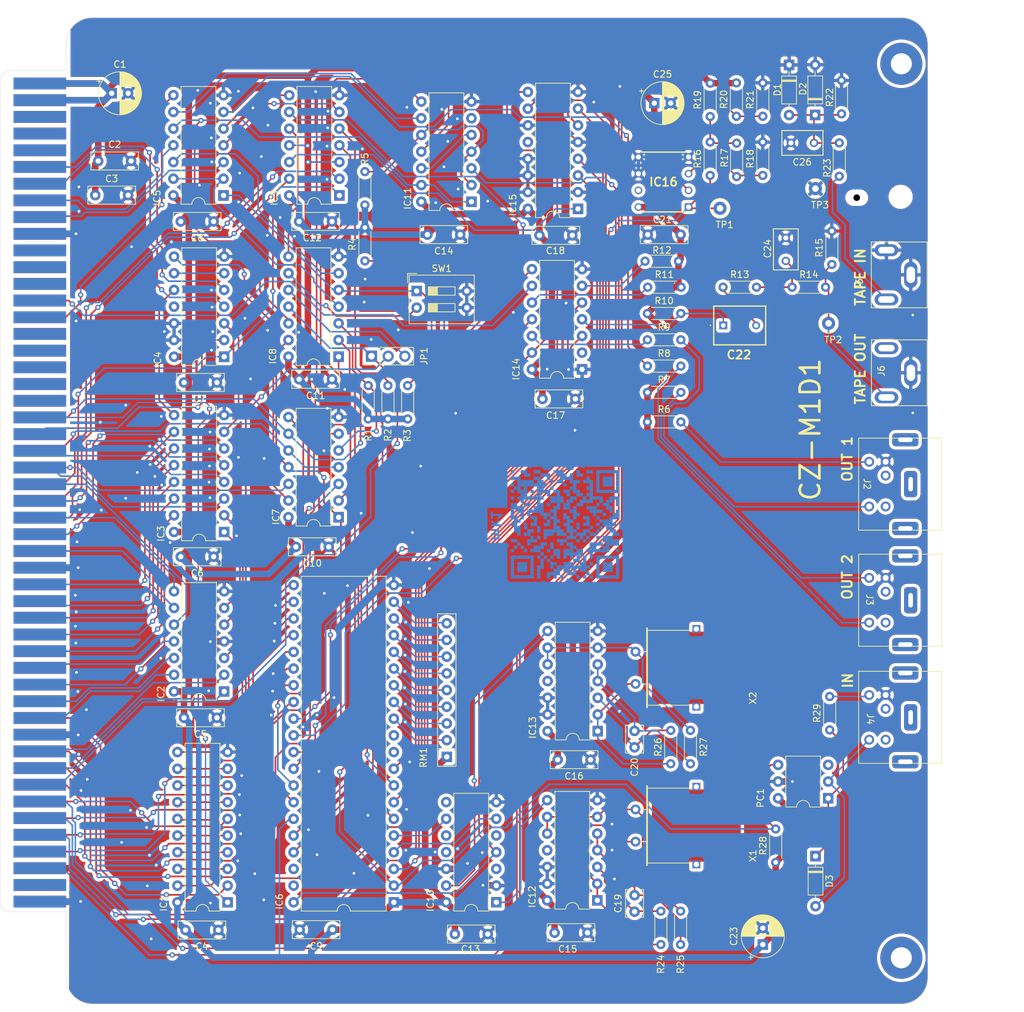
<source format=kicad_pcb>
(kicad_pcb (version 20221018) (generator pcbnew)
  (layers (0 "F.Cu" signal) (31 "B.Cu" signal) (34 "B.Paste" user) (35 "F.Paste" user) (36 "B.SilkS" user "B.Silkscreen") (37 "F.SilkS" user "F.Silkscreen") (38 "B.Mask" user) (39 "F.Mask" user) (44 "Edge.Cuts" user))
  (net 0 "")
  (net 1 "Net-(IC16-A_OUTPUT)")
  (net 3 "Net-(IC16-A_-_INPUT)")
  (net 4 "Net-(IC16-A_+INPUT)")
  (net 5 "GND")
  (net 7 "+5V")
  (net 8 "/DB0")
  (net 9 "/DB1")
  (net 10 "/DB2")
  (net 19 "/DB3")
  (net 22 "/DB4")
  (net 23 "/DB5")
  (net 24 "/DB6")
  (net 25 "/DB7")
  (net 26 "A")
  (net 28 "B")
  (net 33 "C")
  (net 34 "AS\\")
  (net 38 "LDS\\")
  (net 46 "R{slash}W\\")
  (net 47 "DTACK\\")
  (net 48 "EXRESET")
  (net 50 "10MHz")
  (net 52 "/AB1")
  (net 53 "/AB2")
  (net 54 "/AB3")
  (net 55 "/AB4")
  (net 56 "/AB5")
  (net 57 "/AB6")
  (net 58 "/AB7")
  (net 60 "/AB8")
  (net 61 "/AB9")
  (net 62 "/AB10")
  (net 63 "/AB11")
  (net 64 "/AB12")
  (net 65 "/AB13")
  (net 66 "/AB14")
  (net 67 "/AB15")
  (net 68 "/AB16")
  (net 69 "/AB17")
  (net 70 "/AB18")
  (net 71 "/AB19")
  (net 72 "/AB20")
  (net 73 "/AB21")
  (net 74 "/AB22")
  (net 75 "/AB23")
  (net 77 "/IDDIR")
  (net 78 "/IRQ2\\")
  (net 79 "/IRQ4\\")
  (net 89 "/IACK2\\")
  (net 90 "/IACK4\\")
  (net 94 "Net-(C19-Pad1)")
  (net 95 "Net-(C19-Pad2)")
  (net 96 "Net-(C20-Pad1)")
  (net 97 "Net-(C20-Pad2)")
  (net 98 "Net-(C22-Pad1)")
  (net 99 "Net-(C22-Pad2)")
  (net 100 "Net-(C24-Pad1)")
  (net 101 "Net-(D1-A)")
  (net 102 "Net-(D3-K)")
  (net 103 "Net-(D3-A)")
  (net 104 "Net-(IC1-B7)")
  (net 105 "Net-(IC1-B6)")
  (net 106 "Net-(IC1-B5)")
  (net 107 "Net-(IC1-B4)")
  (net 108 "Net-(IC1-B3)")
  (net 109 "Net-(IC1-B2)")
  (net 110 "Net-(IC1-B1)")
  (net 111 "Net-(IC1-B0)")
  (net 112 "Net-(IC1-CE)")
  (net 113 "Net-(JP1-C)")
  (net 114 "Net-(IC2-Pad5)")
  (net 115 "Net-(IC2-Pad6)")
  (net 116 "Net-(IC3-Pad7)")
  (net 117 "Net-(IC3-Pad9)")
  (net 118 "Net-(IC4-Pad6)")
  (net 119 "Net-(IC4-Pad8)")
  (net 121 "Net-(IC5-Pad1)")
  (net 122 "Net-(IC5-Pad13)")
  (net 123 "Net-(IC5-Pad4)")
  (net 124 "Net-(IC5-Pad5)")
  (net 125 "Net-(IC5-Pad6)")
  (net 126 "Net-(IC11B-Q)")
  (net 127 "Net-(IC11A-~{R})")
  (net 128 "Net-(IC5-Pad12)")
  (net 129 "Net-(IC6-RxD)")
  (net 130 "/1.0MHz")
  (net 131 "/614.4kHz")
  (net 132 "Net-(IC6-TxD)")
  (net 133 "Net-(IC6-TxF)")
  (net 134 "Net-(IC6-SYNC)")
  (net 135 "Net-(IC6-CLICK)")
  (net 136 "Net-(IC6-P7)")
  (net 137 "Net-(IC6-P6)")
  (net 138 "Net-(IC6-P5)")
  (net 139 "Net-(IC6-P4)")
  (net 140 "Net-(IC6-P3)")
  (net 141 "Net-(IC6-P2)")
  (net 142 "Net-(IC6-P1)")
  (net 143 "Net-(IC6-P0)")
  (net 144 "Net-(IC15-Za)")
  (net 145 "Net-(IC15-Zb)")
  (net 146 "Net-(IC15-Zc)")
  (net 147 "Net-(IC6-{slash}CS)")
  (net 148 "Net-(IC6-{slash}WR)")
  (net 149 "Net-(IC6-{slash}RD)")
  (net 150 "Net-(IC6-{slash}IRQ)")
  (net 151 "Net-(IC6-{slash}IC)")
  (net 152 "/4.0MHz")
  (net 153 "Net-(IC11B-~{Q})")
  (net 154 "Net-(IC7-Pad5)")
  (net 155 "Net-(IC8-Pad8)")
  (net 156 "Net-(JP1-B)")
  (net 157 "Net-(IC8-Pad9)")
  (net 158 "Net-(IC15-S)")
  (net 159 "Net-(IC10A-CP)")
  (net 165 "Net-(IC10B-CP)")
  (net 166 "Net-(IC11A-D)")
  (net 167 "Net-(IC11A-Q)")
  (net 169 "Net-(IC12-Pad1)")
  (net 170 "Net-(IC12-Pad10)")
  (net 172 "Net-(IC13-Pad1)")
  (net 173 "Net-(IC13-Pad10)")
  (net 176 "Net-(IC14-Pad6)")
  (net 177 "Net-(IC14-Pad10)")
  (net 178 "Net-(IC14-Pad12)")
  (net 180 "Net-(J2-Pad4)")
  (net 182 "Net-(J2-Pad5)")
  (net 184 "Net-(J3-Pad4)")
  (net 186 "Net-(J3-Pad5)")
  (net 190 "Net-(R16-Pad2)")
  (net 191 "Net-(J6-Pad2)")
  (net 192 "Net-(J5-Pad2)")
  (net 193 "Net-(J4-Pad4)")
  (footprint "x68k:x68000_expansion" (layer "F.Cu") (at 29.5656 163.4744)
    (fp_text reference "J1" hide)
    (fp_text value "x68000_expansion" hide)
  )
  (footprint "MountingHole:MountingHole_3.2mm_M3_Pad" (layer "F.Cu") (at 160.5656 172.0144)
    (fp_text reference "H2" hide)
    (fp_text value "MountingHole")
  )
  (footprint "MountingHole:MountingHole_3.2mm_M3_Pad" (layer "F.Cu") (at 160.5656 36.0144)
    (fp_text reference "H1" hide)
    (fp_text value "MountingHole")
  )
  (footprint "Capacitor_THT:C_Rect_L7.0mm_W2.5mm_P5.00mm" (layer "F.Cu") (at 69 60)
    (fp_text reference "C12")
    (fp_text value "0.1uF")
  )
  (footprint "Package_DIP:DIP-14_W7.62mm" (layer "F.Cu") (at 57.5 56.04 180)
    (fp_text reference "IC5")
    (fp_text value "74LS38")
  )
  (footprint "Capacitor_THT:C_Rect_L7.0mm_W2.5mm_P5.00mm" (layer "F.Cu") (at 107.84 168.2)
    (fp_text reference "C15")
    (fp_text value "0.1uF")
  )
  (footprint "Capacitor_THT:CP_Radial_D6.3mm_P2.50mm" (layer "F.Cu") (at 123 42)
    (fp_text reference "C25")
    (fp_text value "100uF/10V")
  )
  (footprint "Resistor_THT:R_Axial_DIN0204_L3.6mm_D1.6mm_P5.08mm_Horizontal" (layer "F.Cu") (at 121.96 78)
    (fp_text reference "R9")
    (fp_text value "220")
  )
  (footprint "Package_DIP:DIP-40_W15.24mm" (layer "F.Cu") (at 83.4 163.58 180)
    (fp_text reference "IC6")
    (fp_text value "ym3802-x")
  )
  (footprint "Package_DIP:DIP-14_W7.62mm" (layer "F.Cu") (at 114.4 137.54 180)
    (fp_text reference "IC13")
    (fp_text value "74LS00")
  )
  (footprint "Resistor_THT:R_Axial_DIN0204_L3.6mm_D1.6mm_P5.08mm_Horizontal" (layer "F.Cu") (at 135.52 48.09 -90)
    (fp_text reference "R17")
    (fp_text value "2.2k")
  )
  (footprint "Capacitor_THT:C_Rect_L7.0mm_W2.5mm_P5.00mm" (layer "F.Cu") (at 122 62)
    (fp_text reference "C21")
    (fp_text value "0.1uF")
  )
  (footprint "TestPoint:TestPoint_Loop_D2.50mm_Drill1.0mm" (layer "F.Cu") (at 149.5 75.5)
    (fp_text reference "TP2")
    (fp_text value "TestPoint")
  )
  (footprint "Resistor_THT:R_Axial_DIN0204_L3.6mm_D1.6mm_P5.08mm_Horizontal" (layer "F.Cu") (at 82.5 90.04 90)
    (fp_text reference "R2")
    (fp_text value "10k")
  )
  (footprint "Package_DIP:DIP-16_W7.62mm" (layer "F.Cu") (at 111.4 58.08 180)
    (fp_text reference "IC15")
    (fp_text value "74LS157")
  )
  (footprint "x68k:MD-50SM" (layer "F.Cu") (at 161.98 99.96 -90)
    (fp_text reference "J2")
    (fp_text value "Mini-DIN-5 (out)")
  )
  (footprint "Resistor_THT:R_Axial_DIN0204_L3.6mm_D1.6mm_P5.08mm_Horizontal" (layer "F.Cu") (at 121.96 82)
    (fp_text reference "R8")
    (fp_text value "220")
  )
  (footprint "Resistor_THT:R_Array_SIP9" (layer "F.Cu") (at 91.45 141.45 90)
    (fp_text reference "RM1")
    (fp_text value "8x10k")
  )
  (footprint "Resistor_THT:R_Axial_DIN0204_L3.6mm_D1.6mm_P5.08mm_Horizontal" (layer "F.Cu") (at 141.46 157.5 90)
    (fp_text reference "R28")
    (fp_text value "270")
  )
  (footprint "Capacitor_THT:C_Rect_L7.0mm_W2.5mm_P5.00mm" (layer "F.Cu") (at 108.31 141.88)
    (fp_text reference "C16")
    (fp_text value "0.1uF")
  )
  (footprint "Package_DIP:DIP-14_W7.62mm" (layer "F.Cu") (at 75.12 56.04 180)
    (fp_text reference "IC9")
    (fp_text value "74LS10")
  )
  (footprint "Package_DIP:DIP-14_W7.62mm" (layer "F.Cu") (at 95.2 57 180)
    (fp_text reference "IC11")
    (fp_text value "74LS74")
  )
  (footprint "QYX1H103JTP3TA:CAP_QYX_3P5X6X8P5_NCH" (layer "F.Cu") (at 143.78 48.05)
    (fp_text reference "C26")
    (fp_text value "0.01uF")
  )
  (footprint "Package_DIP:DIP-14_W7.62mm" (layer "F.Cu") (at 57.6 80.58 180)
    (fp_text reference "IC4")
    (fp_text value "74LS08")
  )
  (footprint "Resistor_THT:R_Axial_DIN0204_L3.6mm_D1.6mm_P5.08mm_Horizontal" (layer "F.Cu") (at 143.96 70)
    (fp_text reference "R14")
    (fp_text value "10k")
  )
  (footprint "Crystal:Crystal_HC49-U_Horizontal_1EP_style2" (layer "F.Cu") (at 120.15 154.35 90)
    (fp_text reference "X1")
    (fp_text value "16MHz")
  )
  (footprint "Resistor_THT:R_Axial_DIN0204_L3.6mm_D1.6mm_P5.08mm_Horizontal" (layer "F.Cu") (at 122 70)
    (fp_text reference "R11")
    (fp_text value "10k")
  )
  (footprint "Resistor_THT:R_Axial_DIN0204_L3.6mm_D1.6mm_P5.08mm_Horizontal" (layer "F.Cu") (at 151.13 48.05 -90)
    (fp_text reference "R23")
    (fp_text value "270")
  )
  (footprint "Capacitor_THT:C_Rect_L7.0mm_W2.5mm_P5.00mm" (layer "F.Cu") (at 68.5 109.5)
    (fp_text reference "C10")
    (fp_text value "0.1uF")
  )
  (footprint "Capacitor_THT:C_Rect_L7.0mm_W2.5mm_P5.00mm" (layer "F.Cu") (at 106 87)
    (fp_text reference "C17")
    (fp_text value "0.1uF")
  )
  (footprint "Capacitor_THT:C_Rect_L4.0mm_W2.5mm_P2.50mm" (layer "F.Cu") (at 120 140 90)
    (fp_text reference "C20")
    (fp_text value "220pF")
  )
  (footprint "Resistor_THT:R_Axial_DIN0204_L3.6mm_D1.6mm_P5.08mm_Horizontal" (layer "F.Cu") (at 121.96 74)
    (fp_text reference "R10")
    (fp_text value "10k")
  )
  (footprint "Button_Switch_THT:SW_DIP_SPSTx02_Slide_9.78x7.26mm_W7.62mm_P2.54mm" (layer "F.Cu") (at 86.87 70.58)
    (fp_text reference "SW1")
    (fp_text value "~")
  )
  (footprint "Capacitor_THT:CP_Radial_D6.3mm_P2.50mm" (layer "F.Cu") (at 40.5 40.5)
    (fp_text reference "C1")
    (fp_text value "100uF")
  )
  (footprint "Resistor_THT:R_Axial_DIN0204_L3.6mm_D1.6mm_P5.08mm_Horizontal" (layer "F.Cu") (at 79.5 90.04 90)
    (fp_text reference "R1")
    (fp_text value "10k")
  )
  (footprint "Capacitor_THT:C_Rect_L7.0mm_W2.5mm_P5.00mm" (layer "F.Cu") (at 110.54 62.11 180)
    (fp_text reference "C18")
    (fp_text value "0.1uF")
  )
  (footprint "Resistor_THT:R_Axial_DIN0204_L3.6mm_D1.6mm_P5.08mm_Horizontal" (layer "F.Cu") (at 79 66 90)
    (fp_text reference "R4")
    (fp_text value "10k")
  )
  (footprint "Resistor_THT:R_Axial_DIN0204_L3.6mm_D1.6mm_P5.08mm_Horizontal" (layer "F.Cu") (at 151.47 43.63 90)
    (fp_text reference "R22")
    (fp_text value "1k")
  )
  (footprint "Resistor_THT:R_Axial_DIN0204_L3.6mm_D1.6mm_P5.08mm_Horizontal" (layer "F.Cu") (at 128.5 142.5 90)
    (fp_text reference "R27")
    (fp_text value "1.2k")
  )
  (footprint "Resistor_THT:R_Axial_DIN0204_L3.6mm_D1.6mm_P5.08mm_Horizontal" (layer "F.Cu") (at 149.67 137.35 90)
    (fp_text reference "R29")
    (fp_text value "220")
  )
  (footprint "Connector_PinHeader_2.54mm:PinHeader_1x03_P2.54mm_Vertical" (layer "F.Cu") (at 80 80.5 90)
    (fp_text reference "JP1")
    (fp_text value "Jumper_3_Bridged12")
  )
  (footprint "Package_DIP:DIP-14_W7.62mm" (layer "F.Cu") (at 75 105 180)
    (fp_text reference "IC7")
    (fp_text value "74LS32")
  )
  (footprint "Diode_THT:D_DO-35_SOD27_P7.62mm_Horizontal" (layer "F.Cu") (at 143.5 36.19 -90)
    (fp_text reference "D1")
    (fp_text value "1S1588")
  )
  (footprint "Capacitor_THT:C_Rect_L7.0mm_W2.5mm_P5.00mm" (layer "F.Cu") (at 51.5 135.5)
    (fp_text reference "C5")
    (fp_text value "0.1uF")
  )
  (footprint "MountingHole:MountingHole_3.2mm_M3" (layer "F.Cu") (at 160.46 56.25)
    (fp_text reference "REF**" hide)
    (fp_text value "MountingHole_3.2mm_M3" hide)
  )
  (footprint "Resistor_THT:R_Axial_DIN0204_L3.6mm_D1.6mm_P5.08mm_Horizontal" (layer "F.Cu") (at 79 57.5 90)
    (fp_text reference "R5")
    (fp_text value "10k")
  )
  (footprint "Resistor_THT:R_Axial_DIN0204_L3.6mm_D1.6mm_P5.08mm_Horizontal" (layer "F.Cu") (at 121.96 86)
    (fp_text reference "R7")
    (fp_text value "220")
  )
  (footprint "Resistor_THT:R_Axial_DIN0204_L3.6mm_D1.6mm_P5.08mm_Horizontal" (layer "F.Cu") (at 139.5 53 90)
    (fp_text reference "R18")
    (fp_text value "2.7k")
  )
  (footprint "Resistor_THT:R_Axial_DIN0204_L3.6mm_D1.6mm_P5.08mm_Horizontal" (layer "F.Cu") (at 85.5 84.97 -90)
    (fp_text reference "R3")
    (fp_text value "10k")
  )
  (footprint "ECQ-E2104JB:ECQE2104JB" (layer "F.Cu") (at 133.49 75.82)
    (fp_text reference "C22")
    (fp_text value "0.1uF" hide)
  )
  (footprint "Resistor_THT:R_Axial_DIN0204_L3.6mm_D1.6mm_P5.08mm_Horizontal" (layer "F.Cu") (at 133.46 70)
    (fp_text reference "R13")
    (fp_text value "4.7k")
  )
  (footprint "Package_DIP:DIP-6_W7.62mm" (layer "F.Cu") (at 149.45 147.745 180)
    (fp_text reference "PC1")
    (fp_text value "H11L1M/PC900")
  )
  (footprint "Package_DIP:DIP-14_W7.62mm" (layer "F.Cu") (at 114.34 163.28 180)
    (fp_text reference "IC12")
    (fp_text value "74ALS00")
  )
  (footprint "Capacitor_THT:C_Rect_L7.0mm_W2.5mm_P5.00mm" (layer "F.Cu") (at 56.72 167.79 180)
    (fp_text reference "C4")
    (fp_text value "0.1uF")
  )
  (footprint "Capacitor_THT:C_Rect_L7.0mm_W2.5mm_P5.00mm" (layer "F.Cu") (at 51.5 84.5)
    (fp_text reference "C7")
    (fp_text value "0.1uF")
  )
  (footprint "Resistor_THT:R_Axial_DIN0204_L3.6mm_D1.6mm_P5.08mm_Horizontal" (layer "F.Cu") (at 127 170 90)
    (fp_text reference "R25")
    (fp_text value "560")
  )
  (footprint "Capacitor_THT:CP_Radial_D6.3mm_P2.50mm" (layer "F.Cu") (at 139.5 170 90)
    (fp_text reference "C23")
    (fp_text value "47uF")
  )
  (footprint "Capacitor_THT:C_Rect_L7.0mm_W2.5mm_P5.00mm" (layer "F.Cu") (at 88.5 62)
    (fp_text reference "C14")
    (fp_text value "0.1uF")
  )
  (footprint "Resistor_THT:R_Axial_DIN0204_L3.6mm_D1.6mm_P5.08mm_Horizontal" (layer "F.Cu") (at 131.5 53 90)
    (fp_text reference "R16")
    (fp_text value "15k")
  )
  (footprint "Resistor_THT:R_Axial_DIN0204_L3.6mm_D1.6mm_P5.08mm_Horizontal" (layer "F.Cu") (at 126.68 66.05 180)
    (fp_text reference "R12")
    (fp_text value "10k")
  )
  (footprint "Resistor_THT:R_Axial_DIN0204_L3.6mm_D1.6mm_P5.08mm_Horizontal" (layer "F.Cu") (at 125.5 142.5 90)
    (fp_text reference "R26")
    (fp_text value "1.2k")
  )
  (footprint "Resistor_THT:R_Axial_DIN0204_L3.6mm_D1.6mm_P5.08mm_Horizontal" (layer "F.Cu") (at 139.5 44 90)
    (fp_text reference "R21")
    (fp_text value "22k")
  )
  (footprint "Resistor_THT:R_Axial_DIN0204_L3.6mm_D1.6mm_P5.08mm_Horizontal" (layer "F.Cu") (at 124 170 90)
    (fp_text reference "R24")
    (fp_text value "560")
  )
  (footprint "x68k:MD-50SM" (layer "F.Cu") (at 161.98 117.62 -90)
    (fp_text reference "J3")
    (fp_text value "Mini-DIN-5 (through)")
  )
  (footprint "Resistor_THT:R_Axial_DIN0204_L3.6mm_D1.6mm_P5.08mm_Horizontal" (layer "F.Cu") (at 150 66.54 90)
    (fp_text reference "R15")
    (fp_text value "1k")
  )
  (footprint "Capacitor_THT:C_Rect_L7.0mm_W2.5mm_P5.00mm" (layer "F.Cu") (at 74.08 167.74 180)
    (fp_text reference "C9")
    (fp_text value "0.1uF")
  )
  (footprint "Resistor_THT:R_Axial_DIN0204_L3.6mm_D1.6mm_P5.08mm_Horizontal" (layer "F.Cu") (at 135.49 38.92 -90)
    (fp_text reference "R20")
    (fp_text value "22k")
  )
  (footprint "PJRAN1X1U01X:SWITCHCRAFT_PJRAN1X1U01X" (layer "F.Cu") (at 162 68.1225 90)
    (fp_text reference "J5")
    (fp_text value "Conn_Coaxial (sync in)")
  )
  (footprint "Capacitor_THT:C_Rect_L7.0mm_W2.5mm_P5.00mm" (layer "F.Cu") (at 69 84)
    (fp_text reference "C11")
    (fp_text value "0.1uF")
  )
  (footprint "Capacitor_THT:C_Rect_L4.0mm_W2.5mm_P2.50mm" (layer "F.Cu") (at 120 165 90)
    (fp_text reference "C19")
    (fp_text value "56pF")
  )
  (footprint "Package_DIP:DIP-14_W7.62mm" (layer "F.Cu") (at 98.98 163.57 180)
    (fp_text reference "IC10")
    (fp_text value "74LS393")
  )
  (footprint "TestPoint:TestPoint_Loop_D2.50mm_Drill1.0mm" (layer "F.Cu") (at 147.5 55)
    (fp_text reference "TP3")
    (fp_text value "TestPoint")
  )
  (footprint "Package_DIP:DIP-14_W7.62mm" (layer "F.Cu") (at 75 80.58 180)
    (fp_text reference "IC8")
    (fp_text value "74LS04")
  )
  (footprint "Package_DIP:DIP-20_W7.62mm" (layer "F.Cu") (at 58.12 163.58 180)
    (fp_text reference "IC1")
    (fp_text value "74LS245")
  )
  (footprint "Capacitor_THT:C_Rect_L7.0mm_W2.5mm_P5.00mm" (layer "F.Cu") (at 92.68 168.41)
    (fp_text reference "C13")
    (fp_text value "0.1uF")
  )
  (footprint "Package_DIP:DIP-16_W7.62mm" (layer "F.Cu") (at 57.6 107.24 180)
    (fp_text reference "IC3")
    (fp_text value "74LS133")
  )
  (footprint "Resistor_THT:R_Axial_DIN0204_L3.6mm_D1.6mm_P5.08mm_Horizontal" (layer "F.Cu") (at 131.5 44.04 90)
    (fp_text reference "R19")
    (fp_text value "470")
  )
  (footprint "CustomMountingHole:LongHole" (layer "F.Cu") (at 147.825 56.38)
    (fp_text reference "REF**" hide)
    (fp_text value "LongHole" hide)
  )
  (footprint "Capacitor_THT:C_Rect_L7.0mm_W2.5mm_P5.00mm" (layer "F.Cu") (at 38.45 50.8)
    (fp_text reference "C2")
    (fp_text value "0.1uF")
  )
  (footprint "x68k:MD-50SM" (layer "F.Cu") (at 161.98 135.44 -90)
    (fp_text reference "J4")
    (fp_text value "Mini-DIN-5 (IN)")
  )
  (footprint "Resistor_THT:R_Axial_DIN0204_L3.6mm_D1.6mm_P5.08mm_Horizontal" (layer "F.Cu") (at 121.96 90.5)
    (fp_text reference "R6")
    (fp_text value "220")
  )
  (footprint "TestPoint:TestPoint_Loop_D2.50mm_Drill1.0mm" (layer "F.Cu") (at 133 58)
    (fp_text reference "TP1")
    (fp_text value "TestPoint")
  )
  (footprint "Package_DIP:DIP-14_W7.62mm" (layer "F.Cu") (at 112.02 82.5 180)
    (fp_text reference "IC14")
    (fp_text value "74LS07")
  )
  (footprint "Capacitor_THT:C_Rect_L7.0mm_W2.5mm_P5.00mm" (layer "F.Cu") (at 51 60)
    (fp_text reference "C8")
    (fp_text value "0.1uF")
  )
  (footprint "Diode_THT:D_DO-35_SOD27_P7.62mm_Horizontal" (layer "F.Cu") (at 147.47 43.79 90)
    (fp_text reference "D2")
    (fp_text value "1S1588")
  )
  (footprint "Diode_THT:D_DO-35_SOD27_P7.62mm_Horizontal" (layer "F.Cu") (at 147.52 156.55 -90)
    (fp_text reference "D3")
    (fp_text value "1S1588")
  )
  (footprint "NJM2903:DIP762W56P254L880H425Q8N" (layer "F.Cu") (at 124.4 54 180)
    (fp_text reference "IC16")
    (fp_text value "NJM2903D" hide)
  )
  (footprint "Package_DIP:DIP-14_W7.62mm" (layer "F.Cu") (at 57.6 131.5 180)
    (fp_text reference "IC2")
    (fp_text value "S260")
  )
  (footprint "Crystal:Crystal_HC49-U_Horizontal_1EP_style2" (layer "F.Cu") (at 120.15 130.35 90)
    (fp_text reference "X2")
    (fp_text value "4.9152MHz")
  )
  (footprint "QYX1H103JTP3TA:CAP_QYX_3P5X6X8P5_NCH" (layer "F.Cu") (at 143 66 90)
    (fp_text reference "C24")
    (fp_text value "0.0039uF")
  )
  (footprint "Capacitor_THT:C_Rect_L7.0mm_W2.5mm_P5.00mm" (layer "F.Cu") (at 51 111)
    (fp_text reference "C6")
    (fp_text value "0.1uF")
  )
  (footprint "PJRAN1X1U01X:SWITCHCRAFT_PJRAN1X1U01X" (layer "F.Cu") (at 162.01 83.02 90)
    (fp_text reference "J6")
    (fp_text value "Conn_Coaxial (sync out)")
  )
  (footprint "Capacitor_THT:C_Rect_L7.0mm_W2.5mm_P5.00mm" (layer "F.Cu") (at 38 56)
    (fp_text reference "C3")
    (fp_text value "0.1uF")
  )
  (footprint "cz-m1d1:cz-m1d1.flo.pe" (layer "B.Cu") (at 109.425 106.075 90)
    (fp_text reference "QR*****" hide)
    (fp_text value "cz-m1d1.flo.pe" hide)
  )
  (gr_line (start 37.5656 179.0144) (end 160.5656 179.0144) (stroke (width 0.05)) (layer "Edge.Cuts"))
  (gr_line (start 23.5656 164.0144) (end 23.5656 38.0144) (stroke (width 0.05)) (layer "Edge.Cuts"))
  (gr_line (start 24.5656 165.0144) (end 23.5656 164.0144) (stroke (width 0.05)) (layer "Edge.Cuts"))
  (gr_line (start 33.5656 165.0144) (end 33.5656 175.0144) (stroke (width 0.05)) (layer "Edge.Cuts"))
  (gr_line (start 33.5656 33.0144) (end 33.5656 37.0144) (stroke (width 0.05)) (layer "Edge.Cuts"))
  (gr_arc (start 164.5656 175.0144) (mid 163.394027 177.842827) (end 160.5656 179.0144) (stroke (width 0.05)) (layer "Edge.Cuts"))
  (gr_line (start 33.5656 37.0144) (end 24.5656 37.0144) (stroke (width 0.05)) (layer "Edge.Cuts"))
  (gr_line (start 23.5656 38.0144) (end 24.5656 37.0144) (stroke (width 0.05)) (layer "Edge.Cuts"))
  (gr_arc (start 33.5656 33.0144) (mid 34.737173 30.185973) (end 37.5656 29.0144) (stroke (width 0.05)) (layer "Edge.Cuts"))
  (gr_line (start 164.5656 33.0144) (end 164.5656 175.0144) (stroke (width 0.05)) (layer "Edge.Cuts"))
  (gr_line (start 37.5656 29.0144) (end 160.5656 29.0144) (stroke (width 0.05)) (layer "Edge.Cuts"))
  (gr_arc (start 160.5656 29.0144) (mid 163.394027 30.185973) (end 164.5656 33.0144) (stroke (width 0.05)) (layer "Edge.Cuts"))
  (gr_arc (start 37.5656 179.0144) (mid 34.737173 177.842827) (end 33.5656 175.0144) (stroke (width 0.05)) (layer "Edge.Cuts"))
  (gr_line (start 24.5656 165.0144) (end 33.5656 165.0144) (stroke (width 0.05)) (layer "Edge.Cuts"))
  (gr_text "mk1" (at 98.1 108.775 270) (layer "B.Cu") (effects (font (size 1.5 1.5) (thickness 0.3) bold) (justify left bottom mirror)))
  (gr_text "OUT 1" (at 153.22 99.76 90) (layer "F.SilkS") (effects (font (size 1.5 1.5) (thickness 0.3) bold) (justify left bottom)))
  (gr_text "OUT 2" (at 153.22 117.71 90) (layer "F.SilkS") (effects (font (size 1.5 1.5) (thickness 0.3) bold) (justify left bottom)))
  (gr_text "IN" (at 153.3 131.18 90) (layer "F.SilkS") (effects (font (size 1.5 1.5) (thickness 0.3) bold) (justify left bottom)))
  (gr_text "TAPE OUT" (at 155.2 88 90) (layer "F.SilkS") (effects (font (size 1.5 1.5) (thickness 0.3) bold) (justify left bottom)))
  (gr_text "CZ-M1D1" (at 148.49 102.78 90) (layer "F.SilkS") (effects (font (size 3 3) (thickness 0.4)) (justify left bottom)))
  (gr_text "TAPE IN" (at 155.2 73 90) (layer "F.SilkS") (effects (font (size 1.5 1.5) (thickness 0.3) bold) (justify left bottom)))
  (segment (start 128.21 57.81) (end 131.5 54.52) (width 0.25) (layer "F.Cu") (net 1))
  (segment (start 116.4255 61.23) (end 116.1 61.5555) (width 0.25) (layer "F.Cu") (net 1))
  (segment (start 88.53 143.203274) (end 87.225 144.508274) (width 0.25) (layer "F.Cu") (net 1))
  (segment (start 128.4 58) (end 128.21 57.81) (width 0.25) (layer "F.Cu") (net 1))
  (segment (start 116.1 91.18) (end 88.53 118.75) (width 0.25) (layer "F.Cu") (net 1))
  (segment (start 131.5 54.52) (end 131.5 53) (width 0.25) (layer "F.Cu") (net 1))
  (segment (start 87.225 156.635) (end 86.6 157.26) (width 0.25) (layer "F.Cu") (net 1))
  (segment (start 87.225 144.508274) (end 87.225 156.635) (width 0.25) (layer "F.Cu") (net 1))
  (segment (start 88.53 118.75) (end 88.53 143.203274) (width 0.25) (layer "F.Cu") (net 1))
  (segment (start 116.1 61.5555) (end 116.1 91.18) (width 0.25) (layer "F.Cu") (net 1))
  (segment (start 133 58) (end 128.4 58) (width 0.25) (layer "F.Cu") (net 1))
  (via (at 116.4255 61.23) (size 0.8) (drill 0.4) (layers "F.Cu" "B.Cu") (net 1))
  (via (at 86.6 157.26) (size 0.8) (drill 0.4) (layers "F.Cu" "B.Cu") (net 1))
  (segment (start 85.36 158.5) (end 83.4 158.5) (width 0.25) (layer "B.Cu") (net 1))
  (segment (start 126.16 59.86) (end 128.21 57.81) (width 0.25) (layer "B.Cu") (net 1))
  (segment (start 117.7955 59.86) (end 126.16 59.86) (width 0.25) (layer "B.Cu") (net 1))
  (segment (start 86.6 157.26) (end 85.36 158.5) (width 0.25) (layer "B.Cu") (net 1))
  (segment (start 116.4255 61.23) (end 117.7955 59.86) (width 0.25) (layer "B.Cu") (net 1))
  (segment (start 126.28 46.66) (end 126.28 53.45) (width 0.25) (layer "F.Cu") (net 3))
  (segment (start 130.98 41.96) (end 126.28 46.66) (width 0.25) (layer "F.Cu") (net 3))
  (segment (start 135.49 44) (end 133.45 41.96) (width 0.25) (layer "F.Cu") (net 3))
  (segment (start 133.45 41.96) (end 130.98 41.96) (width 0.25) (layer "F.Cu") (net 3))
  (segment (start 139.5 44) (end 135.49 44) (width 0.25) (layer "F.Cu") (net 3))
  (segment (start 126.28 53.45) (end 126.39 53.45) (width 0.25) (layer "F.Cu") (net 3))
  (segment (start 126.39 53.45) (end 128.21 55.27) (width 0.25) (layer "F.Cu") (net 3))
  (segment (start 135.52 53.17) (end 133.7 51.35) (width 0.25) (layer "F.Cu") (net 4))
  (segment (start 135.69 53) (end 135.52 53.17) (width 0.25) (layer "F.Cu") (net 4))
  (segment (start 133.7 51.35) (end 129.59 51.35) (width 0.25) (layer "F.Cu") (net 4))
  (segment (start 139.5 53) (end 135.69 53) (width 0.25) (layer "F.Cu") (net 4))
  (segment (start 129.59 51.35) (end 128.21 52.73) (width 0.25) (layer "F.Cu") (net 4))
  (segment (start 35.03 61.87) (end 35.07 61.87) (width 1) (layer "F.Cu") (net 5))
  (segment (start 35.5 163.37) (end 35.3956 163.4744) (width 1) (layer "F.Cu") (net 5))
  (segment (start 35.4044 112.6744) (end 35.4456 112.6744) (width 1) (layer "F.Cu") (net 5))
  (segment (start 144.005 145.205) (end 141.83 145.205) (width 1) (layer "F.Cu") (net 5))
  (segment (start 108.85 45.37) (end 103.79 45.37) (width 0.25) (layer "F.Cu") (net 5))
  (segment (start 103.79 45.37) (end 103.78 45.38) (width 0.25) (layer "F.Cu") (net 5))
  (segment (start 35.3656 138.0744) (end 35.33 138.11) (width 1) (layer "F.Cu") (net 5))
  (segment (start 35.4756 158.3944) (end 35.5 158.37) (width 1) (layer "F.Cu") (net 5))
  (segment (start 57.6 123.88) (end 55.54 123.88) (width 1) (layer "F.Cu") (net 5))
  (segment (start 35.5 158.37) (end 35.5 163.37) (width 1) (layer "F.Cu") (net 5))
  (segment (start 35.3956 112.6744) (end 35.4 112.67) (width 1) (layer "F.Cu") (net 5))
  (segment (start 35.4 112.67) (end 35.4044 112.6744) (width 1) (layer "F.Cu") (net 5))
  (segment (start 29.5656 138.0744) (end 35.3656 138.0744) (width 1) (layer "F.Cu") (net 5))
  (segment (start 93.77 158.49) (end 94.6 157.66) (width 1) (layer "F.Cu") (net 5))
  (segment (start 35.0256 61.8744) (end 35.03 61.87) (width 1) (layer "F.Cu") (net 5))
  (segment (start 96.94 160.99) (end 98.94 160.99) (width 1) (layer "F.Cu") (net 5))
  (segment (start 29.5656 112.6744) (end 35.3956 112.6744) (width 1) (layer "F.Cu") (net 5))
  (segment (start 55.54 123.88) (end 55.51 123.91) (width 1) (layer "F.Cu") (net 5))
  (segment (start 111.4 47.92) (end 108.85 45.37) (width 0.25) (layer "F.Cu") (net 5))
  (segment (start 35.3956 163.4744) (end 29.5656 163.4744) (width 1) (layer "F.Cu") (net 5))
  (segment (start 35.07 61.87) (end 35.07 61.83) (width 1) (layer "F.Cu") (net 5))
  (segment (start 35.41 138.11) (end 35.41 138.03) (width 1) (layer "F.Cu") (net 5))
  (segment (start 91.36 158.49) (end 93.77 158.49) (width 1) (layer "F.Cu") (net 5))
  (segment (start 35.33 138.11) (end 35.41 138.11) (width 1) (layer "F.Cu") (net 5))
  (segment (start 29.5656 61.8744) (end 35.0256 61.8744) (width 1) (layer "F.Cu") (net 5))
  (segment (start 98.94 160.99) (end 98.98 161.03) (width 1) (layer "F.Cu") (net 5))
  (segment (start 29.5656 158.3944) (end 35.4756 158.3944) (width 1) (layer "F.Cu") (net 5))
  (segment (start 35.07 61.83) (end 35.03 61.87) (width 1) (layer "F.Cu") (net 5))
  (via (at 72.83 116.57) (size 0.8) (drill 0.4) (layers "F.Cu" "B.Cu") (net 5))
  (via (at 35.24 108.74) (size 0.8) (drill 0.4) (layers "F.Cu" "B.Cu") (net 5))
  (via (at 62.26 159.23) (size 0.8) (drill 0.4) (layers "F.Cu" "B.Cu") (net 5))
  (via (at 35.04 124.14) (size 0.8) (drill 0.4) (layers "F.Cu" "B.Cu") (net 5))
  (via (at 96.94 160.99) (size 0.8) (drill 0.4) (layers "F.Cu" "B.Cu") (net 5))
  (via (at 44.39 98.18) (size 0.8) (drill 0.4) (layers "F.Cu" "B.Cu") (net 5))
  (via (at 101.58 73.82) (size 0.8) (drill 0.4) (layers "F.Cu" "B.Cu") (net 5))
  (via (at 64.26 45.36) (size 0.8) (drill 0.4) (layers "F.Cu" "B.Cu") (net 5))
  (via (at 79.04 68.76) (size 0.8) (drill 0.4) (layers "F.Cu" "B.Cu") (net 5))
  (via (at 38.77 90.55) (size 0.8) (drill 0.4) (layers "F.Cu" "B.Cu") (net 5))
  (via (at 60.11 153.14) (size 0.8) (drill 0.4) (layers "F.Cu" "B.Cu") (net 5))
  (via (at 55.37 97.21) (size 0.8) (drill 0.4) (layers "F.Cu" "B.Cu") (net 5))
  (via (at 35.52 54.74) (size 0.8) (drill 0.4) (layers "F.Cu" "B.Cu") (net 5))
  (via (at 36.78 144.87) (size 0.8) (drill 0.4) (layers "F.Cu" "B.Cu") (net 5))
  (via (at 35.09 75.13) (size 0.8) (drill 0.4) (layers "F.Cu" "B.Cu") (net 5))
  (via (at 55.72 50.94) (size 0.8) (drill 0.4) (layers "F.Cu" "B.Cu") (net 5))
  (via (at 60.27 144.3) (size 0.8) (drill 0.4) (layers "F.Cu" "B.Cu") (net 5))
  (via (at 79.96 77.95) (size 0.8) (drill 0.4) (layers "F.Cu" "B.Cu") (net 5))
  (via (at 64.15 62.11) (size 0.8) (drill 0.4) (layers "F.Cu" "B.Cu") (net 5))
  (via (at 55.45 102.03) (size 0.8) (drill 0.4) (layers "F.Cu" "B.Cu") (net 5))
  (via (at 113.81 41.83) (size 0.8) (drill 0.4) (layers "F.Cu" "B.Cu") (net 5))
  (via (at 85.2 120.96) (size 0.8) (drill 0.4) (layers "F.Cu" "B.Cu") (net 5))
  (via (at 73.34 45.77) (size 0.8) (drill 0.4) (layers "F.Cu" "B.Cu") (net 5))
  (via (at 85.03 130.95) (size 0.8) (drill 0.4) (layers "F.Cu" "B.Cu") (net 5))
  (via (at 109.59 72.41) (size 0.8) (drill 0.4) (layers "F.Cu" "B.Cu") (net 5))
  (via (at 59.76 95.89) (size 0.8) (drill 0.4) (layers "F.Cu" "B.Cu") (net 5))
  (via (at 43.35 149.58) (size 0.8) (drill 0.4) (layers "F.Cu" "B.Cu") (net 5))
  (via (at 116.58 151.68) (size 0.8) (drill 0.4) (layers "F.Cu" "B.Cu") (net 5))
  (via (at 72.01 143.66) (size 0.8) (drill 0.4) (layers "F.Cu" "B.Cu") (net 5))
  (via (at 38.92 103.92) (size 0.8) (drill 0.4) (layers "F.Cu" "B.Cu") (net 5))
  (via (at 85.33 149.44) (size 0.8) (drill 0.4) (layers "F.Cu" "B.Cu") (net 5))
  (via (at 85.14 123.5) (size 0.8) (drill 0.4) (layers "F.Cu" "B.Cu") (net 5))
  (via (at 63.63 163.21) (size 0.8) (drill 0.4) (layers "F.Cu" "B.Cu") (net 5))
  (via (at 47.06 98.79) (size 0.8) (drill 0.4) (layers "F.Cu" "B.Cu") (net 5))
  (via (at 72.77 94.88) (size 0.8) (drill 0.4) (layers "F.Cu" "B.Cu") (net 5))
  (via (at 76.36 115.41) (size 0.8) (drill 0.4) (layers "F.Cu" "B.Cu") (net 5))
  (via (at 55.77 73.04) (size 0.8) (drill 0.4) (layers "F.Cu" "B.Cu") (net 5))
  (via (at 75.94 85.55) (size 0.8) (drill 0.4) (layers "F.Cu" "B.Cu") (net 5))
  (via (at 35.63 103.85) (size 0.8) (drill 0.4) (layers "F.Cu" "B.Cu") (net 5))
  (via (at 35.4 112.67) (size 0.8) (drill 0.4) (layers "F.Cu" "B.Cu") (net 5))
  (via (at 61.61 83.95) (size 0.8) (drill 0.4) (layers "F.Cu" "B.Cu") (net 5))
  (via (at 79.47 150.34) (size 0.8) (drill 0.4) (layers "F.Cu" "B.Cu") (net 5))
  (via (at 78.62 48.96) (size 0.8) (drill 0.4) (layers "F.Cu" "B.Cu") (net 5))
  (via (at 53.59 40.06) (size 0.8) (drill 0.4) (layers "F.Cu" "B.Cu") (net 5))
  (via (at 71.73 156.34) (size 0.8) (drill 0.4) (layers "F.Cu" "B.Cu") (net 5))
  (via (at 55.68 79.58) (size 0.8) (drill 0.4) (layers "F.Cu" "B.Cu") (net 5))
  (via (at 85.61 117.94) (size 0.8) (drill 0.4) (layers "F.Cu" "B.Cu") (net 5))
  (via (at 45.8 152.19) (size 0.8) (drill 0.4) (layers "F.Cu" "B.Cu") (net 5))
  (via (at 77.34 159.16) (size 0.8) (drill 0.4) (layers "F.Cu" "B.Cu") (net 5))
  (via (at 66.11 59.39) (size 0.8) (drill 0.4) (layers "F.Cu" "B.Cu") (net 5))
  (via (at 64.97 131.45) (size 0.8) (drill 0.4) (layers "F.Cu" "B.Cu") (net 5))
  (via (at 89.76 57.14) (size 0.8) (drill 0.4) (layers "F.Cu" "B.Cu") (net 5))
  (via (at 117.7 134.51) (size 0.8) (drill 0.4) (layers "F.Cu" "B.Cu") (net 5))
  (via (at 74.3 132.43) (size 0.8) (drill 0.4) (layers "F.Cu" "B.Cu") (net 5))
  (via (at 110.95 91.77) (size 0.8) (drill 0.4) (layers "F.Cu" "B.Cu") (net 5))
  (via (at 55.86 76.76) (size 0.8) (drill 0.4) (layers "F.Cu" "B.Cu") (net 5))
  (via (at 92.81 89.18) (size 0.8) (drill 0.4) (layers "F.Cu" "B.Cu") (net 5))
  (via (at 59.96 52.65) (size 0.8) (drill 0.4) (layers "F.Cu" "B.Cu") (net 5))
  (via (at 35.14 128.6) (size 0.8) (drill 0.4) (layers "F.Cu" "B.Cu") (net 5))
  (via (at 93.06 44.37) (size 0.8) (drill 0.4) (layers "F.Cu" "B.Cu") (net 5))
  (via (at 48.51 76.74) (size 0.8) (drill 0.4) (layers "F.Cu" "B.Cu") (net 5))
  (via (at 47.77 93.14) (size 0.8) (drill 0.4) (layers "F.Cu" "B.Cu") (net 5))
  (via (at 89.67 155.92) (size 0.8) (drill 0.4) (layers "F.Cu" "B.Cu") (net 5))
  (via (at 71.71 135.1) (size 0.8) (drill 0.4) (layers "F.Cu" "B.Cu") (net 5))
  (via (at 64.21 76.56) (size 0.8) (drill 0.4) (layers "F.Cu" "B.Cu") (net 5))
  (via (at 117.77 39.45) (size 0.8) (drill 0.4) (layers "F.Cu" "B.Cu") (net 5))
  (via (at 69.6 136.9) (size 0.8) (drill 0.4) (layers "F.Cu" "B.Cu") (net 5))
  (via (at 35.77 163.45) (size 0.8) (drill 0.4) (layers "F.Cu" "B.Cu") (net 5))
  (via (at 73.38 43.23) (size 0.8) (drill 0.4) (layers "F.Cu" "B.Cu") (net 5))
  (via (at 42.01 154.46) (size 0.8) (drill 0.4) (layers "F.Cu" "B.Cu") (net 5))
  (via (at 35.41 138.11) (size 0.8) (drill 0.4) (layers "F.Cu" "B.Cu") (net 5))
  (via (at 73.23 53.6) (size 0.8) (drill 0.4) (layers "F.Cu" "B.Cu") (net 5))
  (via (at 55.52 163.69) (size 0.8) (drill 0.4) (layers "F.Cu" "B.Cu") (net 5))
  (via (at 35.83 146.57) (size 0.8) (drill 0.4) (layers "F.Cu" "B.Cu") (net 5))
  (via (at 90.7 42.94) (size 0.8) (drill 0.4) (layers "F.Cu" "B.Cu") (net 5))
  (via (at 116.94 160.03) (size 0.8) (drill 0.4) (layers "F.Cu" "B.Cu") (net 5))
  (via (at 61.975 42.725) (size 0.8) (drill 0.4) (layers "F.Cu" "B.Cu") (net 5))
  (via (at 65.41 118.41) (size 0.8) (drill 0.4) (layers "F.Cu" "B.Cu") (net 5))
  (via (at 34.97 116.87) (size 0.8) (drill 0.4) (layers "F.Cu" "B.Cu") (net 5))
  (via (at 70.93 84) (size 0.8) (drill 0.4) (layers "F.Cu" "B.Cu") (net 5))
  (via (at 45.91 161.07) (size 0.8) (drill 0.4) (layers "F.Cu" "B.Cu") (net 5))
  (via (at 84.07 76.49) (size 0.8) (drill 0.4) (layers "F.Cu" "B.Cu") (net 5))
  (via (at 36.66 134.27) (size 0.8) (drill 0.4) (layers "F.Cu" "B.Cu") (net 5))
  (via (at 106.71 82.47) (size 0.8) (drill 0.4) (layers "F.Cu" "B.Cu") (net 5))
  (via (at 46.5 169.13) (size 0.8) (drill 0.4) (layers "F.Cu" "B.Cu") (net 5))
  (via (at 73.29 88.43) (size 0.8) (drill 0.4) (layers "F.Cu" "B.Cu") (net 5))
  (via (at 71.51 40.25) (size 0.8) (drill 0.4) (layers "F.Cu" "B.Cu") (net 5))
  (via (at 97.68 56.91) (size 0.8) (drill 0.4) (layers "F.Cu" "B.Cu") (net 5))
  (via (at 46.34 96.96) (size 0.8) (drill 0.4) (layers "F.Cu" "B.Cu") (net 5))
  (via (at 64.77 135.1) (size 0.8) (drill 0.4) (layers "F.Cu" "B.Cu") (net 5))
  (via (at 65.06 128.78) (size 0.8) (drill 0.4) (layers "F.Cu" "B.Cu") (net 5))
  (via (at 88.82 112.8) (size 0.8) (drill 0.4) (layers "F.Cu" "B.Cu") (net 5))
  (via (at 85.14 133.43) (size 0.8) (drill 0.4) (layers "F.Cu" "B.Cu") (net 5))
  (via (at 47.96 126.44) (size 0.8) (drill 0.4) (layers "F.Cu" "B.Cu") (net 5))
  (via (at 60.76 74.73) (size 0.8) (drill 0.4) (layers "F.Cu" "B.Cu") (net 5))
  (via (at 55.5 42.01) (size 0.8) (drill 0.4) (layers "F.Cu" "B.Cu") (net 5))
  (via (at 35.11 119.39) (size 0.8) (drill 0.4) (layers "F.Cu" "B.Cu") (net 5))
  (via (at 93.18 55.06) (size 0.8) (drill 0.4) (layers "F.Cu" "B.Cu") (net 5))
  (via (at 68.29 62.24) (size 0.8) (drill 0.4) (layers "F.Cu" "B.Cu") (net 5))
  (via (at 55.51 123.91) (size 0.8) (drill 0.4) (layers "F.Cu" "B.Cu") (net 5))
  (via (at 49.59 63.11) (size 0.8) (drill 0.4) (layers "F.Cu" "B.Cu") (net 5))
  (via (at 35.07 61.87) (size 0.8) (drill 0.4) (layers "F.Cu" "B.Cu") (net 5))
  (via (at 93.09 155.41) (size 0.8) (drill 0.4) (layers "F.Cu" "B.Cu") (net 5))
  (via (at 53.84 54.49) (size 0.8) (drill 0.4) (layers "F.Cu" "B.Cu") (net 5))
  (via (at 46.25 156.42) (size 0.8) (drill 0.4) (layers "F.Cu" "B.Cu") (net 5))
  (via (at 109.95 82.52) (size 0.8) (drill 0.4) (layers "F.Cu" "B.Cu") (net 5))
  (via (at 86.23 107.32) (size 0.8) (drill 0.4) (layers "F.Cu" "B.Cu") (net 5))
  (via (at 48.11 100.09) (size 0.8) (drill 0.4) (layers "F.Cu" "B.Cu") (net 5))
  (via (at 59.92 147.18) (size 0.8) (drill 0.4) (layers "F.Cu" "B.Cu") (net 5))
  (via (at 55.65 47.28) (size 0.8) (drill 0.4) (layers "F.Cu" "B.Cu") (net 5))
  (via (at 55.45 92.03) (size 0.8) (drill 0.4) (layers "F.Cu" "B.Cu") (net 5))
  (via (at 94.6 157.66) (size 0.8) (drill 0.4) (layers "F.Cu" "B.Cu") (net 5))
  (via (at 144.005 145.205) (size 0.8) (drill 0.4) (layers "F.Cu" "B.Cu") (net 5))
  (via (at 85.81 142.22) (size 0.8) (drill 0.4) (layers "F.Cu" "B.Cu") (net 5))
  (via (at 42.63 87.95) (size 0.8) (drill 0.4) (layers "F.Cu" "B.Cu") (net 5))
  (via (at 48.04 89.65) (size 0.8) (drill 0.4) (layers "F.Cu" "B.Cu") (net 5))
  (via (at 91.03 51.68) (size 0.8) (drill 0.4) (layers "F.Cu" "B.Cu") (net 5))
  (via (at 42.63 102.11) (size 0.8) (drill 0.4) (layers "F.Cu" "B.Cu") (net 5))
  (via (at 59.66 157.26) (size 0.8) (drill 0.4) (layers "F.Cu" "B.Cu") (net 5))
  (via (at 78.89 72.26) (size 0.8) (drill 0.4) (layers "F.Cu" "B.Cu") (net 5))
  (via (at 91.61 47.82) (size 0.8) (drill 0.4) (layers "F.Cu" "B.Cu") (net 5))
  (via (at 116.58 155.63) (size 0.8) (drill 0.4) (layers "F.Cu" "B.Cu") (net 5))
  (via (at 70.42 152.53) (size 0.8) (drill 0.4) (layers "F.Cu" "B.Cu") (net 5))
  (via (at 35.52 58.46) (size 0.8) (drill 0.4) (layers "F.Cu" "B.Cu") (net 5))
  (via (at 65.31 121.13) (size 0.8) (drill 0.4) (layers "F.Cu" "B.Cu") (net 5))
  (via (at 59.98 150.29) (size 0.8) (drill 0.4) (layers "F.Cu" "B.Cu") (net 5))
  (via (at 55.67 70.44) (size 0.8) (drill 0.4) (layers "F.Cu" "B.Cu") (net 5))
  (via (at 85.09 125.98) (size 0.8) (drill 0.4) (layers "F.Cu" "B.Cu") (net 5))
  (via (at 85.14 136.14) (size 0.8) (drill 0.4) (layers "F.Cu" "B.Cu") (net 5))
  (via (at 78.42 104.39) (size 0.8) (drill 0.4) (layers "F.Cu" "B.Cu") (net 5))
  (via (at 63.68 96.04) (size 0.8) (drill 0.4) (layers "F.Cu" "B.Cu") (net 5))
  (via (at 85.09 128.46) (size 0.8) (drill 0.4) (layers "F.Cu" "B.Cu") (net 5))
  (via (at 55.3 99.66) (size 0.8) (drill 0.4) (layers "F.Cu" "B.Cu") (net 5))
  (via (at 96.85 156.01) (size 0.8) (drill 0.4) (layers "F.Cu" "B.Cu") (net 5))
  (via (at 85.39 42.63) (size 0.8) (drill 0.4) (layers "F.Cu" "B.Cu") (net 5))
  (via (at 55.24 131.39) (size 0.8) (drill 0.4) (layers "F.Cu" "B.Cu") (net 5))
  (via (at 34.99 121.58) (size 0.8) (drill 0.4) (layers "F.Cu" "B.Cu") (net 5))
  (via (at 49.39 108.84) (size 0.8) (drill 0.4) (layers "F.Cu" "B.Cu") (net 5))
  (via (at 85.22 155.66) (size 0.8) (drill 0.4) (layers "F.Cu" "B.Cu") (net 5))
  (via (at 68.93 76.86) (size 0.8) (drill 0.4) (layers "F.Cu" "B.Cu") (net 5))
  (via (at 35.35 131.51) (size 0.8) (drill 0.4) (layers "F.Cu" "B.Cu") (net 5))
  (via (at 73.25 48.54) (size 0.8) (drill 0.4) (layers "F.Cu" "B.Cu") (net 5))
  (via (at 59.48 107.82) (size 0.8) (drill 0.4) (layers "F.Cu" "B.Cu") (net 5))
  (via (at 43.52 63.84) (size 0.8) (drill 0.4) (layers "F.Cu" "B.Cu") (net 5))
  (via (at 46.29 94.21) (size 0.8) (drill 0.4) (layers "F.Cu" "B.Cu") (net 5))
  (via (at 55.37 94.62) (size 0.8) (drill 0.4) (layers "F.Cu" "B.Cu") (net 5))
  (via (at 47.28 157.92) (size 0.8) (drill 0.4) (layers "F.Cu" "B.Cu") (net 5))
  (via (at 59.78 57.03) (size 0.8) (drill 0.4) (layers "F.Cu" "B.Cu") (net 5))
  (via (at 35.48 141.06) (size 0.8) (drill 0.4) (layers "F.Cu" "B.Cu") (net 5))
  (via (at 59.76 40.2) (size 0.8) (drill 0.4) (layers "F.Cu" "B.Cu") (net 5))
  (via (at 87.48 97.22) (size 0.8) (drill 0.4) (layers "F.Cu" "B.Cu") (net 5))
  (via (at 65.21 123.84) (size 0.8) (drill 0.4) (layers "F.Cu" "B.Cu") (net 5))
  (via (at 63.26 50.13) (size 0.8) (drill 0.4) (layers "F.Cu" "B.Cu") (net 5))
  (segment (start 120.59 52.73) (end 120.59 50.19) (width 0.5) (layer "B.Cu") (net 5))
  (segment (start 35.6144 163.4744) (end 35.59 163.45) (width 1) (layer "B.Cu") (net 5))
  (segment (start 35.3956 112.6744) (end 35.4 112.67) (width 1) (layer "B.Cu") (net 5))
  (segment (start 35.0656 61.8744) (end 35.07 61.87) (width 1) (layer "B.Cu") (net 5))
  (segment (start 35.59 163.45) (end 35.77 163.45) (width 1) (layer "B.Cu") (net 5))
  (segment (start 29.5656 138.0744) (end 35.3744 138.0744) (width 1) (layer "B.Cu") (net 5))
  (segment (start 120.59 50.19) (end 128.21 50.19) (width 0.5) (layer "B.Cu") (net 5))
  (segment (start 29.5656 61.8744) (end 35.0656 61.8744) (width 1) (layer "B.Cu") (net 5))
  (segment (start 35.3744 138.0744) (end 35.41 138.11) (width 1) (layer "B.Cu") (net 5))
  (segment (start 29.5656 112.6744) (end 35.3956 112.6744) (width 1) (layer "B.Cu") (net 5))
  (segment (start 29.5656 163.4744) (end 35.6144 163.4744) (width 1) (layer "B.Cu") (net 5))
  (segment (start 107.84 168.2) (end 107.84 164.4) (width 1) (layer "F.Cu") (net 7))
  (segment (start 70.29 48.47) (end 70.33 48.51) (width 1) (layer "F.Cu") (net 7))
  (segment (start 79.24 167.74) (end 83.4 163.58) (width 1) (layer "F.Cu") (net 7))
  (segment (start 51.11 37.82) (end 52.22 38.93) (width 1) (layer "F.Cu") (net 7))
  (segment (start 70.33 61.33) (end 69 60) (width 1) (layer "F.Cu") (net 7))
  (segment (start 51.84 59.16) (end 51 60) (width 1) (layer "F.Cu") (net 7))
  (segment (start 103.39 147.08) (end 103.39 146.8) (width 1) (layer "F.Cu") (net 7))
  (segment (start 103.39 159.95) (end 103.39 147.08) (width 1) (layer "F.Cu") (net 7))
  (segment (start 127.08 70) (end 125.96 70) (width 1) (layer "F.Cu") (net 7))
  (segment (start 49.88 56.04) (end 52.22 58.38) (width 1) (layer "F.Cu") (net 7))
  (segment (start 106 87) (end 106 84.1) (width 1) (layer "F.Cu") (net 7))
  (segment (start 52.22 58.38) (end 52.22 59.16) (width 1) (layer "F.Cu") (net 7))
  (segment (start 51.5 131.63) (end 52.22 130.91) (width 1) (layer "F.Cu") (net 7))
  (segment (start 102.980001 58.879999) (end 91.620001 58.879999) (width 1) (layer "F.Cu") (net 7))
  (segment (start 108.31 141.88) (end 108.31 139.07) (width 1) (layer "F.Cu") (net 7))
  (segment (start 51 111) (end 52.22 109.78) (width 1) (layer "F.Cu") (net 7))
  (segment (start 39.0144 39.0144) (end 39.915 39.915) (width 1) (layer "F.Cu") (net 7))
  (segment (start 121.96 105.67) (end 110.61 117.02) (width 1) (layer "F.Cu") (net 7))
  (segment (start 139.5 170) (end 141.46 168.04) (width 1) (layer "F.Cu") (net 7))
  (segment (start 107.85 138.61) (end 106.78 137.54) (width 1) (layer "F.Cu") (net 7))
  (segment (start 38 56) (end 38 51.25) (width 1) (layer "F.Cu") (net 7))
  (segment (start 52.22 109.77) (end 52.22 130.91) (width 1) (layer "F.Cu") (net 7))
  (segment (start 123.95 75.99) (end 123.95 84.01) (width 1) (layer "F.Cu") (net 7))
  (segment (start 51.7 84.5) (end 52.22 83.98) (width 1) (layer "F.Cu") (net 7))
  (segment (start 127 62) (end 127 65.73) (width 1) (layer "F.Cu") (net 7))
  (segment (start 70.33 48.51) (end 70.33 50.93) (width 1) (layer "F.Cu") (net 7))
  (segment (start 70.33 50.93) (end 70.36 50.96) (width 1) (layer "F.Cu") (net 7))
  (segment (start 88.5 57.92) (end 87.58 57) (width 1) (layer "F.Cu") (net 7))
  (segment (start 67.38 80.58) (end 67.38 82.38) (width 1) (layer "F.Cu") (net 7))
  (segment (start 92.68 168.41) (end 92.68 164.89) (width 1) (layer "F.Cu") (net 7))
  (segment (start 67.38 108.38) (end 68.5 109.5) (width 1) (layer "F.Cu") (net 7))
  (segment (start 122.81 57.81) (end 120.59 57.81) (width 1) (layer "F.Cu") (net 7))
  (segment (start 129.23 36.69) (end 131.5 38.96) (width 1) (layer "F.Cu") (net 7))
  (segment (start 91.620001 58.879999) (end 88.5 62) (width 1) (layer "F.Cu") (net 7))
  (segment (start 39.4456 41.5544) (end 40.5 40.5) (width 1) (layer "F.Cu") (net 7))
  (segment (start 38.45 42.55) (end 40.5 40.5) (width 1) (layer "F.Cu") (net 7))
  (segment (start 51.5 135.5) (end 51.5 131.63) (width 1) (layer "F.Cu") (net 7))
  (segment (start 121.96 74) (end 123.95 75.99) (width 1) (layer "F.Cu") (net 7))
  (segment (start 88.17 160.38) (end 91.36 163.57) (width 1) (layer "F.Cu") (net 7))
  (segment (start 117.33 36.69) (end 117.69 36.69) (width 1) (layer "F.Cu") (net 7))
  (segment (start 103.39 146.8) (end 108.31 141.88) (width 1) (layer "F.Cu") (net 7))
  (segment (start 70.33 38.06) (end 70.33 48.43) (width 1) (layer "F.Cu") (net 7))
  (segment (start 38.45 50.8) (end 38.45 42.55) (width 1) (layer "F.Cu") (net 7))
  (segment (start 70.33 48.43) (end 70.29 48.47) (width 1) (layer "F.Cu") (net 7))
  (segment (start 49.98 80.58) (end 51.67 80.58) (width 1) (layer "F.Cu") (net 7))
  (segment (start 123 58) (end 127 62) (width 1) (layer "F.Cu") (net 7))
  (segment (start 123.95 84.01) (end 121.96 86) (width 1) (layer "F.Cu") (net 7))
  (segment (start 121.96 90.5) (end 121.96 105.67) (width 1) (layer "F.Cu") (net 7))
  (segment (start 131.5 38.96) (end 135.45 38.96) (width 1) (layer "F.Cu") (net 7))
  (segment (start 108.31 139.07) (end 107.85 138.61) (width 1) (layer "F.Cu") (net 7))
  (segment (start 105.54 62.11) (end 105.54 59.84) (width 1) (layer "F.Cu") (net 7))
  (segment (start 135.45 38.96) (end 135.49 38.92) (width 1) (layer "F.Cu") (net 7))
  (segment (start 52.22 80.03) (end 52.22 83.98) (width 1) (layer "F.Cu") (net 7))
  (segment (start 92.68 164.89) (end 91.36 163.57) (width 1) (layer "F.Cu") (net 7))
  (segment (start 88.17 144.73) (end 88.17 160.38) (width 1) (layer "F.Cu") (net 7))
  (segment (start 126.68 69.6) (end 127.08 70) (width 1) (layer "F.Cu") (net 7))
  (segment (start 51.27 107.24) (end 52.22 106.29) (width 1) (layer "F.Cu") (net 7))
  (segment (start 51.63 131.5) (end 49.98 131.5) (width 1) (layer "F.Cu") (net 7))
  (segment (start 70.36 50.96) (end 70.33 50.99) (width 1) (layer "F.Cu") (net 7))
  (segment (start 110.61 136.53) (end 108.53 138.61) (width 1) (layer "F.Cu") (net 7))
  (segment (start 52.22 59.16) (end 51.84 59.16) (width 1) (layer "F.Cu") (net 7))
  (segment (start 104.4 82.5) (end 107.425 79.475) (width 1) (layer "F.Cu") (net 7))
  (segment (start 107.425 79.475) (end 107.425 63.995) (width 1) (layer "F.Cu") (net 7))
  (segment (start 108.53 138.61) (end 107.85 138.61) (width 1) (layer "F.Cu") (net 7))
  (segment (start 29.5656 41.5544) (end 39.4456 41.5544) (width 1) (layer "F.Cu") (net 7))
  (segment (start 49.98 107.24) (end 51.27 107.24) (width 1) (layer "F.Cu") (net 7))
  (segment (start 52.22 38.93) (end 52.22 59.16) (width 1) (layer "F.Cu") (net 7))
  (segment (start 38 51.25) (end 38.45 50.8) (width 1) (layer "F.Cu") (net 7))
  (segment (start 105.54 59.84) (end 103.78 58.08) (width 1) (layer "F.Cu") (net 7))
  (segment (start 52.22 59.16) (end 52.22 80.03) (width 1) (layer "F.Cu") (net 7))
  (segment (start 126.68 66.05) (end 126.68 69.6) (width 1) (layer "F.Cu") (net 7))
  (segment (start 141.46 157.5) (end 143.69 155.27) (width 1) (layer "F.Cu") (net 7))
  (segment (start 143.69 149.605) (end 141.83 147.745) (width 1) (layer "F.Cu") (net 7))
  (segment (start 110.61 117.02) (end 110.61 136.53) (width 1) (layer "F.Cu") (net 7))
  (segment (start 52.22 109.78) (end 52.22 109.77) (width 1) (layer "F.Cu") (net 7))
  (segment (start 91.45 141.45) (end 88.17 144.73) (width 1) (layer "F.Cu") (net 7))
  (segment (start 107.425 63.995) (end 105.54 62.11) (width 1) (layer "F.Cu") (net 7))
  (segment (start 52.22 130.91) (end 51.63 131.5) (width 1) (layer "F.Cu") (net 7))
  (segment (start 70.33 51.15) (end 70.33 61.82) (width 1) (layer "F.Cu") (net 7))
  (segment (start 67.38 82.38) (end 69 84) (width 1) (layer "F.Cu") (net 7))
  (segment (start 67.38 105) (end 67.38 108.38) (width 1) (layer "F.Cu") (net 7))
  (segment (start 123 58) (end 122.81 57.81) (width 1) (layer "F.Cu") (net 7))
  (segment (start 51.5 84.5) (end 51.7 84.5) (width 1) (layer "F.Cu") (net 7))
  (segment (start 39.915 39.915) (end 42.01 37.82) (width 1) (layer "F.Cu") (net 7))
  (segment (start 52.22 83.98) (end 52.22 106.29) (width 1) (layer "F.Cu") (net 7))
  (segment (start 70.33 50.99) (end 70.33 51.15) (width 1) (layer "F.Cu") (net 7))
  (segment (start 42.01 37.82) (end 51.11 37.82) (width 1) (layer "F.Cu") (net 7))
  (segment (start 117.33 36.69) (end 129.23 36.69) (width 1) (layer "F.Cu") (net 7))
  (segment (start 29.5656 39.0144) (end 39.0144 39.0144) (width 1) (layer "F.Cu") (net 7))
  (segment (start 70.33 61.82) (end 70.33 82.67) (width 1) (layer "F.Cu") (net 7))
  (segment (start 70.33 38.06) (end 71.7 36.69) (width 1) (layer "F.Cu") (net 7))
  (segment (start 70.33 82.67) (end 69 84) (width 1) (layer "F.Cu") (net 7))
  (segment (start 125.96 70) (end 121.96 74) (width 1) (layer "F.Cu") (net 7))
  (segment (start 127 65.73) (end 126.68 66.05) (width 1) (layer "F.Cu") (net 7))
  (segment (start 71.7 36.69) (end 117.33 36.69) (width 1) (layer "F.Cu") (net 7))
  (segment (start 141.46 168.04) (end 141.46 157.5) (width 1) (layer "F.Cu") (net 7))
  (segment (start 70.09 37.82) (end 70.33 38.06) (width 1) (layer "F.Cu") (net 7))
  (segment (start 106 84.1) (end 104.4 82.5) (width 1) (layer "F.Cu") (net 7))
  (segment (start 117.69 36.69) (end 123 42) (width 1) (layer "F.Cu") (net 7))
  (segment (start 121.96 86) (end 121.96 90.5) (width 1) (layer "F.Cu") (net 7))
  (segment (start 51.11 37.82) (end 70.09 37.82) (width 1) (layer "F.Cu") (net 7))
  (segment (start 52.22 106.29) (end 52.22 109.77) (width 1) (layer "F.Cu") (net 7))
  (segment (start 74.08 167.74) (end 79.24 167.74) (width 1) (layer "F.Cu") (net 7))
  (segment (start 106.72 163.28) (end 103.39 159.95) (width 1) (layer "F.Cu") (net 7))
  (segment (start 143.69 155.27) (end 143.69 149.605) (width 1) (layer "F.Cu") (net 7))
  (segment (start 88.5 62) (end 88.5 57.92) (width 1) (layer "F.Cu") (net 7))
  (segment (start 51.67 80.58) (end 52.22 80.03) (width 1) (layer "F.Cu") (net 7))
  (segment (start 107.84 164.4) (end 106.72 163.28) (width 1) (layer "F.Cu") (net 7))
  (segment (start 39.915 39.915) (end 40.5 40.5) (width 1) (layer "F.Cu") (net 7))
  (segment (start 102.980001 58.879999) (end 103.78 58.08) (width 1) (layer "F.Cu") (net 7))
  (segment (start 70.33 61.82) (end 70.33 61.33) (width 1) (layer "F.Cu") (net 7))
  (segment (start 123 42) (end 123 58) (width 1) (layer "F.Cu") (net 7))
  (via (at 70.29 48.47) (size 0.8) (drill 0.4) (layers "F.Cu" "B.Cu") (net 7))
  (via (at 70.36 50.96) (size 0.8) (drill 0.4) (layers "F.Cu" "B.Cu") (net 7))
  (segment (start 67.5 48.42) (end 70.24 48.42) (width 0.25) (layer "B.Cu") (net 7))
  (segment (start 137.53 171.97) (end 70.86 171.97) (width 1) (layer "B.Cu") (net 7))
  (segment (start 67.55 150.88) (end 66.01 152.42) (width 0.25) (layer "B.Cu") (net 7))
  (segment (start 78.3 61.62) (end 70.62 61.62) (width 1) (layer "B.Cu") (net 7))
  (segment (start 85.5 90.05) (end 82.51 90.05) (width 1) (layer "B.Cu") (net 7))
  (segment (start 51.5 135.5) (end 52.299999 136.299999) (width 1) (layer "B.Cu") (net 7))
  (segment (start 88.5 62) (end 80.08 62) (width 1) (layer "B.Cu") (net 7))
  (segment (start 71.34 86.34) (end 69 84) (width 1) (layer "B.Cu") (net 7))
  (segment (start 72.02 87) (end 71.36 86.34) (width 1) (layer "B.Cu") (net 7))
  (segment (start 77.41 87) (end 72.02 87) (width 1) (layer "B.Cu") (net 7))
  (segment (start 68.16 150.88) (end 67.55 150.88) (width 0.25) (layer "B.Cu") (net 7))
  (segment (start 139.5 170) (end 137.53 171.97) (width 1) (layer "B.Cu") (net 7))
  (segment (start 80.08 62) (end 79 60.92) (width 1) (layer "B.Cu") (net 7))
  (segment (start 79 60.92) (end 79 57.5) (width 1) (layer "B.Cu") (net 7))
  (segment (start 74.08 167.74) (end 70.86 170.96) (width 1) (layer "B.Cu") (net 7))
  (segment (start 53.64 113.64) (end 64.36 113.64) (width 1) (layer "B.Cu") (net 7))
  (segment (start 91.36 163.57) (end 83.41 163.57) (width 1) (layer "B.Cu") (net 7))
  (segment (start 50.5 163.58) (end 50.5 166.57) (width 1) (layer "B.Cu") (net 7))
  (segment (start 70.24 48.42) (end 70.29 48.47) (width 0.25) (layer "B.Cu") (net 7))
  (segment (start 39.4456 41.5544) (end 40.5 40.5) (width 1) (layer "B.Cu") (net 7))
  (segment (start 50.5 166.57) (end 51.72 167.79) (width 1) (layer "B.Cu") (net 7))
  (segment (start 70.86 170.96) (end 70.86 171.97) (width 1) (layer "B.Cu") (net 7))
  (segment (start 52.299999 161.780001) (end 50.5 163.58) (width 1) (layer "B.Cu") (net 7))
  (segment (start 82.5 90.04) (end 79.5 90.04) (width 1) (layer "B.Cu") (net 7))
  (segment (start 39.0144 39.0144) (end 40.5 40.5) (width 1) (layer "B.Cu") (net 7))
  (segment (start 64.36 113.64) (end 68.5 109.5) (width 1) (layer "B.Cu") (net 7))
  (segment (start 75.12 50.96) (end 70.36 50.96) (width 0.25) (layer "B.Cu") (net 7))
  (segment (start 51 111) (end 53.64 113.64) (width 1) (layer "B.Cu") (net 7))
  (segment (start 71.36 86.34) (end 71.34 86.34) (width 1) (layer "B.Cu") (net 7))
  (segment (start 29.5656 41.5544) (end 39.4456 41.5544) (width 1) (layer "B.Cu") (net 7))
  (segment (start 66.01 152.42) (end 66.01 171.97) (width 0.25) (layer "B.Cu") (net 7))
  (segment (start 82.51 90.05) (end 82.5 90.04) (width 1) (layer "B.Cu") (net 7))
  (segment (start 70.62 61.62) (end 69 60) (width 1) (layer "B.Cu") (net 7))
  (segment (start 79.5 89.09) (end 77.41 87) (width 1) (layer "B.Cu") (net 7))
  (segment (start 66.01 171.97) (end 55.9 171.97) (width 1) (layer "B.Cu") (net 7))
  (segment (start 69 60) (end 69 57.54) (width 1) (layer "B.Cu") (net 7))
  (segment (start 29.5656 39.0144) (end 39.0144 39.0144) (width 1) (layer "B.Cu") (net 7))
  (segment (start 69 57.54) (end 67.5 56.04) (width 1) (layer "B.Cu") (net 7))
  (segment (start 79 60.92) (end 78.3 61.62) (width 1) (layer "B.Cu") (net 7))
  (segment (start 55.9 171.97) (end 51.72 167.79) (width 1) (layer "B.Cu") (net 7))
  (segment (start 83.41 163.57) (end 83.4 163.58) (width 1) (layer "B.Cu") (net 7))
  (segment (start 79.5 90.04) (end 79.5 89.09) (width 1) (layer "B.Cu") (net 7))
  (segment (start 52.299999 136.299999) (end 52.299999 161.780001) (width 1) (layer "B.Cu") (net 7))
  (segment (start 70.86 171.97) (end 66.01 171.97) (width 1) (layer "B.Cu") (net 7))
  (segment (start 48.57 145.5) (end 49.56 144.51) (width 0.25) (layer "F.Cu") (net 8))
  (segment (start 49.56 144.51) (end 55.576396 144.51) (width 0.25) (layer "F.Cu") (net 8))
  (segment (start 35.5551 155.8544) (end 29.5656 155.8544) (width 0.25) (layer "F.Cu") (net 8))
  (segment (start 55.576396 144.51) (end 56.826396 143.26) (width 0.25) (layer "F.Cu") (net 8))
  (segment (start 35.6995 155.71) (end 35.5551 155.8544) (width 0.25) (layer "F.Cu") (net 8))
  (segment (start 56.826396 143.26) (end 58.12 143.26) (width 0.25) (layer "F.Cu") (net 8))
  (via (at 35.6995 155.71) (size 0.8) (drill 0.4) (layers "F.Cu" "B.Cu") (net 8))
  (via (at 48.57 145.5) (size 0.8) (drill 0.4) (layers "F.Cu" "B.Cu") (net 8))
  (segment (start 45.86 155.69) (end 35.7195 155.69) (width 0.25) (layer "B.Cu") (net 8))
  (segment (start 35.7195 155.69) (end 35.6995 155.71) (width 0.25) (layer "B.Cu") (net 8))
  (segment (start 48.57 152.98) (end 45.86 155.69) (width 0.25) (layer "B.Cu") (net 8))
  (segment (start 48.57 145.5) (end 48.57 152.98) (width 0.25) (layer "B.Cu") (net 8))
  (segment (start 47.855 147.215) (end 55.57363 147.215) (width 0.25) (layer "F.Cu") (net 9))
  (segment (start 35.6995 153.3144) (end 29.5656 153.3144) (width 0.25) (layer "F.Cu") (net 9))
  (segment (start 55.57363 147.215) (end 56.98863 145.8) (width 0.25) (layer "F.Cu") (net 9))
  (segment (start 47.61 147.46) (end 47.855 147.215) (width 0.25) (layer "F.Cu") (net 9))
  (segment (start 56.98863 145.8) (end 58.12 145.8) (width 0.25) (layer "F.Cu") (net 9))
  (via (at 47.61 147.46) (size 0.8) (drill 0.4) (layers "F.Cu" "B.Cu") (net 9))
  (via (at 35.6995 153.3144) (size 0.8) (drill 0.4) (layers "F.Cu" "B.Cu") (net 9))
  (segment (start 47.61 152.3) (end 47.61 147.46) (width 0.25) (layer "B.Cu") (net 9))
  (segment (start 35.6995 153.3144) (end 35.8239 153.19) (width 0.25) (layer "B.Cu") (net 9))
  (segment (start 35.8239 153.19) (end 46.72 153.19) (width 0.25) (layer "B.Cu") (net 9))
  (segment (start 46.72 153.19) (end 47.61 152.3) (width 0.25) (layer "B.Cu") (net 9))
  (segment (start 47.24 149.5) (end 55.82863 149.5) (width 0.25) (layer "F.Cu") (net 10))
  (segment (start 55.82863 149.5) (end 56.98863 148.34) (width 0.25) (layer "F.Cu") (net 10))
  (segment (start 46.84 149.9) (end 47.24 149.5) (width 0.25) (layer "F.Cu") (net 10))
  (segment (start 35.39 150.69) (end 35.3056 150.7744) (width 0.25) (layer "F.Cu") (net 10))
  (segment (start 56.98863 148.34) (end 58.12 148.34) (width 0.25) (layer "F.Cu") (net 10))
  (segment (start 35.3056 150.7744) (end 29.5656 150.7744) (width 0.25) (layer "F.Cu") (net 10))
  (via (at 35.39 150.69) (size 0.8) (drill 0.4) (layers "F.Cu" "B.Cu") (net 10))
  (via (at 46.84 149.9) (size 0.8) (drill 0.4) (layers "F.Cu" "B.Cu") (net 10))
  (segment (start 35.39 150.69) (end 46.05 150.69) (width 0.25) (layer "B.Cu") (net 10))
  (segment (start 46.05 150.69) (end 46.84 149.9) (width 0.25) (layer "B.Cu") (net 10))
  (segment (start 45.065 149.955) (end 45.065 150.005) (width 0.25) (layer "F.Cu") (net 19))
  (segment (start 35.04 148.2344) (end 29.5656 148.2344) (width 0.25) (layer "F.Cu") (net 19))
  (segment (start 45.065 150.005) (end 47.065 152.005) (width 0.25) (layer "F.Cu") (net 19))
  (segment (start 56.995 152.005) (end 58.12 150.88) (width 0.25) (layer "F.Cu") (net 19))
  (segment (start 47.065 152.005) (end 56.995 152.005) (width 0.25) (layer "F.Cu") (net 19))
  (via (at 45.065 149.955) (size 0.8) (drill 0.4) (layers "F.Cu" "B.Cu") (net 19))
  (via (at 35.04 148.2344) (size 0.8) (drill 0.4) (layers "F.Cu" "B.Cu") (net 19))
  (segment (start 43.35 148.24) (end 35.0456 148.24) (width 0.25) (layer "B.Cu") (net 19))
  (segment (start 35.0456 148.24) (end 35.04 148.2344) (width 0.25) (layer "B.Cu") (net 19))
  (segment (start 45.065 149.955) (end 43.35 148.24) (width 0.25) (layer "B.Cu") (net 19))
  (segment (start 36.405889 156.547824) (end 36.4245 156.529213) (width 0.25) (layer "F.Cu") (net 22))
  (segment (start 48.59 155.27) (end 49.21 154.65) (width 0.25) (layer "F.Cu") (net 22))
  (segment (start 48.59 155.27) (end 49.12 154.74) (width 0.25) (layer "F.Cu") (net 22))
  (segment (start 36.4245 156.529213) (end 36.4245 148.593595) (width 0.25) (layer "F.Cu") (net 22))
  (segment (start 36.4245 148.593595) (end 33.525305 145.6944) (width 0.25) (layer "F.Cu") (net 22))
  (segment (start 56.98863 153.42) (end 58.12 153.42) (width 0.25) (layer "F.Cu") (net 22))
  (segment (start 33.525305 145.6944) (end 29.5656 145.6944) (width 0.25) (layer "F.Cu") (net 22))
  (segment (start 55.75863 154.65) (end 56.98863 153.42) (width 0.25) (layer "F.Cu") (net 22))
  (segment (start 49.21 154.65) (end 55.75863 154.65) (width 0.25) (layer "F.Cu") (net 22))
  (via (at 36.405889 156.547824) (size 0.8) (drill 0.4) (layers "F.Cu" "B.Cu") (net 22))
  (via (at 48.59 155.27) (size 0.8) (drill 0.4) (layers "F.Cu" "B.Cu") (net 22))
  (segment (start 36.405889 156.547824) (end 37.058065 157.2) (width 0.25) (layer "B.Cu") (net 22))
  (segment (start 48.59 155.29) (end 48.59 155.27) (width 0.25) (layer "B.Cu") (net 22))
  (segment (start 46.68 157.2) (end 48.59 155.29) (width 0.25) (layer "B.Cu") (net 22))
  (segment (start 37.058065 157.2) (end 46.68 157.2) (width 0.25) (layer "B.Cu") (net 22))
  (segment (start 55.86363 157.085) (end 56.98863 155.96) (width 0.25) (layer "F.Cu") (net 23))
  (segment (start 37.2555 158.14) (end 37.27 158.1255) (width 0.25) (layer "F.Cu") (net 23))
  (segment (start 48.9 157.61) (end 49.425 157.085) (width 0.25) (layer "F.Cu") (net 23))
  (segment (start 37.27 158.1255) (end 37.27 146.8) (width 0.25) (layer "F.Cu") (net 23))
  (segment (start 56.98863 155.96) (end 58.12 155.96) (width 0.25) (layer "F.Cu") (net 23))
  (segment (start 33.6244 143.1544) (end 29.5656 143.1544) (width 0.25) (layer "F.Cu") (net 23))
  (segment (start 37.27 146.8) (end 33.6244 143.1544) (width 0.25) (layer "F.Cu") (net 23))
  (segment (start 49.425 157.085) (end 55.86363 157.085) (width 0.25) (layer "F.Cu") (net 23))
  (via (at 37.2555 158.14) (size 0.8) (drill 0.4) (layers "F.Cu" "B.Cu") (net 23))
  (via (at 48.9 157.61) (size 0.8) (drill 0.4) (layers "F.Cu" "B.Cu") (net 23))
  (segment (start 37.8855 158.77) (end 47.74 158.77) (width 0.25) (layer "B.Cu") (net 23))
  (segment (start 47.74 158.77) (end 48.9 157.61) (width 0.25) (layer "B.Cu") (net 23))
  (segment (start 37.2555 158.14) (end 37.8855 158.77) (width 0.25) (layer "B.Cu") (net 23))
  (segment (start 49.04 159.64) (end 55.84863 159.64) (width 0.25) (layer "F.Cu") (net 24))
  (segment (start 38.57 159.52) (end 38.13 159.08) (width 0.25) (layer "F.Cu") (net 24))
  (segment (start 33.9744 140.6144) (end 29.5656 140.6144) (width 0.25) (layer "F.Cu") (net 24))
  (segment (start 38.13 159.08) (end 38.13 144.77) (width 0.25) (layer "F.Cu") (net 24))
  (segment (start 38.13 144.77) (end 33.9744 140.6144) (width 0.25) (layer "F.Cu") (net 24))
  (segment (start 55.84863 159.64) (end 56.98863 158.5) (width 0.25) (layer "F.Cu") (net 24))
  (segment (start 56.98863 158.5) (end 58.12 158.5) (width 0.25) (layer "F.Cu") (net 24))
  (via (at 38.57 159.52) (size 0.8) (drill 0.4) (layers "F.Cu" "B.Cu") (net 24))
  (via (at 49.04 159.64) (size 0.8) (drill 0.4) (layers "F.Cu" "B.Cu") (net 24))
  (segment (start 48.95 159.73) (end 49.04 159.64) (width 0.25) (layer "B.Cu") (net 24))
  (segment (start 38.78 159.73) (end 48.95 159.73) (width 0.25) (layer "B.Cu") (net 24))
  (segment (start 49.04 159.64) (end 49.04 159.76) (width 0.25) (layer "B.Cu") (net 24))
  (segment (start 49.04 159.76) (end 48.98 159.7) (width 0.25) (layer "B.Cu") (net 24))
  (segment (start 38.57 159.52) (end 38.78 159.73) (width 0.25) (layer "B.Cu") (net 24))
  (segment (start 34.5744 135.5344) (end 29.5656 135.5344) (width 0.25) (layer "F.Cu") (net 25))
  (segment (start 40.96 160.7) (end 38.8 158.54) (width 0.25) (layer "F.Cu") (net 25))
  (segment (start 48.81 162.44) (end 56.72 162.44) (width 0.25) (layer "F.Cu") (net 25))
  (segment (start 38.8 139.76) (end 34.5744 135.5344) (width 0.25) (layer "F.Cu") (net 25))
  (segment (start 38.8 158.54) (end 38.8 139.76) (width 0.25) (layer "F.Cu") (net 25))
  (segment (start 56.72 162.44) (end 58.12 161.04) (width 0.25) (layer "F.Cu") (net 25))
  (via (at 40.96 160.7) (size 0.8) (drill 0.4) (layers "F.Cu" "B.Cu") (net 25))
  (via (at 48.81 162.44) (size 0.8) (drill 0.4) (layers "F.Cu" "B.Cu") (net 25))
  (segment (start 40.96 160.7) (end 42.7 162.44) (width 0.25) (layer "B.Cu") (net 25))
  (segment (start 42.7 162.44) (end 48.81 162.44) (width 0.25) (layer "B.Cu") (net 25))
  (segment (start 34.890102 93.216294) (end 34.890102 98.275203) (width 0.25) (layer "F.Cu") (net 26))
  (segment (start 33.190905 99.9744) (end 29.5656 99.9744) (width 0.25) (layer "F.Cu") (net 26))
  (segment (start 65.01 59.464695) (end 65.01 70.61) (width 0.25) (layer "F.Cu") (net 26))
  (segment (start 65.01 70.61) (end 65.01 70.73) (width 0.25) (layer "F.Cu") (net 26))
  (segment (start 35.425 86.455) (end 35.425 92.681396) (width 0.25) (layer "F.Cu") (net 26))
  (segment (start 35.425 92.681396) (end 34.890102 93.216294) (width 0.25) (layer "F.Cu") (net 26))
  (segment (start 65.41 55.59) (end 65.41 59.064695) (width 0.25) (layer "F.Cu") (net 26))
  (segment (start 67.5 53.5) (end 65.41 55.59) (width 0.25) (layer "F.Cu") (net 26))
  (segment (start 65.41 59.064695) (end 65.01 59.464695) (width 0.25) (layer "F.Cu") (net 26))
  (segment (start 35.41 86.44) (end 35.38 86.29) (width 0.25) (layer "F.Cu") (net 26))
  (segment (start 34.890102 98.275203) (end 33.190905 99.9744) (width 0.25) (layer "F.Cu") (net 26))
  (segment (start 35.38 86.29) (end 35.425 86.455) (width 0.25) (layer "F.Cu") (net 26))
  (via (at 65.01 70.61) (size 0.8) (drill 0.4) (layers "F.Cu" "B.Cu") (net 26))
  (via (at 35.38 86.29) (size 0.8) (drill 0.4) (layers "F.Cu" "B.Cu") (net 26))
  (segment (start 39.35 82.32) (end 35.38 86.29) (width 0.25) (layer "B.Cu") (net 26))
  (segment (start 54.91 80.58) (end 53.17 82.32) (width 0.25) (layer "B.Cu") (net 26))
  (segment (start 57.6 80.58) (end 54.91 80.58) (width 0.25) (layer "B.Cu") (net 26))
  (segment (start 57.6 80.58) (end 65.01 73.17) (width 0.25) (layer "B.Cu") (net 26))
  (segment (start 65.01 73.17) (end 65.01 70.61) (width 0.25) (layer "B.Cu") (net 26))
  (segment (start 53.17 82.32) (end 39.35 82.32) (width 0.25) (layer "B.Cu") (net 26))
  (segment (start 35.340102 93.40269) (end 35.340102 99.839898) (width 0.25) (layer "F.Cu") (net 28))
  (segment (start 32.6656 102.5144) (end 29.5656 102.5144) (width 0.25) (layer "F.Cu") (net 28))
  (segment (start 36.61 92.132792) (end 35.340102 93.40269) (width 0.25) (layer "F.Cu") (net 28))
  (segment (start 36.61 73.18) (end 36.61 92.132792) (width 0.25) (layer "F.Cu") (net 28))
  (segment (start 36.64 73.15) (end 36.61 73.18) (width 0.25) (layer "F.Cu") (net 28))
  (segment (start 58.075 60.275) (end 58.075 60.175) (width 0.25) (layer "F.Cu") (net 28))
  (segment (start 35.340102 99.839898) (end 32.6656 102.5144) (width 0.25) (layer "F.Cu") (net 28))
  (segment (start 64.95 53.3) (end 64.95 53.225) (width 0.25) (layer "F.Cu") (net 28))
  (segment (start 58.075 60.175) (end 64.95 53.3) (width 0.25) (layer "F.Cu") (net 28))
  (via (at 58.075 60.275) (size 0.8) (drill 0.4) (layers "F.Cu" "B.Cu") (net 28))
  (via (at 36.64 73.15) (size 0.8) (drill 0.4) (layers "F.Cu" "B.Cu") (net 28))
  (via (at 64.95 53.225) (size 0.8) (drill 0.4) (layers "F.Cu" "B.Cu") (net 28))
  (segment (start 67.970991 52.38) (end 73.69 52.38) (width 0.25) (layer "B.Cu") (net 28))
  (segment (start 56.58 61.77) (end 49.113604 61.77) (width 0.25) (layer "B.Cu") (net 28))
  (segment (start 73.69 52.38) (end 74.81 53.5) (width 0.25) (layer "B.Cu") (net 28))
  (segment (start 74.81 53.5) (end 75.12 53.5) (width 0.25) (layer "B.Cu") (net 28))
  (segment (start 65.75 52.375) (end 67.965991 52.375) (width 0.25) (layer "B.Cu") (net 28))
  (segment (start 38.544702 72.338902) (end 37.451098 72.338902) (width 0.25) (layer "B.Cu") (net 28))
  (segment (start 64.95 53.175) (end 65.75 52.375) (width 0.25) (layer "B.Cu") (net 28))
  (segment (start 64.95 53.225) (end 64.95 53.175) (width 0.25) (layer "B.Cu") (net 28))
  (segment (start 49.113604 61.77) (end 38.544702 72.338902) (width 0.25) (layer "B.Cu") (net 28))
  (segment (start 67.965991 52.375) (end 67.970991 52.38) (width 0.25) (layer "B.Cu") (net 28))
  (segment (start 37.451098 72.338902) (end 36.64 73.15) (width 0.25) (layer "B.Cu") (net 28))
  (segment (start 58.075 60.275) (end 56.58 61.77) (width 0.25) (layer "B.Cu") (net 28))
  (segment (start 37.33 74.135982) (end 38.40208 73.063902) (width 0.25) (layer "F.Cu") (net 33))
  (segment (start 35.93 93.588097) (end 37.33 92.188097) (width 0.25) (layer "F.Cu") (net 33))
  (segment (start 35.93 100.42) (end 35.93 93.588097) (width 0.25) (layer "F.Cu") (net 33))
  (segment (start 32.6656 105.0544) (end 29.5656 105.0544) (width 0.25) (layer "F.Cu") (net 33))
  (segment (start 34.54 104.55) (end 34.54 101.81) (width 0.25) (layer "F.Cu") (net 33))
  (segment (start 29.5656 105.0544) (end 34.0356 105.0544) (width 0.25) (layer "F.Cu") (net 33))
  (segment (start 34.0356 105.0544) (end 34.54 104.55) (width 0.25) (layer "F.Cu") (net 33))
  (segment (start 64.685 56.265) (end 59.12 61.83) (width 0.25) (layer "F.Cu") (net 33))
  (segment (start 37.33 92.188097) (end 37.33 74.135982) (width 0.25) (layer "F.Cu") (net 33))
  (segment (start 34.54 101.81) (end 35.93 100.42) (width 0.25) (layer "F.Cu") (net 33))
  (via (at 59.12 61.83) (size 0.8) (drill 0.4) (layers "F.Cu" "B.Cu") (net 33))
  (via (at 64.685 56.265) (size 0.8) (drill 0.4) (layers "F.Cu" "B.Cu") (net 33))
  (via (at 38.40208 73.063902) (size 0.8) (drill 0.4) (layers "F.Cu" "B.Cu") (net 33))
  (segment (start 38.456098 73.063902) (end 49.135 62.385) (width 0.25) (layer "B.Cu") (net 33))
  (segment (start 59.12 61.83) (end 59.12 61.74) (width 0.25) (layer "B.Cu") (net 33))
  (segment (start 38.40208 73.063902) (end 38.456098 73.063902) (width 0.25) (layer "B.Cu") (net 33))
  (segment (start 66.2 54.75) (end 73.83 54.75) (width 0.25) (layer "B.Cu") (net 33))
  (segment (start 59.12 61.74) (end 59 61.86) (width 0.25) (layer "B.Cu") (net 33))
  (segment (start 64.685 56.265) (end 66.2 54.75) (width 0.25) (layer "B.Cu") (net 33))
  (segment (start 58.565 62.385) (end 59.12 61.83) (width 0.25) (layer "B.Cu") (net 33))
  (segment (start 73.83 54.75) (end 75.12 56.04) (width 0.25) (layer "B.Cu") (net 33))
  (segment (start 49.135 62.385) (end 58.565 62.385) (width 0.25) (layer "B.Cu") (net 33))
  (segment (start 34.165102 97.4344) (end 29.5656 97.4344) (width 0.25) (layer "F.Cu") (net 34))
  (via (at 34.165102 97.4344) (size 0.8) (drill 0.4) (layers "F.Cu" "B.Cu") (net 34))
  (segment (start 34.165102 97.4344) (end 35.3144 97.4344) (width 0.25) (layer "B.Cu") (net 34))
  (segment (start 38.78 100.9) (end 66.4 100.9) (width 0.25) (layer "B.Cu") (net 34))
  (segment (start 66.4 100.9) (end 67.38 99.92) (width 0.25) (layer "B.Cu") (net 34))
  (segment (start 35.3144 97.4344) (end 38.78 100.9) (width 0.25) (layer "B.Cu") (net 34))
  (segment (start 34.65 92.82) (end 32.5756 94.8944) (width 0.25) (layer "F.Cu") (net 38))
  (segment (start 32.5756 94.8944) (end 29.5656 94.8944) (width 0.25) (layer "F.Cu") (net 38))
  (segment (start 34.65 92.34) (end 34.65 92.82) (width 0.25) (layer "F.Cu") (net 38))
  (via (at 34.65 92.34) (size 0.8) (drill 0.4) (layers "F.Cu" "B.Cu") (net 38))
  (segment (start 75 97.38) (end 69.92 97.38) (width 0.25) (layer "B.Cu") (net 38))
  (segment (start 49.01 90.77) (end 63.31 90.77) (width 0.25) (layer "B.Cu") (net 38))
  (segment (start 34.65 92.34) (end 35.095 91.895) (width 0.25) (layer "B.Cu") (net 38))
  (segment (start 63.31 90.77) (end 67.38 94.84) (width 0.25) (layer "B.Cu") (net 38))
  (segment (start 69.92 97.38) (end 67.38 94.84) (width 0.25) (layer "B.Cu") (net 38))
  (segment (start 47.885 91.895) (end 49.01 90.77) (width 0.25) (layer "B.Cu") (net 38))
  (segment (start 35.095 91.895) (end 47.885 91.895) (width 0.25) (layer "B.Cu") (net 38))
  (segment (start 34.7 88.85) (end 33.7356 89.8144) (width 0.25) (layer "F.Cu") (net 46))
  (segment (start 75 80.58) (end 75 82.65) (width 0.25) (layer "F.Cu") (net 46))
  (segment (start 78.34 85.99) (end 78.34 93.7) (width 0.25) (layer "F.Cu") (net 46))
  (segment (start 75 82.65) (end 78.34 85.99) (width 0.25) (layer "F.Cu") (net 46))
  (segment (start 33.7356 89.8144) (end 29.5656 89.8144) (width 0.25) (layer "F.Cu") (net 46))
  (via (at 78.34 93.7) (size 0.8) (drill 0.4) (layers "F.Cu" "B.Cu") (net 46))
  (via (at 34.7 88.85) (size 0.8) (drill 0.4) (layers "F.Cu" "B.Cu") (net 46))
  (segment (start 77.315 94.725) (end 77.265 94.725) (width 0.25) (layer "B.Cu") (net 46))
  (segment (start 78.34 93.7) (end 77.315 94.725) (width 0.25) (layer "B.Cu") (net 46))
  (segment (start 62.07 86.99) (end 67.38 92.3) (width 0.25) (layer "B.Cu") (net 46))
  (segment (start 75.77 96.22) (end 71.33 96.22) (width 0.25) (layer "B.Cu") (net 46))
  (segment (start 67.41 92.3) (end 67.38 92.3) (width 0.25) (layer "B.Cu") (net 46))
  (segment (start 77.265 94.725) (end 75.77 96.22) (width 0.25) (layer "B.Cu") (net 46))
  (segment (start 34.7 88.85) (end 36.56 86.99) (width 0.25) (layer "B.Cu") (net 46))
  (segment (start 36.56 86.99) (end 62.07 86.99) (width 0.25) (layer "B.Cu") (net 46))
  (segment (start 71.33 96.22) (end 67.41 92.3) (width 0.25) (layer "B.Cu") (net 46))
  (segment (start 48.11 51.764695) (end 48.11 42.57) (width 0.25) (layer "F.Cu") (net 47))
  (segment (start 35.78 72.31) (end 33.5156 74.5744) (width 0.25) (layer "F.Cu") (net 47))
  (segment (start 33.5156 74.5744) (end 29.5656 74.5744) (width 0.25) (layer "F.Cu") (net 47))
  (segment (start 48.11 52.415305) (end 48.135 52.390305) (width 0.25) (layer "F.Cu") (net 47))
  (segment (start 35.78 71.16) (end 35.78 72.31) (width 0.25) (layer "F.Cu") (net 47))
  (segment (start 48.1345 57.44) (end 48.11 57.4155) (width 0.25) (layer "F.Cu") (net 47))
  (segment (start 48.135 51.789695) (end 48.11 51.764695) (width 0.25) (layer "F.Cu") (net 47))
  (segment (start 48.11 42.57) (end 49.88 40.8) (width 0.25) (layer "F.Cu") (net 47))
  (segment (start 48.11 57.4155) (end 48.11 52.415305) (width 0.25) (layer "F.Cu") (net 47))
  (segment (start 48.135 52.390305) (end 48.135 51.789695) (width 0.25) (layer "F.Cu") (net 47))
  (via (at 35.78 71.16) (size 0.8) (drill 0.4) (layers "F.Cu" "B.Cu") (net 47))
  (via (at 48.1345 57.44) (size 0.8) (drill 0.4) (layers "F.Cu" "B.Cu") (net 47))
  (segment (start 35.78 71.16) (end 35.78 69.82) (width 0.25) (layer "B.Cu") (net 47))
  (segment (start 48.1345 57.4655) (end 48.1345 57.44) (width 0.25) (layer "B.Cu") (net 47))
  (segment (start 35.78 69.82) (end 48.1345 57.4655) (width 0.25) (layer "B.Cu") (net 47))
  (segment (start 34.502701 72.562701) (end 33.9744 72.0344) (width 0.25) (layer "F.Cu") (net 48))
  (segment (start 33.9744 72.0344) (end 29.5656 72.0344) (width 0.25) (layer "F.Cu") (net 48))
  (via (at 34.502701 72.562701) (size 0.8) (drill 0.4) (layers "F.Cu" "B.Cu") (net 48))
  (segment (start 58.87 74.28) (end 64.01 69.14) (width 0.25) (layer "B.Cu") (net 48))
  (segment (start 36.22 74.28) (end 58.87 74.28) (width 0.25) (layer "B.Cu") (net 48))
  (segment (start 84.9 75.82) (end 98.38 75.82) (width 0.25) (layer "B.Cu") (net 48))
  (segment (start 67.690991 69.14) (end 72.760991 74.21) (width 0.25) (layer "B.Cu") (net 48))
  (segment (start 72.760991 74.21) (end 83.29 74.21) (width 0.25) (layer "B.Cu") (net 48))
  (segment (start 83.29 74.21) (end 84.9 75.82) (width 0.25) (layer "B.Cu") (net 48))
  (segment (start 64.01 69.14) (end 67.690991 69.14) (width 0.25) (layer "B.Cu") (net 48))
  (segment (start 34.502701 72.562701) (end 36.22 74.28) (width 0.25) (layer "B.Cu") (net 48))
  (segment (start 98.38 75.82) (end 104.4 69.8) (width 0.25) (layer "B.Cu") (net 48))
  (segment (start 118.05 43.01) (end 113.605 38.565) (width 0.25) (layer "F.Cu") (net 50))
  (segment (start 91.73 42.03) (end 91.73 45.23) (width 0.25) (layer "F.Cu") (net 50))
  (segment (start 49.71 171.58) (end 98.67 171.58) (width 0.25) (layer "F.Cu") (net 50))
  (segment (start 118.05 105.48) (end 118.05 43.01) (width 0.25) (layer "F.Cu") (net 50))
  (segment (start 91.73 45.23) (end 87.58 49.38) (width 0.25) (layer "F.Cu") (net 50))
  (segment (start 102.565 167.685) (end 102.565 120.921396) (width 0.25) (layer "F.Cu") (net 50))
  (segment (start 95.195 38.565) (end 91.73 42.03) (width 0.25) (layer "F.Cu") (net 50))
  (segment (start 98.67 171.58) (end 102.565 167.685) (width 0.25) (layer "F.Cu") (net 50))
  (segment (start 102.565 120.921396) (end 118.006396 105.48) (width 0.25) (layer "F.Cu") (net 50))
  (segment (start 113.605 38.565) (end 95.195 38.565) (width 0.25) (layer "F.Cu") (net 50))
  (segment (start 118.006396 105.48) (end 118.05 105.48) (width 0.25) (layer "F.Cu") (net 50))
  (via (at 49.71 171.58) (size 0.8) (drill 0.4) (layers "F.Cu" "B.Cu") (net 50))
  (segment (start 33.0944 158.3944) (end 29.5656 158.3944) (width 0.25) (layer "B.Cu") (net 50))
  (segment (start 46.235401 171.58) (end 40.410353 165.754952) (width 0.25) (layer "B.Cu") (net 50))
  (segment (start 40.410353 165.754952) (end 40.410353 165.710353) (width 0.25) (layer "B.Cu") (net 50))
  (segment (start 49.71 171.58) (end 46.235401 171.58) (width 0.25) (layer "B.Cu") (net 50))
  (segment (start 40.410353 165.710353) (end 33.0944 158.3944) (width 0.25) (layer "B.Cu") (net 50))
  (segment (start 41.145 165.445) (end 59.115 165.445) (width 0.25) (layer "F.Cu") (net 52))
  (segment (start 41.135353 165.454647) (end 41.145 165.445) (width 0.25) (layer "F.Cu") (net 52))
  (segment (start 86.325 144.135482) (end 87.63 142.830482) (width 0.25) (layer "F.Cu") (net 52))
  (segment (start 114.3 85.290991) (end 114.3 55.9) (width 0.25) (layer "F.Cu") (net 52))
  (segment (start 82.47 152.13) (end 84.11 152.13) (width 0.25) (layer "F.Cu") (net 52))
  (segment (start 87.63 142.830482) (end 87.63 111.960991) (width 0.25) (layer "F.Cu") (net 52))
  (segment (start 87.63 111.960991) (end 114.3 85.290991) (width 0.25) (layer "F.Cu") (net 52))
  (segment (start 74.685 159.915) (end 82.47 152.13) (width 0.25) (layer "F.Cu") (net 52))
  (segment (start 114.3 55.9) (end 111.4 53) (width 0.25) (layer "F.Cu") (net 52))
  (segment (start 59.115 165.445) (end 64.645 159.915) (width 0.25) (layer "F.Cu") (net 52))
  (segment (start 86.325 149.915) (end 86.325 144.135482) (width 0.25) (layer "F.Cu") (net 52))
  (segment (start 64.645 159.915) (end 74.685 159.915) (width 0.25) (layer "F.Cu") (net 52))
  (segment (start 84.11 152.13) (end 86.325 149.915) (width 0.25) (layer "F.Cu") (net 52))
  (via (at 41.135353 165.454647) (size 0.8) (drill 0.4) (layers "F.Cu" "B.Cu") (net 52))
  (segment (start 37.25 161.61) (end 34.075 158.435) (width 0.25) (layer "B.Cu") (net 52))
  (segment (start 34.075 154.015) (end 33.3744 153.3144) (width 0.25) (layer "B.Cu") (net 52))
  (segment (start 37.3 161.619294) (end 37.3 161.61) (width 0.25) (layer "B.Cu") (net 52))
  (segment (start 33.3744 153.3144) (end 29.5656 153.3144) (width 0.25) (layer "B.Cu") (net 52))
  (segment (start 41.135353 165.454647) (end 37.3 161.619294) (width 0.25) (layer "B.Cu") (net 52))
  (segment (start 37.3 161.61) (end 37.25 161.61) (width 0.25) (layer "B.Cu") (net 52))
  (segment (start 34.075 158.435) (end 34.075 154.015) (width 0.25) (layer "B.Cu") (net 52))
  (segment (start 81.190991 157.22) (end 84.75 157.22) (width 0.25) (layer "F.Cu") (net 53))
  (segment (start 112.07 41.57) (end 110.7 41.57) (width 0.25) (layer "F.Cu") (net 53))
  (segment (start 86.775 144.321878) (end 88.08 143.016878) (width 0.25) (layer "F.Cu") (net 53))
  (segment (start 109.87 42.4) (end 109.87 43.85) (width 0.25) (layer "F.Cu") (net 53))
  (segment (start 45.31 166.17) (end 45.35 166.13) (width 0.25) (layer "F.Cu") (net 53))
  (segment (start 115.65 90.993604) (end 115.65 45.15) (width 0.25) (layer "F.Cu") (net 53))
  (segment (start 109.87 43.85) (end 111.4 45.38) (width 0.25) (layer "F.Cu") (net 53))
  (segment (start 88.08 118.563604) (end 115.65 90.993604) (width 0.25) (layer "F.Cu") (net 53))
  (segment (start 88.08 143.016878) (end 88.08 118.563604) (width 0.25) (layer "F.Cu") (net 53))
  (segment (start 72.280991 166.13) (end 81.190991 157.22) (width 0.25) (layer "F.Cu") (net 53))
  (segment (start 115.65 45.15) (end 112.07 41.57) (width 0.25) (layer "F.Cu") (net 53))
  (segment (start 86.775 155.195) (end 86.775 144.321878) (width 0.25) (layer "F.Cu") (net 53))
  (segment (start 110.7 41.57) (end 109.87 42.4) (width 0.25) (layer "F.Cu") (net 53))
  (segment (start 84.75 157.22) (end 86.775 155.195) (width 0.25) (layer "F.Cu") (net 53))
  (segment (start 45.35 166.13) (end 72.280991 166.13) (width 0.25) (layer "F.Cu") (net 53))
  (via (at 45.31 166.17) (size 0.8) (drill 0.4) (layers "F.Cu" "B.Cu") (net 53))
  (segment (start 33.4344 150.7744) (end 29.5656 150.7744) (width 0.25) (layer "B.Cu") (net 53))
  (segment (start 34.525 157.819695) (end 34.525 151.865) (width 0.25) (layer "B.Cu") (net 53))
  (segment (start 34.525 151.865) (end 33.4344 150.7744) (width 0.25) (layer "B.Cu") (net 53))
  (segment (start 42.875305 166.17) (end 34.525 157.819695) (width 0.25) (layer "B.Cu") (net 53))
  (segment (start 45.31 166.17) (end 42.875305 166.17) (width 0.25) (layer "B.Cu") (net 53))
  (segment (start 117.6 43.196396) (end 113.418604 39.015) (width 0.25) (layer "F.Cu") (net 54))
  (segment (start 107.605 39.015) (end 103.78 42.84) (width 0.25) (layer "F.Cu") (net 54))
  (segment (start 102.115 120.735) (end 117.6 105.25) (width 0.25) (layer "F.Cu") (net 54))
  (segment (start 117.6 105.25) (end 117.6 43.196396) (width 0.25) (layer "F.Cu") (net 54))
  (segment (start 98.01 170.58) (end 102.115 166.475) (width 0.25) (layer "F.Cu") (net 54))
  (segment (start 51.29 170.58) (end 98.01 170.58) (width 0.25) (layer "F.Cu") (net 54))
  (segment (start 102.115 166.475) (end 102.115 120.735) (width 0.25) (layer "F.Cu") (net 54))
  (segment (start 113.418604 39.015) (end 107.605 39.015) (width 0.25) (layer "F.Cu") (net 54))
  (via (at 51.29 170.58) (size 0.8) (drill 0.4) (layers "F.Cu" "B.Cu") (net 54))
  (segment (start 43.07 165.43) (end 34.975 157.335) (width 0.25) (layer "B.Cu") (net 54))
  (segment (start 34.975 157.335) (end 34.975 151.495) (width 0.25) (layer "B.Cu") (net 54))
  (segment (start 34.975 151.495) (end 34.52 151.04) (width 0.25) (layer "B.Cu") (net 54))
  (segment (start 33.4944 148.2344) (end 29.5656 148.2344) (width 0.25) (layer "B.Cu") (net 54))
  (segment (start 34.52 149.26) (end 33.4944 148.2344) (width 0.25) (layer "B.Cu") (net 54))
  (segment (start 51.07 170.58) (end 45.92 165.43) (width 0.25) (layer "B.Cu") (net 54))
  (segment (start 51.29 170.58) (end 51.07 170.58) (width 0.25) (layer "B.Cu") (net 54))
  (segment (start 34.52 151.04) (end 34.52 149.26) (width 0.25) (layer "B.Cu") (net 54))
  (segment (start 45.92 165.43) (end 43.07 165.43) (width 0.25) (layer "B.Cu") (net 54))
  (segment (start 83.94 83.36) (end 83.1 82.52) (width 0.25) (layer "F.Cu") (net 55))
  (segment (start 82.02 82.52) (end 80 80.5) (width 0.25) (layer "F.Cu") (net 55))
  (segment (start 83.94 93.78) (end 83.94 83.36) (width 0.25) (layer "F.Cu") (net 55))
  (segment (start 83.1 82.52) (end 82.02 82.52) (width 0.25) (layer "F.Cu") (net 55))
  (via (at 83.94 93.78) (size 0.8) (drill 0.4) (layers "F.Cu" "B.Cu") (net 55))
  (segment (start 83.78 93.78) (end 83.94 93.78) (width 0.25) (layer "B.Cu") (net 55))
  (segment (start 45.285 133.075) (end 58.275 133.075) (width 0.25) (layer "B.Cu") (net 55))
  (segment (start 79.84 97.72) (end 83.78 93.78) (width 0.25) (layer "B.Cu") (net 55))
  (segment (start 66.96 124.39) (end 66.96 114.929009) (width 0.25) (layer "B.Cu") (net 55))
  (segment (start 66.96 114.929009) (end 71.169009 110.72) (width 0.25) (layer "B.Cu") (net 55))
  (segment (start 79.88 104.92) (end 79.88 98.52) (width 0.25) (layer "B.Cu") (net 55))
  (segment (start 58.275 133.075) (end 66.96 124.39) (width 0.25) (layer "B.Cu") (net 55))
  (segment (start 29.5656 145.6944) (end 32.6656 145.6944) (width 0.25) (layer "B.Cu") (net 55))
  (segment (start 79.84 98.48) (end 79.84 97.72) (width 0.25) (layer "B.Cu") (net 55))
  (segment (start 79.88 98.52) (end 79.84 98.48) (width 0.25) (layer "B.Cu") (net 55))
  (segment (start 71.169009 110.72) (end 74.08 110.72) (width 0.25) (layer "B.Cu") (net 55))
  (segment (start 73.7 79.28) (end 67.38 72.96) (width 0.25) (layer "B.Cu") (net 55))
  (segment (start 80 80.5) (end 78.78 79.28) (width 0.25) (layer "B.Cu") (net 55))
  (segment (start 78.78 79.28) (end 73.7 79.28) (width 0.25) (layer "B.Cu") (net 55))
  (segment (start 83.94 93.78) (end 83.94 93.62) (width 0.25) (layer "B.Cu") (net 55))
  (segment (start 32.6656 145.6944) (end 45.285 133.075) (width 0.25) (layer "B.Cu") (net 55))
  (segment (start 74.08 110.72) (end 79.88 104.92) (width 0.25) (layer "B.Cu") (net 55))
  (segment (start 34.460906 143.1544) (end 34.562653 143.052653) (width 0.25) (layer "B.Cu") (net 56))
  (segment (start 34.562653 143.052653) (end 34.607347 143.052653) (width 0.25) (layer "B.Cu") (net 56))
  (segment (start 34.607347 143.052653) (end 45.035 132.625) (width 0.25) (layer "B.Cu") (net 56))
  (segment (start 56.475 132.625) (end 57.6 131.5) (width 0.25) (layer "B.Cu") (net 56))
  (segment (start 45.035 132.625) (end 56.475 132.625) (width 0.25) (layer "B.Cu") (net 56))
  (segment (start 29.5656 143.1544) (end 34.460906 143.1544) (width 0.25) (layer "B.Cu") (net 56))
  (segment (start 34.460905 143.1544) (end 34.562653 143.052653) (width 0.25) (layer "B.Cu") (net 56))
  (segment (start 29.88 140.3) (end 36.67891 140.3) (width 0.25) (layer "B.Cu") (net 57))
  (segment (start 46.81891 130.16) (end 56.4 130.16) (width 0.25) (layer "B.Cu") (net 57))
  (segment (start 56.4 130.16) (end 57.6 128.96) (width 0.25) (layer "B.Cu") (net 57))
  (segment (start 29.5656 140.6144) (end 29.88 140.3) (width 0.25) (layer "B.Cu") (net 57))
  (segment (start 36.67891 140.3) (end 46.81891 130.16) (width 0.25) (layer "B.Cu") (net 57))
  (segment (start 33.1956 135.5344) (end 37.27 131.46) (width 0.25) (layer "B.Cu") (net 58))
  (segment (start 44.756396 131.46) (end 47.256396 128.96) (width 0.25) (layer "B.Cu") (net 58))
  (segment (start 47.256396 128.96) (end 49.98 128.96) (width 0.25) (layer "B.Cu") (net 58))
  (segment (start 37.27 131.46) (end 44.756396 131.46) (width 0.25) (layer "B.Cu") (net 58))
  (segment (start 29.5656 135.5344) (end 33.1956 135.5344) (width 0.25) (layer "B.Cu") (net 58))
  (segment (start 44.62 130.96) (end 37.133604 130.96) (width 0.25) (layer "B.Cu") (net 60))
  (segment (start 37.133604 130.96) (end 35.099204 132.9944) (width 0.25) (layer "B.Cu") (net 60))
  (segment (start 49.16 126.42) (end 44.62 130.96) (width 0.25) (layer "B.Cu") (net 60))
  (segment (start 49.98 126.42) (end 49.16 126.42) (width 0.25) (layer "B.Cu") (net 60))
  (segment (start 35.099204 132.9944) (end 29.5656 132.9944) (width 0.25) (layer "B.Cu") (net 60))
  (segment (start 48.51 106.17) (end 49.98 104.7) (width 0.25) (layer "F.Cu") (net 61))
  (segment (start 44.94 128.05) (end 48.51 124.48) (width 0.25) (layer "F.Cu") (net 61))
  (segment (start 48.51 124.48) (end 48.51 106.17) (width 0.25) (layer "F.Cu") (net 61))
  (via (at 44.94 128.05) (size 0.8) (drill 0.4) (layers "F.Cu" "B.Cu") (net 61))
  (segment (start 44.94 128.05) (end 42.5356 130.4544) (width 0.25) (layer "B.Cu") (net 61))
  (segment (start 42.5356 130.4544) (end 29.5656 130.4544) (width 0.25) (layer "B.Cu") (net 61))
  (segment (start 29.5656 127.9144) (end 30.14 127.34) (width 0.25) (layer "B.Cu") (net 62))
  (segment (start 44.915 127.325) (end 48.36 123.88) (width 0.25) (layer "B.Cu") (net 62))
  (segment (start 48.36 123.88) (end 49.98 123.88) (width 0.25) (layer "B.Cu") (net 62))
  (segment (start 44.624695 127.34) (end 44.639695 127.325) (width 0.25) (layer "B.Cu") (net 62))
  (segment (start 30.14 127.34) (end 44.624695 127.34) (width 0.25) (layer "B.Cu") (net 62))
  (segment (start 44.639695 127.325) (end 44.915 127.325) (width 0.25) (layer "B.Cu") (net 62))
  (segment (start 48.06 121.42) (end 48.06 104.08) (width 0.25) (layer "F.Cu") (net 63))
  (segment (start 48.06 104.08) (end 49.98 102.16) (width 0.25) (layer "F.Cu") (net 63))
  (segment (start 47.48 122) (end 48.06 121.42) (width 0.25) (layer "F.Cu") (net 63))
  (via (at 47.48 122) (size 0.8) (drill 0.4) (layers "F.Cu" "B.Cu") (net 63))
  (segment (start 44.1056 125.3744) (end 29.5656 125.3744) (width 0.25) (layer "B.Cu") (net 63))
  (segment (start 47.48 122) (end 44.1056 125.3744) (width 0.25) (layer "B.Cu") (net 63))
  (segment (start 47.525 120.015) (end 47.525 102.075) (width 0.25) (layer "F.Cu") (net 64))
  (segment (start 47.525 102.075) (end 49.98 99.62) (width 0.25) (layer "F.Cu") (net 64))
  (segment (start 46.73 120.81) (end 47.525 120.015) (width 0.25) (layer "F.Cu") (net 64))
  (via (at 46.73 120.81) (size 0.8) (drill 0.4) (layers "F.Cu" "B.Cu") (net 64))
  (segment (start 44.7056 122.8344) (end 29.5656 122.8344) (width 0.25) (layer "B.Cu") (net 64))
  (segment (start 46.73 120.81) (end 44.7056 122.8344) (width 0.25) (layer "B.Cu") (net 64))
  (segment (start 46.8 100.26) (end 49.98 97.08) (width 0.25) (layer "F.Cu") (net 65))
  (segment (start 46.8 119.22) (end 46.8 100.26) (width 0.25) (layer "F.Cu") (net 65))
  (via (at 46.8 119.22) (size 0.8) (drill 0.4) (layers "F.Cu" "B.Cu") (net 65))
  (segment (start 45.7256 120.2944) (end 29.5656 120.2944) (width 0.25) (layer "B.Cu") (net 65))
  (segment (start 46.8 119.22) (end 45.7256 120.2944) (width 0.25) (layer "B.Cu") (net 65))
  (segment (start 46.275 98.245) (end 49.98 94.54) (width 0.25) (layer "F.Cu") (net 66))
  (segment (start 46.275 117.015) (end 46.275 98.245) (width 0.25) (layer "F.Cu") (net 66))
  (segment (start 45.92 117.37) (end 46.275 117.015) (width 0.25) (layer "F.Cu") (net 66))
  (via (at 45.92 117.37) (size 0.8) (drill 0.4) (layers "F.Cu" "B.Cu") (net 66))
  (segment (start 30.2312 118.42) (end 29.5656 117.7544) (width 0.25) (layer "B.Cu") (net 66))
  (segment (start 45.92 117.37) (end 44.87 118.42) (width 0.25) (layer "B.Cu") (net 66))
  (segment (start 44.87 118.42) (end 30.2312 118.42) (width 0.25) (layer "B.Cu") (net 66))
  (segment (start 45.55 96.43) (end 49.98 92) (width 0.25) (layer "F.Cu") (net 67))
  (segment (start 45.55 114.59) (end 45.55 96.43) (width 0.25) (layer "F.Cu") (net 67))
  (via (at 45.55 114.59) (size 0.8) (drill 0.4) (layers "F.Cu" "B.Cu") (net 67))
  (segment (start 45.55 114.59) (end 44.9256 115.2144) (width 0.25) (layer "B.Cu") (net 67))
  (segment (start 44.9256 115.2144) (end 29.5656 115.2144) (width 0.25) (layer "B.Cu") (net 67))
  (segment (start 46.275 114.289695) (end 42.119705 110.1344) (width 0.25) (layer "B.Cu") (net 68))
  (segment (start 46.275 115.015) (end 46.275 114.289695) (width 0.25) (layer "B.Cu") (net 68))
  (segment (start 42.119705 110.1344) (end 29.5656 110.1344) (width 0.25) (layer "B.Cu") (net 68))
  (segment (start 49.98 118.72) (end 46.275 115.015) (width 0.25) (layer "B.Cu") (net 68))
  (segment (start 49.98 118.8) (end 49.98 118.72) (width 0.25) (layer "B.Cu") (net 68))
  (segment (start 37.665 103.875) (end 37.665 93.835) (width 0.25) (layer "F.Cu") (net 69))
  (segment (start 35.2 106.34) (end 37.665 103.875) (width 0.25) (layer "F.Cu") (net 69))
  (segment (start 37.665 93.835) (end 38.7 92.62) (width 0.25) (layer "F.Cu") (net 69))
  (via (at 35.2 106.34) (size 0.8) (drill 0.4) (layers "F.Cu" "B.Cu") (net 69))
  (via (at 38.7 92.62) (size 0.8) (drill 0.4) (layers "F.Cu" "B.Cu") (net 69))
  (segment (start 49.11 93.26) (end 56.32 93.26) (width 0.25) (layer "B.Cu") (net 69))
  (segment (start 35.2 106.34) (end 35.2 106.23) (width 0.25) (layer "B.Cu") (net 69))
  (segment (start 33.8356 107.5944) (end 35.09 106.34) (width 0.25) (layer "B.Cu") (net 69))
  (segment (start 35.09 106.34) (end 35.2 106.34) (width 0.25) (layer "B.Cu") (net 69))
  (segment (start 35.2 106.23) (end 35.09 106.34) (width 0.25) (layer "B.Cu") (net 69))
  (segment (start 29.5656 107.5944) (end 33.8356 107.5944) (width 0.25) (layer "B.Cu") (net 69))
  (segment (start 38.7 92.62) (end 38.92 92.4) (width 0.25) (layer "B.Cu") (net 69))
  (segment (start 56.32 93.26) (end 57.6 94.54) (width 0.25) (layer "B.Cu") (net 69))
  (segment (start 38.92 92.4) (end 48.25 92.4) (width 0.25) (layer "B.Cu") (net 69))
  (segment (start 48.25 92.4) (end 49.11 93.26) (width 0.25) (layer "B.Cu") (net 69))
  (segment (start 40.968004 105.0544) (end 29.5656 105.0544) (width 0.25) (layer "B.Cu") (net 70))
  (segment (start 49.98 116.26) (end 49.98 114.066396) (width 0.25) (layer "B.Cu") (net 70))
  (segment (start 49.98 114.066396) (end 40.968004 105.0544) (width 0.25) (layer "B.Cu") (net 70))
  (segment (start 36.67 93.81) (end 36.87 93.61) (width 0.25) (layer "F.Cu") (net 71))
  (segment (start 36.94 93.54) (end 36.87 93.61) (width 0.25) (layer "F.Cu") (net 71))
  (segment (start 36.87 93.61) (end 36.94 93.61) (width 0.25) (layer "F.Cu") (net 71))
  (segment (start 36.94 93.61) (end 36.94 93.54) (width 0.25) (layer "F.Cu") (net 71))
  (segment (start 36.67 101.06) (end 36.67 93.81) (width 0.25) (layer "F.Cu") (net 71))
  (segment (start 35.7 102.03) (end 36.67 101.06) (width 0.25) (layer "F.Cu") (net 71))
  (via (at 35.7 102.03) (size 0.8) (drill 0.4) (layers "F.Cu" "B.Cu") (net 71))
  (via (at 36.94 93.61) (size 0.8) (drill 0.4) (layers "F.Cu" "B.Cu") (net 71))
  (segment (start 37.18 93.37) (end 46.84 93.37) (width 0.25) (layer "B.Cu") (net 71))
  (segment (start 46.84 93.37) (end 49.29 95.82) (width 0.25) (layer "B.Cu") (net 71))
  (segment (start 56.34 95.82) (end 57.6 97.08) (width 0.25) (layer "B.Cu") (net 71))
  (segment (start 35.2156 102.5144) (end 29.5656 102.5144) (width 0.25) (layer "B.Cu") (net 71))
  (segment (start 35.7 102.03) (end 35.2156 102.5144) (width 0.25) (layer "B.Cu") (net 71))
  (segment (start 36.94 93.61) (end 37.18 93.37) (width 0.25) (layer "B.Cu") (net 71))
  (segment (start 49.29 95.82) (end 56.34 95.82) (width 0.25) (layer "B.Cu") (net 71))
  (segment (start 36.5244 99.9744) (end 29.5656 99.9744) (width 0.25) (layer "B.Cu") (net 72))
  (segment (start 51.82 115.27) (end 36.5244 99.9744) (width 0.25) (layer "B.Cu") (net 72))
  (segment (start 51.82 119.5) (end 51.82 115.27) (width 0.25) (layer "B.Cu") (net 72))
  (segment (start 49.98 121.34) (end 51.82 119.5) (width 0.25) (layer "B.Cu") (net 72))
  (segment (start 32.7494 98.7494) (end 35.9494 98.7494) (width 0.25) (layer "B.Cu") (net 73))
  (segment (start 35.9494 98.7494) (end 40.61 103.41) (width 0.25) (layer "B.Cu") (net 73))
  (segment (start 56.35 103.41) (end 57.6 102.16) (width 0.25) (layer "B.Cu") (net 73))
  (segment (start 40.61 103.41) (end 56.35 103.41) (width 0.25) (layer "B.Cu") (net 73))
  (segment (start 29.5656 97.4344) (end 31.4344 97.4344) (width 0.25) (layer "B.Cu") (net 73))
  (segment (start 31.4344 97.4344) (end 32.7494 98.7494) (width 0.25) (layer "B.Cu") (net 73))
  (segment (start 49.514009 98.495) (end 56.475 98.495) (width 0.25) (layer "B.Cu") (net 74))
  (segment (start 46.659009 95.64) (end 49.514009 98.495) (width 0.25) (layer "B.Cu") (net 74))
  (segment (start 30.3112 95.64) (end 46.659009 95.64) (width 0.25) (layer "B.Cu") (net 74))
  (segment (start 29.5656 94.8944) (end 30.3112 95.64) (width 0.25) (layer "B.Cu") (net 74))
  (segment (start 56.475 98.495) (end 57.6 99.62) (width 0.25) (layer "B.Cu") (net 74))
  (segment (start 54.21 87.64) (end 54.21 79.24) (width 0.25) (layer "F.Cu") (net 75))
  (segment (start 53.58 88.27) (end 54.21 87.64) (width 0.25) (layer "F.Cu") (net 75))
  (segment (start 55.41 78.04) (end 57.6 78.04) (width 0.25) (layer "F.Cu") (net 75))
  (segment (start 54.21 79.24) (end 55.41 78.04) (width 0.25) (layer "F.Cu") (net 75))
  (via (at 53.58 88.27) (size 0.8) (drill 0.4) (layers "F.Cu" "B.Cu") (net 75))
  (segment (start 53.58 88.27) (end 44.6 88.27) (width 0.25) (layer "B.Cu") (net 75))
  (segment (start 30.475 91.445) (end 29.5656 92.3544) (width 0.25) (layer "B.Cu") (net 75))
  (segment (start 44.6 88.27) (end 41.425 91.445) (width 0.25) (layer "B.Cu") (net 75))
  (segment (start 41.425 91.445) (end 30.475 91.445) (width 0.25) (layer "B.Cu") (net 75))
  (segment (start 53.66 137.57) (end 54.77 138.68) (width 0.2) (layer "F.Cu") (net 77))
  (segment (start 55.37 89.49) (end 53.66 91.2) (width 0.2) (layer "F.Cu") (net 77))
  (segment (start 55.37 88.51) (end 55.37 89.49) (width 0.2) (layer "F.Cu") (net 77))
  (segment (start 53.66 91.2) (end 53.66 137.57) (width 0.2) (layer "F.Cu") (net 77))
  (via (at 55.37 88.51) (size 0.8) (drill 0.4) (layers "F.Cu" "B.Cu") (net 77))
  (via (at 54.77 138.68) (size 0.8) (drill 0.4) (layers "F.Cu" "B.Cu") (net 77))
  (segment (start 44.4655 87.5445) (end 42.1956 89.8144) (width 0.2) (layer "B.Cu") (net 77))
  (segment (start 54.77 138.68) (end 54.77 160.23) (width 0.2) (layer "B.Cu") (net 77))
  (segment (start 55.37 88.51) (end 55.37 88.09) (width 0.2) (layer "B.Cu") (net 77))
  (segment (start 55.37 88.09) (end 54.8245 87.5445) (width 0.2) (layer "B.Cu") (net 77))
  (segment (start 54.77 160.23) (end 58.12 163.58) (width 0.2) (layer "B.Cu") (net 77))
  (segment (start 54.8245 87.5445) (end 44.4655 87.5445) (width 0.2) (layer "B.Cu") (net 77))
  (segment (start 42.1956 89.8144) (end 29.5656 89.8144) (width 0.2) (layer "B.Cu") (net 77))
  (segment (start 49.27 52.24) (end 56.22 52.24) (width 0.25) (layer "B.Cu") (net 78))
  (segment (start 42.93 58.58) (end 49.27 52.24) (width 0.25) (layer "B.Cu") (net 78))
  (segment (start 35.903299 59.185) (end 36.508299 58.58) (width 0.25) (layer "B.Cu") (net 78))
  (segment (start 56.22 52.24) (end 57.5 50.96) (width 0.25) (layer "B.Cu") (net 78))
  (segment (start 29.715 59.185) (end 35.903299 59.185) (width 0.25) (layer "B.Cu") (net 78))
  (segment (start 29.5656 59.3344) (end 29.715 59.185) (width 0.25) (layer "B.Cu") (net 78))
  (segment (start 36.508299 58.58) (end 42.93 58.58) (width 0.25) (layer "B.Cu") (net 78))
  (segment (start 48.24 50.06) (end 49.88 48.42) (width 0.25) (layer "B.Cu") (net 79))
  (segment (start 36.694695 58.13) (end 42.653604 58.13) (width 0.25) (layer "B.Cu") (net 79))
  (segment (start 48.24 52.543604) (end 48.24 50.06) (width 0.25) (layer "B.Cu") (net 79))
  (segment (start 42.653604 58.13) (end 48.24 52.543604) (width 0.25) (layer "B.Cu") (net 79))
  (segment (start 29.5656 56.7944) (end 35.359095 56.7944) (width 0.25) (layer "B.Cu") (net 79))
  (segment (start 35.359095 56.7944) (end 36.694695 58.13) (width 0.25) (layer "B.Cu") (net 79))
  (segment (start 48.17 68.11) (end 48.17 64) (width 0.25) (layer "F.Cu") (net 89))
  (segment (start 47.41 63.24) (end 47.41 52.09) (width 0.25) (layer "F.Cu") (net 89))
  (segment (start 48.17 64) (end 47.41 63.24) (width 0.25) (layer "F.Cu") (net 89))
  (via (at 48.17 68.11) (size 0.8) (drill 0.4) (layers "F.Cu" "B.Cu") (net 89))
  (via (at 47.41 52.09) (size 0.8) (drill 0.4) (layers "F.Cu" "B.Cu") (net 89))
  (segment (start 49.15 69.09) (end 56.27 69.09) (width 0.25) (layer "B.Cu") (net 89))
  (segment (start 29.5656 54.2544) (end 33.0856 54.2544) (width 0.25) (layer "B.Cu") (net 89))
  (segment (start 38.23 49.11) (end 44.48 49.11) (width 0.25) (layer "B.Cu") (net 89))
  (segment (start 33.0856 54.2544) (end 38.23 49.11) (width 0.25) (layer "B.Cu") (net 89))
  (segment (start 47.41 52.04) (end 47.41 52.09) (width 0.25) (layer "B.Cu") (net 89))
  (segment (start 44.48 49.11) (end 47.41 52.04) (width 0.25) (layer "B.Cu") (net 89))
  (segment (start 48.17 68.11) (end 49.15 69.09) (width 0.25) (layer "B.Cu") (net 89))
  (segment (start 56.27 69.09) (end 57.6 70.42) (width 0.25) (layer "B.Cu") (net 89))
  (segment (start 47.4 69.68) (end 48.09 70.37) (width 0.25) (layer "F.Cu") (net 90))
  (segment (start 46.24 49.51) (end 46.34 49.61) (width 0.25) (layer "F.Cu") (net 90))
  (segment (start 46.34 49.61) (end 46.34 63.290991) (width 0.25) (layer "F.Cu") (net 90))
  (segment (start 46.34 63.290991) (end 47.4 64.350991) (width 0.25) (layer "F.Cu") (net 90))
  (segment (start 47.4 64.350991) (end 47.4 69.68) (width 0.25) (layer "F.Cu") (net 90))
  (via (at 46.24 49.51) (size 0.8) (drill 0.4) (layers "F.Cu" "B.Cu") (net 90))
  (via (at 48.09 70.37) (size 0.8) (drill 0.4) (layers "F.Cu" "B.Cu") (net 90))
  (segment (start 48.09 70.37) (end 49.27 71.55) (width 0.25) (layer "B.Cu") (net 90))
  (segment (start 46.17 49.51) (end 45.24 48.58) (width 0.25) (layer "B.Cu") (net 90))
  (segment (start 34.989204 51.7144) (end 29.5656 51.7144) (width 0.25) (layer "B.Cu") (net 90))
  (segment (start 38.123604 48.58) (end 34.989204 51.7144) (width 0.25) (layer "B.Cu") (net 90))
  (segment (start 46.24 49.51) (end 46.17 49.51) (width 0.25) (layer "B.Cu") (net 90))
  (segment (start 49.27 71.55) (end 56.19 71.55) (width 0.25) (layer "B.Cu") (net 90))
  (segment (start 45.24 48.58) (end 38.123604 48.58) (width 0.25) (layer "B.Cu") (net 90))
  (segment (start 56.19 71.55) (end 57.6 72.96) (width 0.25) (layer "B.Cu") (net 90))
  (segment (start 115.465 159.325) (end 115.465 160.465) (width 0.25) (layer "F.Cu") (net 94))
  (segment (start 120.08 164.92) (end 120 165) (width 0.25) (layer "F.Cu") (net 94))
  (segment (start 124 164.92) (end 120.08 164.92) (width 0.25) (layer "F.Cu") (net 94))
  (segment (start 115.465 160.465) (end 120 165) (width 0.25) (layer "F.Cu") (net 94))
  (segment (start 114.34 158.2) (end 115.465 159.325) (width 0.25) (layer "F.Cu") (net 94))
  (segment (start 127 166.470431) (end 123.029569 162.5) (width 0.25) (layer "F.Cu") (net 95))
  (segment (start 120 161.32) (end 114.34 155.66) (width 0.25) (layer "F.Cu") (net 95))
  (segment (start 123.029569 162.5) (end 120 162.5) (width 0.25) (layer "F.Cu") (net 95))
  (segment (start 114.34 153.12) (end 114.34 155.66) (width 0.25) (layer "F.Cu") (net 95))
  (segment (start 127 170) (end 127 166.470431) (width 0.25) (layer "F.Cu") (net 95))
  (segment (start 120 162.5) (end 120 161.32) (width 0.25) (layer "F.Cu") (net 95))
  (segment (start 122.58 137.42) (end 120 140) (width 0.25) (layer "F.Cu") (net 96))
  (segment (start 125.5 137.42) (end 122.58 137.42) (width 0.25) (layer "F.Cu") (net 96))
  (segment (start 118.875 138.875) (end 118.875 136.935) (width 0.25) (layer "B.Cu") (net 96))
  (segment (start 120 140) (end 118.875 138.875) (width 0.25) (layer "B.Cu") (net 96))
  (segment (start 118.875 136.935) (end 114.4 132.46) (width 0.25) (layer "B.Cu") (net 96))
  (segment (start 114.4 129.92) (end 114.4 127.38) (width 0.25) (layer "B.Cu") (net 97))
  (segment (start 128.5 142.5) (end 123.5 137.5) (width 0.25) (layer "B.Cu") (net 97))
  (segment (start 120 135.52) (end 114.4 129.92) (width 0.25) (layer "B.Cu") (net 97))
  (segment (start 120 137.5) (end 120 135.52) (width 0.25) (layer "B.Cu") (net 97))
  (segment (start 123.5 137.5) (end 120 137.5) (width 0.25) (layer "B.Cu") (net 97))
  (segment (start 132.78 74) (end 133.49 74.71) (width 0.25) (layer "B.Cu") (net 98))
  (segment (start 127.04 74) (end 125.360001 75.679999) (width 0.25) (layer "B.Cu") (net 98))
  (segment (start 127.04 74) (end 132.78 74) (width 0.25) (layer "B.Cu") (net 98))
  (segment (start 125.360001 75.679999) (end 112.819999 75.679999) (width 0.25) (layer "B.Cu") (net 98))
  (segment (start 112.819999 75.679999) (end 112.02 74.88) (width 0.25) (layer "B.Cu") (net 98))
  (segment (start 133.49 74.71) (end 133.49 75.82) (width 0.25) (layer "B.Cu") (net 98))
  (segment (start 133.46 70.46) (end 133.46 70) (width 0.25) (layer "F.Cu") (net 99))
  (segment (start 138.49 75.82) (end 138.49 75.49) (width 0.25) (layer "F.Cu") (net 99))
  (segment (start 138.49 75.49) (end 133.46 70.46) (width 0.25) (layer "F.Cu") (net 99))
  (segment (start 143.96 70) (end 143.96 66.96) (width 0.25) (layer "F.Cu") (net 100))
  (segment (start 143.96 66.96) (end 143 66) (width 0.25) (layer "F.Cu") (net 100))
  (segment (start 143.96 70) (end 138.54 70) (width 0.25) (layer "F.Cu") (net 100))
  (segment (start 147.830001 48.07) (end 147.900001 48) (width 0.25) (layer "F.Cu") (net 101))
  (segment (start 147.830001 48.07) (end 151.58 48.07) (width 0.25) (layer "F.Cu") (net 101))
  (segment (start 147.280001 47.52) (end 147.830001 48.07) (width 0.25) (layer "F.Cu") (net 101))
  (segment (start 147.47 43.79) (end 151.31 43.79) (width 0.25) (layer "F.Cu") (net 101))
  (segment (start 147.280001 44.529999) (end 147.280001 47.52) (width 0.25) (layer "F.Cu") (net 101))
  (segment (start 147.47 43.79) (end 146.750001 44.509999) (width 0.25) (layer "F.Cu") (net 101))
  (segment (start 151.58 48.07) (end 151.66 47.99) (width 0.25) (layer "F.Cu") (net 101))
  (segment (start 151.31 43.79) (end 151.47 43.63) (width 0.25) (layer "F.Cu") (net 101))
  (segment (start 143.5 43.81) (end 148 43.81) (width 0.25) (layer "F.Cu") (net 101))
  (segment (start 149.45 154.62) (end 147.52 156.55) (width 0.25) (layer "F.Cu") (net 102))
  (segment (start 149.45 147.745) (end 149.45 154.62) (width 0.25) (layer "F.Cu") (net 102))
  (segment (start 149.67 137.35) (end 151.73 139.41) (width 0.25) (layer "F.Cu") (net 102))
  (segment (start 151.73 139.41) (end 151.73 145.465) (width 0.25) (layer "F.Cu") (net 102))
  (segment (start 151.73 145.465) (end 149.45 147.745) (width 0.25) (layer "F.Cu") (net 102))
  (segment (start 147.5 157.19) (end 147.5 156.32) (width 0.25) (layer "B.Cu") (net 102))
  (segment (start 151.89 159.8) (end 147.52 164.17) (width 0.25) (layer "B.Cu") (net 103))
  (segment (start 155.68 138.84) (end 149.45 145.07) (width 0.25) (layer "B.Cu") (net 103))
  (segment (start 149.45 145.07) (end 149.45 145.205) (width 0.25) (layer "B.Cu") (net 103))
  (segment (start 149.45 145.205) (end 151.89 147.645) (width 0.25) (layer "B.Cu") (net 103))
  (segment (start 151.89 147.645) (end 151.89 159.8) (width 0.25) (layer "B.Cu") (net 103))
  (segment (start 60.37 136.45) (end 60.37 122.36) (width 0.25) (layer "F.Cu") (net 104))
  (segment (start 60.37 122.36) (end 67.41 115.32) (width 0.25) (layer "F.Cu") (net 104))
  (segment (start 67.41 115.32) (end 68.16 115.32) (width 0.25) (layer "F.Cu") (net 104))
  (segment (start 50.5 140.72) (end 56.1 140.72) (width 0.25) (layer "F.Cu") (net 104))
  (segment (start 56.1 140.72) (end 60.37 136.45) (width 0.25) (layer "F.Cu") (net 104))
  (segment (start 60.89 141.21) (end 60.89 124.19) (width 0.25) (layer "F.Cu") (net 105))
  (segment (start 57.44 142.01) (end 60.09 142.01) (width 0.25) (layer "F.Cu") (net 105))
  (segment (start 60.89 124.19) (end 67.22 117.86) (width 0.25) (layer "F.Cu") (net 105))
  (segment (start 67.22 117.86) (end 68.16 117.86) (width 0.25) (layer "F.Cu") (net 105))
  (segment (start 60.09 142.01) (end 60.89 141.21) (width 0.25) (layer "F.Cu") (net 105))
  (segment (start 50.5 143.26) (end 56.19 143.26) (width 0.25) (layer "F.Cu") (net 105))
  (segment (start 56.19 143.26) (end 57.44 142.01) (width 0.25) (layer "F.Cu") (net 105))
  (segment (start 61.34 126.38) (end 67.32 120.4) (width 0.25) (layer "F.Cu") (net 106))
  (segment (start 50.5 145.8) (end 55.81 145.8) (width 0.25) (layer "F.Cu") (net 106))
  (segment (start 57.09 144.52) (end 58.83 144.52) (width 0.25) (layer "F.Cu") (net 106))
  (segment (start 61.34 142.01) (end 61.34 126.38) (width 0.25) (layer "F.Cu") (net 106))
  (segment (start 67.32 120.4) (end 68.16 120.4) (width 0.25) (layer "F.Cu") (net 106))
  (segment (start 55.81 145.8) (end 57.09 144.52) (width 0.25) (layer "F.Cu") (net 106))
  (segment (start 58.83 144.52) (end 61.34 142.01) (width 0.25) (layer "F.Cu") (net 106))
  (segment (start 57.4 147.07) (end 58.86 147.07) (width 0.25) (layer "F.Cu") (net 107))
  (segment (start 62 143.93) (end 62 128.42) (width 0.25) (layer "F.Cu") (net 107))
  (segment (start 62 128.42) (end 67.48 122.94) (width 0.25) (layer "F.Cu") (net 107))
  (segment (start 50.5 148.34) (end 56.13 148.34) (width 0.25) (layer "F.Cu") (net 107))
  (segment (start 58.86 147.07) (end 62 143.93) (width 0.25) (layer "F.Cu") (net 107))
  (segment (start 56.13 148.34) (end 57.4 147.07) (width 0.25) (layer "F.Cu") (net 107))
  (segment (start 67.48 122.94) (end 68.16 122.94) (width 0.25) (layer "F.Cu") (net 107))
  (segment (start 59.09 149.56) (end 59.14 149.61) (width 0.25) (layer "F.Cu") (net 108))
  (segment (start 66.99 125.48) (end 68.16 125.48) (width 0.25) (layer "F.Cu") (net 108))
  (segment (start 62.72 129.75) (end 66.99 125.48) (width 0.25) (layer "F.Cu") (net 108))
  (segment (start 59.14 149.61) (end 62.72 146.03) (width 0.25) (layer "F.Cu") (net 108))
  (segment (start 57.42 149.56) (end 59.09 149.56) (width 0.25) (layer "F.Cu") (net 108))
  (segment (start 50.65 151.03) (end 55.95 151.03) (width 0.25) (layer "F.Cu") (net 108))
  (segment (start 50.5 150.88) (end 50.65 151.03) (width 0.25) (layer "F.Cu") (net 108))
  (segment (start 55.95 151.03) (end 57.42 149.56) (width 0.25) (layer "F.Cu") (net 108))
  (segment (start 62.72 146.03) (end 62.72 129.75) (width 0.25) (layer "F.Cu") (net 108))
  (segment (start 63.29 131.89) (end 67.16 128.02) (width 0.25) (layer "F.Cu") (net 109))
  (segment (start 50.5 153.42) (end 56.25 153.42) (width 0.25) (layer "F.Cu") (net 109))
  (segment (start 56.25 153.42) (end 57.53 152.14) (width 0.25) (layer "F.Cu") (net 109))
  (segment (start 59.66 152.14) (end 63.29 148.51) (width 0.25) (layer "F.Cu") (net 109))
  (segment (start 67.16 128.02) (end 68.16 128.02) (width 0.25) (layer "F.Cu") (net 109))
  (segment (start 57.53 152.14) (end 59.66 152.14) (width 0.25) (layer "F.Cu") (net 109))
  (segment (start 63.29 148.51) (end 63.29 131.89) (width 0.25) (layer "F.Cu") (net 109))
  (segment (start 63.87 133.59) (end 66.9 130.56) (width 0.25) (layer "F.Cu") (net 110))
  (segment (start 57.4 154.67) (end 60.09 154.67) (width 0.25) (layer "F.Cu") (net 110))
  (segment (start 63.87 150.89) (end 63.87 133.59) (width 0.25) (layer "F.Cu") (net 110))
  (segment (start 66.9 130.56) (end 68.16 130.56) (width 0.25) (layer "F.Cu") (net 110))
  (segment (start 50.5 155.96) (end 56.11 155.96) (width 0.25) (layer "F.Cu") (net 110))
  (segment (start 56.11 155.96) (end 57.4 154.67) (width 0.25) (layer "F.Cu") (net 110))
  (segment (start 60.09 154.67) (end 63.87 150.89) (width 0.25) (layer "F.Cu") (net 110))
  (segment (start 65.495 135.400305) (end 65.495 135.375) (width 0.25) (layer "F.Cu") (net 111))
  (segment (start 50.5 158.5) (end 56.01 158.5) (width 0.25) (layer "F.Cu") (net 111))
  (segment (start 65.495 135.375) (end 67.77 133.1) (width 0.25) (layer "F.Cu") (net 111))
  (segment (start 67.77 133.1) (end 68.16 133.1) (width 0.25) (layer "F.Cu") (net 111))
  (segment (start 64.37 151.524695) (end 64.37 136.5) (width 0.25) (layer "F.Cu") (net 111))
  (segment (start 57.25 157.26) (end 58.634695 157.26) (width 0.25) (layer "F.Cu") (net 111))
  (segment (start 58.634695 157.26) (end 64.37 151.524695) (width 0.25) (layer "F.Cu") (net 111))
  (segment (start 64.37 136.5) (end 65.045 135.825) (width 0.25) (layer "F.Cu") (net 111))
  (segment (start 65.070305 135.825) (end 65.495 135.400305) (width 0.25) (layer "F.Cu") (net 111))
  (segment (start 65.045 135.825) (end 65.070305 135.825) (width 0.25) (layer "F.Cu") (net 111))
  (segment (start 56.01 158.5) (end 57.25 157.26) (width 0.25) (layer "F.Cu") (net 111))
  (segment (start 70.075 104.085) (end 70.53 103.63) (width 0.25) (layer "F.Cu") (net 112))
  (segment (start 65.231396 136.275) (end 65.256701 136.275) (width 0.25) (layer "F.Cu") (net 112))
  (segment (start 70.075 133.295) (end 70.075 104.085) (width 0.25) (layer "F.Cu") (net 112))
  (segment (start 65.945 135.561396) (end 67.156396 134.35) (width 0.25) (layer "F.Cu") (net 112))
  (segment (start 50.5 161.04) (end 55.56 161.04) (width 0.25) (layer "F.Cu") (net 112))
  (segment (start 56.85 159.75) (end 58.76 159.75) (width 0.25) (layer "F.Cu") (net 112))
  (segment (start 69.02 134.35) (end 70.075 133.295) (width 0.25) (layer "F.Cu") (net 112))
  (segment (start 64.95 153.56) (end 64.95 136.556396) (width 0.25) (layer "F.Cu") (net 112))
  (segment (start 64.95 136.556396) (end 65.231396 136.275) (width 0.25) (layer "F.Cu") (net 112))
  (segment (start 65.256701 136.275) (end 65.945 135.586701) (width 0.25) (layer "F.Cu") (net 112))
  (segment (start 55.56 161.04) (end 56.85 159.75) (width 0.25) (layer "F.Cu") (net 112))
  (segment (start 67.156396 134.35) (end 69.02 134.35) (width 0.25) (layer "F.Cu") (net 112))
  (segment (start 58.76 159.75) (end 64.95 153.56) (width 0.25) (layer "F.Cu") (net 112))
  (segment (start 65.945 135.586701) (end 65.945 135.561396) (width 0.25) (layer "F.Cu") (net 112))
  (via (at 70.53 103.63) (size 0.8) (drill 0.4) (layers "F.Cu" "B.Cu") (net 112))
  (segment (start 70.53 103.63) (end 71.29 103.63) (width 0.25) (layer "B.Cu") (net 112))
  (segment (start 71.29 103.63) (end 75 99.92) (width 0.25) (layer "B.Cu") (net 112))
  (segment (start 63.21 86.67) (end 63.26 86.67) (width 0.25) (layer "F.Cu") (net 113))
  (segment (start 60.9 118.733604) (end 60.9 88.98) (width 0.25) (layer "F.Cu") (net 113))
  (segment (start 59.92 119.713604) (end 60.9 118.733604) (width 0.25) (layer "F.Cu") (net 113))
  (segment (start 57.6 126.42) (end 59.92 124.1) (width 0.25) (layer "F.Cu") (net 113))
  (segment (start 59.92 124.1) (end 59.92 119.713604) (width 0.25) (layer "F.Cu") (net 113))
  (segment (start 60.9 88.98) (end 63.21 86.67) (width 0.25) (layer "F.Cu") (net 113))
  (via (at 63.26 86.67) (size 0.8) (drill 0.4) (layers "F.Cu" "B.Cu") (net 113))
  (segment (start 67.42 82.48) (end 63.87957 86.02043) (width 0.25) (layer "B.Cu") (net 113))
  (segment (start 82.54 80.5) (end 82.510431 80.5) (width 0.25) (layer "B.Cu") (net 113))
  (segment (start 82.510431 80.5) (end 80.530431 82.48) (width 0.25) (layer "B.Cu") (net 113))
  (segment (start 63.87957 86.02043) (end 63.87957 86.05043) (width 0.25) (layer "B.Cu") (net 113))
  (segment (start 80.530431 82.48) (end 67.42 82.48) (width 0.25) (layer "B.Cu") (net 113))
  (segment (start 63.87957 86.05043) (end 63.26 86.67) (width 0.25) (layer "B.Cu") (net 113))
  (segment (start 60.45 107.55) (end 60.45 118.49) (width 0.25) (layer "F.Cu") (net 114))
  (segment (start 60.45 118.49) (end 57.6 121.34) (width 0.25) (layer "F.Cu") (net 114))
  (segment (start 57.6 104.7) (end 60.45 107.55) (width 0.25) (layer "F.Cu") (net 114))
  (segment (start 60 109.64) (end 60 116.4) (width 0.25) (layer "F.Cu") (net 115))
  (segment (start 60 116.4) (end 57.6 118.8) (width 0.25) (layer "F.Cu") (net 115))
  (segment (start 57.6 107.24) (end 60 109.64) (width 0.25) (layer "F.Cu") (net 115))
  (segment (start 57.6 75.5) (end 59.79 77.69) (width 0.25) (layer "F.Cu") (net 116))
  (segment (start 59.79 89.81) (end 57.6 92) (width 0.25) (layer "F.Cu") (net 116))
  (segment (start 59.79 77.69) (end 59.79 89.81) (width 0.25) (layer "F.Cu") (net 116))
  (segment (start 47.72 87.2) (end 49.98 89.46) (width 0.25) (layer "F.Cu") (net 117))
  (segment (start 47.72 72.68) (end 47.72 87.2) (width 0.25) (layer "F.Cu") (net 117))
  (segment (start 49.98 70.42) (end 47.72 72.68) (width 0.25) (layer "F.Cu") (net 117))
  (segment (start 49.98 67.88) (end 57.6 67.88) (width 0.25) (layer "B.Cu") (net 118))
  (segment (start 60.67 71.12) (end 65.07 75.52) (width 0.25) (layer "F.Cu") (net 119))
  (segment (start 65.07 75.52) (end 65.07 100.15) (width 0.25) (layer "F.Cu") (net 119))
  (segment (start 60.67 68.03) (end 60.67 71.12) (width 0.25) (layer "F.Cu") (net 119))
  (segment (start 65.07 100.15) (end 67.38 102.46) (width 0.25) (layer "F.Cu") (net 119))
  (via (at 60.67 68.03) (size 0.8) (drill 0.4) (layers "F.Cu" "B.Cu") (net 119))
  (segment (start 59.75 66.6) (end 60.67 67.52) (width 0.25) (layer "B.Cu") (net 119))
  (segment (start 49.98 65.34) (end 51.24 66.6) (width 0.25) (layer "B.Cu") (net 119))
  (segment (start 51.24 66.6) (end 59.75 66.6) (width 0.25) (layer "B.Cu") (net 119))
  (segment (start 60.67 67.52) (end 60.67 68.03) (width 0.25) (layer "B.Cu") (net 119))
  (segment (start 89.14 81.33) (end 89.14 72.31) (width 0.25) (layer "F.Cu") (net 121))
  (segment (start 87.41 70.58) (end 86.87 70.58) (width 0.25) (layer "F.Cu") (net 121))
  (segment (start 85.5 84.97) (end 89.14 81.33) (width 0.25) (layer "F.Cu") (net 121))
  (segment (start 89.14 72.31) (end 87.41 70.58) (width 0.25) (layer "F.Cu") (net 121))
  (segment (start 86.87 70.58) (end 75.16 70.58) (width 0.25) (layer "B.Cu") (net 121))
  (segment (start 57.5 56.04) (end 59.82 56.04) (width 0.25) (layer "B.Cu") (net 121))
  (segment (start 75.16 70.58) (end 75 70.42) (width 0.25) (layer "B.Cu") (net 121))
  (segment (start 59.82 56.04) (end 74.2 70.42) (width 0.25) (layer "B.Cu") (net 121))
  (segment (start 74.2 70.42) (end 75 70.42) (width 0.25) (layer "B.Cu") (net 121))
  (segment (start 69.13 66.6) (end 71.23 68.7) (width 0.25) (layer "B.Cu") (net 122))
  (segment (start 71.23 69.19) (end 75 72.96) (width 0.25) (layer "B.Cu") (net 122))
  (segment (start 56.08 54.92) (end 56.08 57.09) (width 0.25) (layer "B.Cu") (net 122))
  (segment (start 49.88 53.5) (end 57.5 53.5) (width 0.25) (layer "B.Cu") (net 122))
  (segment (start 57.5 53.5) (end 56.08 54.92) (width 0.25) (layer "B.Cu") (net 122))
  (segment (start 71.23 68.7) (end 71.23 69.19) (width 0.25) (layer "B.Cu") (net 122))
  (segment (start 65.59 66.6) (end 69.13 66.6) (width 0.25) (layer "B.Cu") (net 122))
  (segment (start 56.08 57.09) (end 65.59 66.6) (width 0.25) (layer "B.Cu") (net 122))
  (segment (start 65.19 42.08) (end 63.84 42.08) (width 0.25) (layer "F.Cu") (net 123))
  (segment (start 63.84 42.08) (end 57.5 48.42) (width 0.25) (layer "F.Cu") (net 123))
  (via (at 65.19 42.08) (size 0.8) (drill 0.4) (layers "F.Cu" "B.Cu") (net 123))
  (segment (start 73.86 42.08) (end 75.12 43.34) (width 0.25) (layer "B.Cu") (net 123))
  (segment (start 65.19 42.08) (end 73.86 42.08) (width 0.25) (layer "B.Cu") (net 123))
  (segment (start 67.5 40.8) (end 62.58 40.8) (width 0.25) (layer "F.Cu") (net 124))
  (segment (start 62.58 40.8) (end 57.5 45.88) (width 0.25) (layer "F.Cu") (net 124))
  (segment (start 118.7745 46.9645) (end 119.01 47.2) (width 0.25) (layer "F.Cu") (net 125))
  (segment (start 118.7745 46.93) (end 118.7745 46.9645) (width 0.25) (layer "F.Cu") (net 125))
  (segment (start 119.01 79.05) (end 121.96 82) (width 0.25) (layer "F.Cu") (net 125))
  (segment (start 119.01 47.2) (end 119.01 79.05) (width 0.25) (layer "F.Cu") (net 125))
  (via (at 118.7745 46.93) (size 0.8) (drill 0.4) (layers "F.Cu" "B.Cu") (net 125))
  (segment (start 84.333604 45.59) (end 76.693604 37.95) (width 0.25) (layer "B.Cu") (net 125))
  (segment (start 116.04 44.13) (end 102.55 44.13) (width 0.25) (layer "B.Cu") (net 125))
  (segment (start 58.83 43.34) (end 57.5 43.34) (width 0.25) (layer "B.Cu") (net 125))
  (segment (start 102.55 44.13) (end 101.41 42.99) (width 0.25) (layer "B.Cu") (net 125))
  (segment (start 118.7745 46.92836) (end 115.97614 44.13) (width 0.25) (layer "B.Cu") (net 125))
  (segment (start 64.22 37.95) (end 58.83 43.34) (width 0.25) (layer "B.Cu") (net 125))
  (segment (start 92.09 42.99) (end 89.49 45.59) (width 0.25) (layer "B.Cu") (net 125))
  (segment (start 76.693604 37.95) (end 64.22 37.95) (width 0.25) (layer "B.Cu") (net 125))
  (segment (start 89.49 45.59) (end 84.333604 45.59) (width 0.25) (layer "B.Cu") (net 125))
  (segment (start 101.41 42.99) (end 92.09 42.99) (width 0.25) (layer "B.Cu") (net 125))
  (segment (start 118.7745 46.93) (end 118.7745 46.92836) (width 0.25) (layer "B.Cu") (net 125))
  (segment (start 57.94 37.5) (end 76.88 37.5) (width 0.25) (layer "B.Cu") (net 126))
  (segment (start 83.68 44.3) (end 87.58 44.3) (width 0.25) (layer "B.Cu") (net 126))
  (segment (start 76.88 37.5) (end 83.68 44.3) (width 0.25) (layer "B.Cu") (net 126))
  (segment (start 52.1 43.34) (end 57.94 37.5) (width 0.25) (layer "B.Cu") (net 126))
  (segment (start 49.88 43.34) (end 52.1 43.34) (width 0.25) (layer "B.Cu") (net 126))
  (segment (start 59.34 63) (end 63.05 66.71) (width 0.25) (layer "F.Cu") (net 127))
  (segment (start 63.05 70.63) (end 67.38 74.96) (width 0.25) (layer "F.Cu") (net 127))
  (segment (start 53.11 45.61) (end 53.11 60.94) (width 0.25) (layer "F.Cu") (net 127))
  (segment (start 53.11 60.94) (end 55.17 63) (width 0.25) (layer "F.Cu") (net 127))
  (segment (start 55.17 63) (end 59.34 63) (width 0.25) (layer "F.Cu") (net 127))
  (segment (start 67.38 74.96) (end 67.38 75.5) (width 0.25) (layer "F.Cu") (net 127))
  (segment (start 63.05 66.71) (end 63.05 70.63) (width 0.25) (layer "F.Cu") (net 127))
  (segment (start 54.08 44.64) (end 53.11 45.61) (width 0.25) (layer "F.Cu") (net 127))
  (via (at 54.08 44.64) (size 0.8) (drill 0.4) (layers "F.Cu" "B.Cu") (net 127))
  (segment (start 89.476396 54.46) (end 92.016396 57) (width 0.25) (layer "B.Cu") (net 127))
  (segment (start 54.12 44.6) (end 60.39 44.6) (width 0.25) (layer "B.Cu") (net 127))
  (segment (start 54.04 44.6) (end 54.08 44.64) (width 0.25) (layer "B.Cu") (net 127))
  (segment (start 60.39 44.6) (end 62.94 47.15) (width 0.25) (layer "B.Cu") (net 127))
  (segment (start 78.226396 47.15) (end 85.536396 54.46) (width 0.25) (layer "B.Cu") (net 127))
  (segment (start 85.536396 54.46) (end 87.58 54.46) (width 0.25) (layer "B.Cu") (net 127))
  (segment (start 54.08 44.64) (end 54.12 44.6) (width 0.25) (layer "B.Cu") (net 127))
  (segment (start 51.16 44.6) (end 54.04 44.6) (width 0.25) (layer "B.Cu") (net 127))
  (segment (start 49.88 45.88) (end 51.16 44.6) (width 0.25) (layer "B.Cu") (net 127))
  (segment (start 62.94 47.15) (end 78.226396 47.15) (width 0.25) (layer "B.Cu") (net 127))
  (segment (start 92.016396 57) (end 95.2 57) (width 0.25) (layer "B.Cu") (net 127))
  (segment (start 87.58 54.46) (end 89.476396 54.46) (width 0.25) (layer "B.Cu") (net 127))
  (segment (start 72.46 67.88) (end 75 67.88) (width 0.25) (layer "B.Cu") (net 128))
  (segment (start 62.77 53.17) (end 62.77 58.19) (width 0.25) (layer "B.Cu") (net 128))
  (segment (start 49.88 50.96) (end 51.13 49.71) (width 0.25) (layer "B.Cu") (net 128))
  (segment (start 51.13 49.71) (end 59.31 49.71) (width 0.25) (layer "B.Cu") (net 128))
  (segment (start 62.77 58.19) (end 72.46 67.88) (width 0.25) (layer "B.Cu") (net 128))
  (segment (start 59.31 49.71) (end 62.77 53.17) (width 0.25) (layer "B.Cu") (net 128))
  (segment (start 77.49 85.776396) (end 77.49 141.42) (width 0.25) (layer "F.Cu") (net 129))
  (segment (start 141.46 152.42) (end 138.03 148.99) (width 0.25) (layer "F.Cu") (net 129))
  (segment (start 75.18 143.73) (end 75.05 143.73) (width 0.25) (layer "F.Cu") (net 129))
  (segment (start 76.79 50.09) (end 76.79 60.29) (width 0.25) (layer "F.Cu") (net 129))
  (segment (start 77.49 141.42) (end 75.18 143.73) (width 0.25) (layer "F.Cu") (net 129))
  (segment (start 140.755 142.665) (end 141.83 142.665) (width 0.25) (layer "F.Cu") (net 129))
  (segment (start 138.03 145.39) (end 140.755 142.665) (width 0.25) (layer "F.Cu") (net 129))
  (segment (start 72.27 64.81) (end 72.27 80.556396) (width 0.25) (layer "F.Cu") (net 129))
  (segment (start 75.05 143.73) (end 75.11 143.67) (width 0.25) (layer "F.Cu") (net 129))
  (segment (start 75.12 48.42) (end 76.79 50.09) (width 0.25) (layer "F.Cu") (net 129))
  (segment (start 72.27 80.556396) (end 77.49 85.776396) (width 0.25) (layer "F.Cu") (net 129))
  (segment (start 138.03 148.99) (end 138.03 145.39) (width 0.25) (layer "F.Cu") (net 129))
  (segment (start 76.79 60.29) (end 72.27 64.81) (width 0.25) (layer "F.Cu") (net 129))
  (via (at 75.18 143.73) (size 0.8) (drill 0.4) (layers "F.Cu" "B.Cu") (net 129))
  (segment (start 75.18 152.82) (end 83.4 161.04) (width 0.25) (layer "B.Cu") (net 129))
  (segment (start 100.410001 152.19) (end 97.375 152.19) (width 0.25) (layer "B.Cu") (net 129))
  (segment (start 84.14 161.04) (end 83.4 161.04) (width 0.25) (layer "B.Cu") (net 129))
  (segment (start 97.375 152.19) (end 92.355 157.21) (width 0.25) (layer "B.Cu") (net 129))
  (segment (start 106.970001 145.63) (end 100.410001 152.19) (width 0.25) (layer "B.Cu") (net 129))
  (segment (start 75.18 143.73) (end 75.18 152.82) (width 0.25) (layer "B.Cu") (net 129))
  (segment (start 92.355 157.21) (end 87.97 157.21) (width 0.25) (layer "B.Cu") (net 129))
  (segment (start 141.46 152.42) (end 125.52 152.42) (width 0.25) (layer "B.Cu") (net 129))
  (segment (start 125.52 152.42) (end 118.73 145.63) (width 0.25) (layer "B.Cu") (net 129))
  (segment (start 118.73 145.63) (end 106.970001 145.63) (width 0.25) (layer "B.Cu") (net 129))
  (segment (start 87.97 157.21) (end 84.14 161.04) (width 0.25) (layer "B.Cu") (net 129))
  (segment (start 84.72 154.64) (end 92.58 154.64) (width 0.25) (layer "B.Cu") (net 130))
  (segment (start 92.58 154.64) (end 96.35 150.87) (width 0.25) (layer "B.Cu") (net 130))
  (segment (start 83.4 155.96) (end 84.72 154.64) (width 0.25) (layer "B.Cu") (net 130))
  (segment (start 96.35 150.87) (end 98.98 150.87) (width 0.25) (layer "B.Cu") (net 130))
  (segment (start 88.81 153.42) (end 91.36 150.87) (width 0.25) (layer "B.Cu") (net 131))
  (segment (start 83.4 153.42) (end 88.81 153.42) (width 0.25) (layer "B.Cu") (net 131))
  (segment (start 106.6 77.76) (end 104.4 79.96) (width 0.25) (layer "F.Cu") (net 132))
  (segment (start 80.22 147.7) (end 83.4 150.88) (width 0.25) (layer "F.Cu") (net 132))
  (segment (start 103.06 63.48) (end 106.6 67.02) (width 0.25) (layer "F.Cu") (net 132))
  (segment (start 91.95 92.41) (end 91.95 98.166396) (width 0.25) (layer "F.Cu") (net 132))
  (segment (start 91.95 98.166396) (end 80.22 109.896396) (width 0.25) (layer "F.Cu") (net 132))
  (segment (start 104.4 79.96) (end 91.95 92.41) (width 0.25) (layer "F.Cu") (net 132))
  (segment (start 103.06 60.53) (end 103.06 63.48) (width 0.25) (layer "F.Cu") (net 132))
  (segment (start 106.6 67.02) (end 106.6 77.76) (width 0.25) (layer "F.Cu") (net 132))
  (segment (start 80.22 109.896396) (end 80.22 147.7) (width 0.25) (layer "F.Cu") (net 132))
  (via (at 103.06 60.53) (size 0.8) (drill 0.4) (layers "F.Cu" "B.Cu") (net 132))
  (segment (start 103.02 60.53) (end 103.06 60.53) (width 0.25) (layer "B.Cu") (net 132))
  (segment (start 84.882792 53.17) (end 95.66 53.17) (width 0.25) (layer "B.Cu") (net 132))
  (segment (start 67.5 43.34) (end 68.7 44.54) (width 0.25) (layer "B.Cu") (net 132))
  (segment (start 76.252792 44.54) (end 84.882792 53.17) (width 0.25) (layer "B.Cu") (net 132))
  (segment (start 95.66 53.17) (end 103.02 60.53) (width 0.25) (layer "B.Cu") (net 132))
  (segment (start 68.7 44.54) (end 76.252792 44.54) (width 0.25) (layer "B.Cu") (net 132))
  (segment (start 85.875 143.949086) (end 85.875 145.865) (width 0.25) (layer "F.Cu") (net 133))
  (segment (start 110.315 80.031396) (end 108.71 81.636396) (width 0.25) (layer "F.Cu") (net 133))
  (segment (start 87.18 111.774595) (end 87.18 142.644086) (width 0.25) (layer "F.Cu") (net 133))
  (segment (start 112.02 77.42) (end 110.315 79.125) (width 0.25) (layer "F.Cu") (net 133))
  (segment (start 85.875 145.865) (end 83.4 148.34) (width 0.25) (layer "F.Cu") (net 133))
  (segment (start 87.18 142.644086) (end 85.875 143.949086) (width 0.25) (layer "F.Cu") (net 133))
  (segment (start 110.315 79.125) (end 110.315 80.031396) (width 0.25) (layer "F.Cu") (net 133))
  (segment (start 108.71 90.244595) (end 87.18 111.774595) (width 0.25) (layer "F.Cu") (net 133))
  (segment (start 108.71 81.636396) (end 108.71 90.244595) (width 0.25) (layer "F.Cu") (net 133))
  (segment (start 91.5 97.98) (end 91.5 87.78) (width 0.25) (layer "F.Cu") (net 134))
  (segment (start 91.5 87.78) (end 104.4 74.88) (width 0.25) (layer "F.Cu") (net 134))
  (segment (start 79.35 141.13) (end 79.35 110.13) (width 0.25) (layer "F.Cu") (net 134))
  (segment (start 79.35 110.13) (end 91.5 97.98) (width 0.25) (layer "F.Cu") (net 134))
  (via (at 79.35 141.13) (size 0.8) (drill 0.4) (layers "F.Cu" "B.Cu") (net 134))
  (segment (start 79.35 141.75) (end 79.35 141.13) (width 0.25) (layer "B.Cu") (net 134))
  (segment (start 83.4 145.8) (end 79.35 141.75) (width 0.25) (layer "B.Cu") (net 134))
  (segment (start 86.73 139.93) (end 83.4 143.26) (width 0.25) (layer "F.Cu") (net 135))
  (segment (start 108.26 81.45) (end 108.26 90.058199) (width 0.25) (layer "F.Cu") (net 135))
  (segment (start 109.865 79.845) (end 108.26 81.45) (width 0.25) (layer "F.Cu") (net 135))
  (segment (start 112.02 72.34) (end 109.865 74.495) (width 0.25) (layer "F.Cu") (net 135))
  (segment (start 86.73 111.588199) (end 86.73 139.93) (width 0.25) (layer "F.Cu") (net 135))
  (segment (start 109.865 74.495) (end 109.865 79.845) (width 0.25) (layer "F.Cu") (net 135))
  (segment (start 108.26 90.058199) (end 86.73 111.588199) (width 0.25) (layer "F.Cu") (net 135))
  (segment (start 83.4 135.64) (end 86.67 138.91) (width 0.25) (layer "B.Cu") (net 136))
  (segment (start 86.67 138.91) (end 91.45 138.91) (width 0.25) (layer "B.Cu") (net 136))
  (segment (start 83.4 133.1) (end 86.67 136.37) (width 0.25) (layer "B.Cu") (net 137))
  (segment (start 86.67 136.37) (end 91.45 136.37) (width 0.25) (layer "B.Cu") (net 137))
  (segment (start 86.67 133.83) (end 91.45 133.83) (width 0.25) (layer "B.Cu") (net 138))
  (segment (start 83.4 130.56) (end 86.67 133.83) (width 0.25) (layer "B.Cu") (net 138))
  (segment (start 86.67 131.29) (end 91.45 131.29) (width 0.25) (layer "B.Cu") (net 139))
  (segment (start 83.4 128.02) (end 86.67 131.29) (width 0.25) (layer "B.Cu") (net 139))
  (segment (start 86.67 128.75) (end 91.45 128.75) (width 0.25) (layer "B.Cu") (net 140))
  (segment (start 83.4 125.48) (end 86.67 128.75) (width 0.25) (layer "B.Cu") (net 140))
  (segment (start 86.67 126.21) (end 91.45 126.21) (width 0.25) (layer "B.Cu") (net 141))
  (segment (start 83.4 122.94) (end 86.67 126.21) (width 0.25) (layer "B.Cu") (net 141))
  (segment (start 83.4 120.4) (end 86.67 123.67) (width 0.25) (layer "B.Cu") (net 142))
  (segment (start 86.67 123.67) (end 91.45 123.67) (width 0.25) (layer "B.Cu") (net 142))
  (segment (start 83.4 117.86) (end 86.57 121.03) (width 0.25) (layer "B.Cu") (net 143))
  (segment (start 86.57 121.03) (end 91.35 121.03) (width 0.25) (layer "B.Cu") (net 143))
  (segment (start 91.35 121.03) (end 91.45 121.13) (width 0.25) (layer "B.Cu") (net 143))
  (segment (start 71.475 133.785) (end 73.76 131.5) (width 0.25) (layer "F.Cu") (net 144))
  (segment (start 114.75 53.81) (end 111.4 50.46) (width 0.25) (layer "F.Cu") (net 144))
  (segment (start 71.405 133.785) (end 71.475 133.785) (width 0.25) (layer "F.Cu") (net 144))
  (segment (start 90.57 110.39) (end 90.57 109.657387) (width 0.25) (layer "F.Cu") (net 144))
  (segment (start 90.57 109.657387) (end 114.75 85.477387) (width 0.25) (layer "F.Cu") (net 144))
  (segment (start 73.76 131.5) (end 73.76 122.89) (width 0.25) (layer "F.Cu") (net 144))
  (segment (start 114.75 85.477387) (end 114.75 53.81) (width 0.25) (layer "F.Cu") (net 144))
  (via (at 71.405 133.785) (size 0.8) (drill 0.4) (layers "F.Cu" "B.Cu") (net 144))
  (via (at 90.57 110.39) (size 0.8) (drill 0.4) (layers "F.Cu" "B.Cu") (net 144))
  (via (at 73.76 122.89) (size 0.8) (drill 0.4) (layers "F.Cu" "B.Cu") (net 144))
  (segment (start 90.57 110.39) (end 89.91 111.05) (width 0.25) (layer "B.Cu") (net 144))
  (segment (start 69.55 135.64) (end 68.16 135.64) (width 0.25) (layer "B.Cu") (net 144))
  (segment (start 89.91 111.05) (end 84.056396 111.05) (width 0.25) (layer "B.Cu") (net 144))
  (segment (start 84.056396 111.05) (end 73.76 121.346396) (width 0.25) (layer "B.Cu") (net 144))
  (segment (start 71.405 133.785) (end 69.55 135.64) (width 0.25) (layer "B.Cu") (net 144))
  (segment (start 73.76 121.346396) (end 73.76 122.89) (width 0.25) (layer "B.Cu") (net 144))
  (segment (start 115.2 46.64) (end 111.4 42.84) (width 0.25) (layer "F.Cu") (net 145))
  (segment (start 92.9 111.25) (end 94.757208 111.25) (width 0.25) (layer "F.Cu") (net 145))
  (segment (start 94.757208 111.25) (end 115.2 90.807208) (width 0.25) (layer "F.Cu") (net 145))
  (segment (start 115.2 90.807208) (end 115.2 46.64) (width 0.25) (layer "F.Cu") (net 145))
  (via (at 92.9 111.25) (size 0.8) (drill 0.4) (layers "F.Cu" "B.Cu") (net 145))
  (segment (start 92.9 111.25) (end 87.62 116.53) (width 0.25) (layer "B.Cu") (net 145))
  (segment (start 76.02 122.52) (end 76.02 133.375305) (width 0.25) (layer "B.Cu") (net 145))
  (segment (start 87.62 116.53) (end 82.01 116.53) (width 0.25) (layer "B.Cu") (net 145))
  (segment (start 76.02 133.375305) (end 71.215305 138.18) (width 0.25) (layer "B.Cu") (net 145))
  (segment (start 71.215305 138.18) (end 68.16 138.18) (width 0.25) (layer "B.Cu") (net 145))
  (segment (start 82.01 116.53) (end 76.02 122.52) (width 0.25) (layer "B.Cu") (net 145))
  (segment (start 108.25 80.74) (end 108.25 50.08) (width 0.25) (layer "F.Cu") (net 146))
  (segment (start 71.45 136.7) (end 71.45 138.92) (width 0.25) (layer "F.Cu") (net 146))
  (segment (start 71.45 138.92) (end 69.65 140.72) (width 0.25) (layer "F.Cu") (net 146))
  (segment (start 108.25 50.08) (end 107.35 49.18) (width 0.25) (layer "F.Cu") (net 146))
  (segment (start 69.65 140.72) (end 68.16 140.72) (width 0.25) (layer "F.Cu") (net 146))
  (segment (start 100.61 45.83) (end 100.61 42.24) (width 0.25) (layer "F.Cu") (net 146))
  (segment (start 102.04 49.18) (end 100.61 47.75) (width 0.25) (layer "F.Cu") (net 146))
  (segment (start 107.35 49.18) (end 102.04 49.18) (width 0.25) (layer "F.Cu") (net 146))
  (segment (start 84.67 109.8) (end 87.881803 109.8) (width 0.25) (layer "F.Cu") (net 146))
  (segment (start 100.61 42.24) (end 102.55 40.3) (width 0.25) (layer "F.Cu") (net 146))
  (segment (start 107.81 81.18) (end 108.25 80.74) (width 0.25) (layer "F.Cu") (net 146))
  (segment (start 107.81 89.871803) (end 107.81 81.18) (width 0.25) (layer "F.Cu") (net 146))
  (segment (start 100.61 47.75) (end 100.61 45.57) (width 0.25) (layer "F.Cu") (net 146))
  (segment (start 102.55 40.3) (end 103.78 40.3) (width 0.25) (layer "F.Cu") (net 146))
  (segment (start 87.881803 109.8) (end 107.81 89.871803) (width 0.25) (layer "F.Cu") (net 146))
  (via (at 71.45 136.7) (size 0.8) (drill 0.4) (layers "F.Cu" "B.Cu") (net 146))
  (via (at 84.67 109.8) (size 0.8) (drill 0.4) (layers "F.Cu" "B.Cu") (net 146))
  (segment (start 73.035 121.435) (end 84.67 109.8) (width 0.25) (layer "B.Cu") (net 146))
  (segment (start 73.035 135.115) (end 73.035 121.435) (width 0.25) (layer "B.Cu") (net 146))
  (segment (start 71.45 136.7) (end 73.035 135.115) (width 0.25) (layer "B.Cu") (net 146))
  (segment (start 75.35 105.35) (end 75 105) (width 0.25) (layer "F.Cu") (net 147))
  (segment (start 75.35 136.07) (end 75.35 105.35) (width 0.25) (layer "F.Cu") (net 147))
  (segment (start 65.52 95.518299) (end 65.665 95.663299) (width 0.25) (layer "F.Cu") (net 147))
  (segment (start 65.665 95.665) (end 67.38 97.38) (width 0.25) (layer "F.Cu") (net 147))
  (segment (start 65.52 79.9) (end 65.52 95.518299) (width 0.25) (layer "F.Cu") (net 147))
  (segment (start 68.16 143.26) (end 75.35 136.07) (width 0.25) (layer "F.Cu") (net 147))
  (segment (start 72.77 102.77) (end 72.77 98.95) (width 0.25) (layer "F.Cu") (net 147))
  (segment (start 65.665 95.663299) (end 65.665 95.665) (width 0.25) (layer "F.Cu") (net 147))
  (segment (start 67.38 78.04) (end 65.52 79.9) (width 0.25) (layer "F.Cu") (net 147))
  (segment (start 75 105) (end 72.77 102.77) (width 0.25) (layer "F.Cu") (net 147))
  (via (at 72.77 98.95) (size 0.8) (drill 0.4) (layers "F.Cu" "B.Cu") (net 147))
  (segment (start 71.8 97.98) (end 67.98 97.98) (width 0.25) (layer "B.Cu") (net 147))
  (segment (start 72.77 98.95) (end 71.8 97.98) (width 0.25) (layer "B.Cu") (net 147))
  (segment (start 67.98 97.98) (end 67.38 97.38) (width 0.25) (layer "B.Cu") (net 147))
  (segment (start 67.38 89.76) (end 69.625 92.005) (width 0.25) (layer "F.Cu") (net 148))
  (segment (start 65.76 133.08) (end 65.76 133.69) (width 0.25) (layer "F.Cu") (net 148))
  (segment (start 67.02 131.82) (end 65.76 133.08) (width 0.25) (layer "F.Cu") (net 148))
  (segment (start 69.625 131.145) (end 68.95 131.82) (width 0.25) (layer "F.Cu") (net 148))
  (segment (start 68.95 131.82) (end 67.02 131.82) (width 0.25) (layer "F.Cu") (net 148))
  (segment (start 69.625 92.005) (end 69.625 131.145) (width 0.25) (layer "F.Cu") (net 148))
  (via (at 65.76 133.69) (size 0.8) (drill 0.4) (layers "F.Cu" "B.Cu") (net 148))
  (segment (start 65.76 143.4) (end 68.16 145.8) (width 0.25) (layer "B.Cu") (net 148))
  (segment (start 65.76 133.69) (end 65.76 143.4) (width 0.25) (layer "B.Cu") (net 148))
  (segment (start 65.4 141.52) (end 67.49 139.43) (width 0.25) (layer "F.Cu") (net 149))
  (segment (start 67.49 139.43) (end 69.67 139.43) (width 0.25) (layer "F.Cu") (net 149))
  (segment (start 71.255 103.930305) (end 71.255 94.805) (width 0.25) (layer "F.Cu") (net 149))
  (segment (start 70.66 138.44) (end 70.66 104.525305) (width 0.25) (layer "F.Cu") (net 149))
  (segment (start 71.255 94.805) (end 73.76 92.3) (width 0.25) (layer "F.Cu") (net 149))
  (segment (start 65.4 145.58) (end 65.4 141.52) (width 0.25) (layer "F.Cu") (net 149))
  (segment (start 70.66 104.525305) (end 71.255 103.930305) (width 0.25) (layer "F.Cu") (net 149))
  (segment (start 69.67 139.43) (end 70.66 138.44) (width 0.25) (layer "F.Cu") (net 149))
  (segment (start 73.76 92.3) (end 75 92.3) (width 0.25) (layer "F.Cu") (net 149))
  (segment (start 68.16 148.34) (end 65.4 145.58) (width 0.25) (layer "F.Cu") (net 149))
  (segment (start 81.68 106.527208) (end 81.68 90.669569) (width 0.25) (layer "F.Cu") (net 150))
  (segment (start 81.68 90.669569) (end 81.475 90.464569) (width 0.25) (layer "F.Cu") (net 150))
  (segment (start 78.01 110.197208) (end 81.68 106.527208) (width 0.25) (layer "F.Cu") (net 150))
  (segment (start 68.16 153.42) (end 78.01 143.569999) (width 0.25) (layer "F.Cu") (net 150))
  (segment (start 81.475 86.935) (end 79.5 84.96) (width 0.25) (layer "F.Cu") (net 150))
  (segment (start 77.13 77.63) (end 75 75.5) (width 0.25) (layer "F.Cu") (net 150))
  (segment (start 78.01 143.569999) (end 78.01 110.197208) (width 0.25) (layer "F.Cu") (net 150))
  (segment (start 81.475 90.464569) (end 81.475 86.935) (width 0.25) (layer "F.Cu") (net 150))
  (segment (start 79.5 84.96) (end 77.13 82.59) (width 0.25) (layer "F.Cu") (net 150))
  (segment (start 77.13 82.59) (end 77.13 77.63) (width 0.25) (layer "F.Cu") (net 150))
  (segment (start 79 66) (end 85.573604 66) (width 0.25) (layer "F.Cu") (net 151))
  (segment (start 68.16 155.96) (end 78.46 145.66) (width 0.25) (layer "F.Cu") (net 151))
  (segment (start 78.46 110.383604) (end 91.05 97.793604) (width 0.25) (layer "F.Cu") (net 151))
  (segment (start 85.573604 66) (end 91.05 71.476396) (width 0.25) (layer "F.Cu") (net 151))
  (segment (start 91.05 80.61) (end 104.4 67.26) (width 0.25) (layer "F.Cu") (net 151))
  (segment (start 78.46 145.66) (end 78.46 110.383604) (width 0.25) (layer "F.Cu") (net 151))
  (segment (start 91.05 97.793604) (end 91.05 80.61) (width 0.25) (layer "F.Cu") (net 151))
  (segment (start 91.05 71.476396) (end 91.05 80.61) (width 0.25) (layer "F.Cu") (net 151))
  (segment (start 96.355 111.561396) (end 96.355 153.325) (width 0.25) (layer "F.Cu") (net 152))
  (segment (start 96.355 153.325) (end 98.98 155.95) (width 0.25) (layer "F.Cu") (net 152))
  (segment (start 117.15 55) (end 117.15 90.766396) (width 0.25) (layer "F.Cu") (net 152))
  (segment (start 117.15 90.766396) (end 96.355 111.561396) (width 0.25) (layer "F.Cu") (net 152))
  (segment (start 116.54 54.39) (end 117.15 55) (width 0.25) (layer "F.Cu") (net 152))
  (via (at 116.54 54.39) (size 0.8) (drill 0.4) (layers "F.Cu" "B.Cu") (net 152))
  (segment (start 116.54 54.39) (end 115.47 53.32) (width 0.25) (layer "B.Cu") (net 152))
  (segment (start 112.670991 53.32) (end 111.865991 54.125) (width 0.25) (layer "B.Cu") (net 152))
  (segment (start 111.865991 54.125) (end 97.405 54.125) (width 0.25) (layer "B.Cu") (net 152))
  (segment (start 97.405 54.125) (end 95.2 51.92) (width 0.25) (layer "B.Cu") (net 152))
  (segment (start 69.575 162.165) (end 68.16 163.58) (width 0.25) (layer "B.Cu") (net 152))
  (segment (start 92.765 162.165) (end 69.575 162.165) (width 0.25) (layer "B.Cu") (net 152))
  (segment (start 98.98 155.95) (end 92.765 162.165) (width 0.25) (layer "B.Cu") (net 152))
  (segment (start 115.47 53.32) (end 112.670991 53.32) (width 0.25) (layer "B.Cu") (net 152))
  (segment (start 71.655 46.420305) (end 71.655 84.300305) (width 0.25) (layer "F.Cu") (net 153))
  (segment (start 73.63 90.9) (end 75.78 90.9) (width 0.25) (layer "F.Cu") (net 153))
  (segment (start 76.64 100.82) (end 75 102.46) (width 0.25) (layer "F.Cu") (net 153))
  (segment (start 76.8 100.82) (end 76.64 100.82) (width 0.25) (layer "F.Cu") (net 153))
  (segment (start 71.655 84.300305) (end 71.46 84.495305) (width 0.25) (layer "F.Cu") (net 153))
  (segment (start 87.58 41.76) (end 84.12 38.3) (width 0.25) (layer "F.Cu") (net 153))
  (segment (start 71.46 88.73) (end 73.63 90.9) (width 0.25) (layer "F.Cu") (net 153))
  (segment (start 72.48 45.595305) (end 71.655 46.420305) (width 0.25) (layer "F.Cu") (net 153))
  (segment (start 84.12 38.3) (end 74.7 38.3) (width 0.25) (layer "F.Cu") (net 153))
  (segment (start 76.8 91.92) (end 76.8 100.82) (width 0.25) (layer "F.Cu") (net 153))
  (segment (start 72.48 40.52) (end 72.48 45.595305) (width 0.25) (layer "F.Cu") (net 153))
  (segment (start 71.46 84.495305) (end 71.46 88.73) (width 0.25) (layer "F.Cu") (net 153))
  (segment (start 74.7 38.3) (end 72.48 40.52) (width 0.25) (layer "F.Cu") (net 153))
  (segment (start 75.78 90.9) (end 76.8 91.92) (width 0.25) (layer "F.Cu") (net 153))
  (segment (start 80.75 87.76) (end 80.75 91.91) (width 0.25) (layer "F.Cu") (net 154))
  (segment (start 76.68 83.69) (end 80.75 87.76) (width 0.25) (layer "F.Cu") (net 154))
  (segment (start 75 78.04) (end 76.68 79.72) (width 0.25) (layer "F.Cu") (net 154))
  (segment (start 76.68 79.72) (end 76.68 83.69) (width 0.25) (layer "F.Cu") (net 154))
  (via (at 80.75 91.91) (size 0.8) (drill 0.4) (layers "F.Cu" "B.Cu") (net 154))
  (segment (start 77.93 91.91) (end 75 94.84) (width 0.25) (layer "B.Cu") (net 154))
  (segment (start 80.75 91.91) (end 77.93 91.91) (width 0.25) (layer "B.Cu") (net 154))
  (segment (start 67.5 45.88) (end 68.76 47.14) (width 0.25) (layer "F.Cu") (net 155))
  (segment (start 68.76 47.14) (end 68.76 57.72) (width 0.25) (layer "F.Cu") (net 155))
  (segment (start 68.76 57.72) (end 67.38 59.1) (width 0.25) (layer "F.Cu") (net 155))
  (segment (start 67.38 59.1) (end 67.38 65.34) (width 0.25) (layer "F.Cu") (net 155))
  (segment (start 73.73 76.77) (end 67.38 70.42) (width 0.25) (layer "B.Cu") (net 156))
  (segment (start 85.08 80.5) (end 81.35 76.77) (width 0.25) (layer "B.Cu") (net 156))
  (segment (start 81.35 76.77) (end 73.73 76.77) (width 0.25) (layer "B.Cu") (net 156))
  (segment (start 77.49 48.25) (end 77.49 74.355) (width 0.25) (layer "F.Cu") (net 157))
  (segment (start 77.69 74.375) (end 85.615 74.375) (width 0.25) (layer "F.Cu") (net 157))
  (segment (start 75.12 45.88) (end 77.49 48.25) (width 0.25) (layer "F.Cu") (net 157))
  (segment (start 78.48 83.09) (end 77.58 82.19) (width 0.25) (layer "F.Cu") (net 157))
  (segment (start 81.25 83.09) (end 78.48 83.09) (width 0.25) (layer "F.Cu") (net 157))
  (segment (start 74.635 74.375) (end 77.47 74.375) (width 0.25) (layer "F.Cu") (net 157))
  (segment (start 73.07 72.81) (end 74.635 74.375) (width 0.25) (layer "F.Cu") (net 157))
  (segment (start 82.5 84.34) (end 81.25 83.09) (width 0.25) (layer "F.Cu") (net 157))
  (segment (start 77.58 82.19) (end 77.58 77.443604) (width 0.25) (layer "F.Cu") (net 157))
  (segment (start 85.615 74.375) (end 86.87 73.12) (width 0.25) (layer "F.Cu") (net 157))
  (segment (start 77.54 77.403604) (end 77.54 74.525) (width 0.25) (layer "F.Cu") (net 157))
  (segment (start 82.5 84.96) (end 82.5 84.34) (width 0.25) (layer "F.Cu") (net 157))
  (segment (start 77.58 77.443604) (end 77.54 77.403604) (width 0.25) (layer "F.Cu") (net 157))
  (segment (start 77.49 74.355) (end 77.47 74.375) (width 0.25) (layer "F.Cu") (net 157))
  (via (at 73.07 72.81) (size 0.8) (drill 0.4) (layers "F.Cu" "B.Cu") (net 157))
  (segment (start 67.38 67.88) (end 72.27 72.77) (width 0.25) (layer "B.Cu") (net 157))
  (segment (start 72.27 72.77) (end 73.07 72.81) (width 0.25) (layer "B.Cu") (net 157))
  (segment (start 73.07 72.81) (end 73.07 72.77) (width 0.25) (layer "B.Cu") (net 157))
  (segment (start 107.979009 58.08) (end 111.4 58.08) (width 0.25) (layer "B.Cu") (net 158))
  (segment (start 68.625 49.835) (end 80.275 49.835) (width 0.25) (layer "B.Cu") (net 158))
  (segment (start 86.15 55.71) (end 90.09 55.71) (width 0.25) (layer "B.Cu") (net 158))
  (segment (start 67.5 50.96) (end 68.625 49.835) (width 0.25) (layer "B.Cu") (net 158))
  (segment (start 95.699504 61.319504) (end 104.739505 61.319504) (width 0.25) (layer "B.Cu") (net 158))
  (segment (start 90.09 55.71) (end 95.699504 61.319504) (width 0.25) (layer "B.Cu") (net 158))
  (segment (start 104.739505 61.319504) (end 107.979009 58.08) (width 0.25) (layer "B.Cu") (net 158))
  (segment (start 80.275 49.835) (end 86.15 55.71) (width 0.25) (layer "B.Cu") (net 158))
  (segment (start 100.74 163.57) (end 102.69 161.62) (width 0.25) (layer "B.Cu") (net 159))
  (segment (start 98.98 163.57) (end 100.74 163.57) (width 0.25) (layer "B.Cu") (net 159))
  (segment (start 102.69 152.07) (end 106.72 148.04) (width 0.25) (layer "B.Cu") (net 159))
  (segment (start 102.69 161.62) (end 102.69 152.07) (width 0.25) (layer "B.Cu") (net 159))
  (segment (start 95.67 158.65) (end 93.29 161.03) (width 0.25) (layer "F.Cu") (net 165))
  (segment (start 95.67 145.12) (end 95.67 158.65) (width 0.25) (layer "F.Cu") (net 165))
  (segment (start 95.63 145.08) (end 95.67 145.12) (width 0.25) (layer "F.Cu") (net 165))
  (segment (start 93.29 161.03) (end 91.36 161.03) (width 0.25) (layer "F.Cu") (net 165))
  (via (at 95.63 145.08) (size 0.8) (drill 0.4) (layers "F.Cu" "B.Cu") (net 165))
  (segment (start 95.63 133.45) (end 106.78 122.3) (width 0.25) (layer "B.Cu") (net 165))
  (segment (start 95.63 145.08) (end 95.63 133.45) (width 0.25) (layer "B.Cu") (net 165))
  (segment (start 79 52.42) (end 82 52.42) (width 0.25) (layer "F.Cu") (net 166))
  (segment (start 95.2 49.38) (end 93.62 50.96) (width 0.25) (layer "F.Cu") (net 166))
  (segment (start 82 52.42) (end 87.58 46.84) (width 0.25) (layer "F.Cu") (net 166))
  (segment (start 93.62 52.88) (end 95.2 54.46) (width 0.25) (layer "F.Cu") (net 166))
  (segment (start 93.62 50.96) (end 93.62 52.88) (width 0.25) (layer "F.Cu") (net 166))
  (segment (start 88.379999 46.040001) (end 93.209999 46.040001) (width 0.25) (layer "B.Cu") (net 166))
  (segment (start 93.209999 46.040001) (end 93.72 45.53) (width 0.25) (layer "B.Cu") (net 166))
  (segment (start 87.58 46.84) (end 88.379999 46.040001) (width 0.25) (layer "B.Cu") (net 166))
  (segment (start 93.72 45.53) (end 96.22 45.53) (width 0.25) (layer "B.Cu") (net 166))
  (segment (start 96.97 46.28) (end 96.97 47.61) (width 0.25) (layer "B.Cu") (net 166))
  (segment (start 96.97 47.61) (end 95.2 49.38) (width 0.25) (layer "B.Cu") (net 166))
  (segment (start 96.22 45.53) (end 96.97 46.28) (width 0.25) (layer "B.Cu") (net 166))
  (segment (start 94.13 46.84) (end 89.05 51.92) (width 0.25) (layer "B.Cu") (net 167))
  (segment (start 89.05 51.92) (end 87.58 51.92) (width 0.25) (layer "B.Cu") (net 167))
  (segment (start 95.2 46.84) (end 94.13 46.84) (width 0.25) (layer "B.Cu") (net 167))
  (segment (start 113.21 151.85) (end 115.21 151.85) (width 0.25) (layer "F.Cu") (net 169))
  (segment (start 115.21 151.85) (end 117.71 154.35) (width 0.25) (layer "F.Cu") (net 169))
  (segment (start 114.34 163.28) (end 121.06 170) (width 0.25) (layer "F.Cu") (net 169))
  (segment (start 114.34 160.74) (end 114.34 163.28) (width 0.25) (layer "F.Cu") (net 169))
  (segment (start 114.34 160.74) (end 112.42 158.82) (width 0.25) (layer "F.Cu") (net 169))
  (segment (start 112.42 152.64) (end 113.21 151.85) (width 0.25) (layer "F.Cu") (net 169))
  (segment (start 112.42 158.82) (end 112.42 152.64) (width 0.25) (layer "F.Cu") (net 169))
  (segment (start 121.06 170) (end 124 170) (width 0.25) (layer "F.Cu") (net 169))
  (segment (start 117.71 154.35) (end 120.15 154.35) (width 0.25) (layer "F.Cu") (net 169))
  (segment (start 121.225 159.025) (end 121.165 159.085) (width 0.25) (layer "F.Cu") (net 170))
  (segment (start 120.15 149.45) (end 115.47 149.45) (width 0.25) (layer "F.Cu") (net 170))
  (segment (start 120.15 149.45) (end 121.225 150.525) (width 0.25) (layer "F.Cu") (net 170))
  (segment (start 106.72 150.58) (end 114.34 150.58) (width 0.25) (layer "F.Cu") (net 170))
  (segment (start 115.47 149.45) (end 114.34 150.58) (width 0.25) (layer "F.Cu") (net 170))
  (segment (start 106.72 153.12) (end 106.72 150.58) (width 0.25) (layer "F.Cu") (net 170))
  (segment (start 127 164.92) (end 121.165 159.085) (width 0.25) (layer "F.Cu") (net 170))
  (segment (start 121.225 150.525) (end 121.225 159.025) (width 0.25) (layer "F.Cu") (net 170))
  (segment (start 119.05 130.35) (end 120.15 130.35) (width 0.25) (layer "F.Cu") (net 172))
  (segment (start 114.4 135) (end 119.05 130.35) (width 0.25) (layer "F.Cu") (net 172))
  (segment (start 125.5 142.5) (end 118.28 142.5) (width 0.25) (layer "B.Cu") (net 172))
  (segment (start 114.4 138.62) (end 114.4 137.54) (width 0.25) (layer "B.Cu") (net 172))
  (segment (start 118.28 142.5) (end 114.4 138.62) (width 0.25) (layer "B.Cu") (net 172))
  (segment (start 114.4 135) (end 114.4 137.54) (width 0.25) (layer "B.Cu") (net 172))
  (segment (start 106.78 124.84) (end 106.78 127.38) (width 0.25) (layer "B.Cu") (net 173))
  (segment (start 120.15 125.45) (end 121.225 126.525) (width 0.25) (layer "B.Cu") (net 173))
  (segment (start 114.4 124.84) (end 119.54 124.84) (width 0.25) (layer "B.Cu") (net 173))
  (segment (start 121.225 130.145) (end 128.5 137.42) (width 0.25) (layer "B.Cu") (net 173))
  (segment (start 121.225 126.525) (end 121.225 130.145) (width 0.25) (layer "B.Cu") (net 173))
  (segment (start 119.54 124.84) (end 120.15 125.45) (width 0.25) (layer "B.Cu") (net 173))
  (segment (start 106.78 124.84) (end 114.4 124.84) (width 0.25) (layer "B.Cu") (net 173))
  (segment (start 117.85 69.8) (end 121.6 66.05) (width 0.25) (layer "B.Cu") (net 176))
  (segment (start 112.02 69.8) (end 117.85 69.8) (width 0.25) (layer "B.Cu") (net 176))
  (segment (start 105.58 71.16) (end 104.4 72.34) (width 0.25) (layer "B.Cu") (net 177))
  (segment (start 120.84 71.16) (end 105.58 71.16) (width 0.25) (layer "B.Cu") (net 177))
  (segment (start 122 70) (end 120.84 71.16) (width 0.25) (layer "B.Cu") (net 177))
  (segment (start 121.96 78) (end 121.26 78.7) (width 0.25) (layer "B.Cu") (net 178))
  (segment (start 105.68 78.7) (end 104.4 77.42) (width 0.25) (layer "B.Cu") (net 178))
  (segment (start 121.26 78.7) (end 105.68 78.7) (width 0.25) (layer "B.Cu") (net 178))
  (segment (start 133.14 96.6) (end 127.04 90.5) (width 0.25) (layer "B.Cu") (net 180))
  (segment (start 155.5 96.6) (end 133.14 96.6) (width 0.25) (layer "B.Cu") (net 180))
  (segment (start 135.172792 103.4) (end 124.48 92.707208) (width 0.25) (layer "B.Cu") (net 182))
  (segment (start 124.48 89.196396) (end 126.006396 87.67) (width 0.25) (layer "B.Cu") (net 182))
  (segment (start 129.82 85.54) (end 129.82 80.78) (width 0.25) (layer "B.Cu") (net 182))
  (segment (start 124.48 92.707208) (end 124.48 89.196396) (width 0.25) (layer "B.Cu") (net 182))
  (segment (start 129.82 80.78) (end 127.04 78) (width 0.25) (layer "B.Cu") (net 182))
  (segment (start 155.5 103.4) (end 135.172792 103.4) (width 0.25) (layer "B.Cu") (net 182))
  (segment (start 126.006396 87.67) (end 127.69 87.67) (width 0.25) (layer "B.Cu") (net 182))
  (segment (start 127.69 87.67) (end 129.82 85.54) (width 0.25) (layer "B.Cu") (net 182))
  (segment (start 124.03 89.01) (end 124.03 92.893604) (width 0.25) (layer "B.Cu") (net 184))
  (segment (start 127.04 86) (end 124.03 89.01) (width 0.25) (layer "B.Cu") (net 184))
  (segment (start 145.356396 114.22) (end 155.59 114.22) (width 0.25) (layer "B.Cu") (net 184))
  (segment (start 155.59 114.22) (end 155.7 114.11) (width 0.25) (layer "B.Cu") (net 184))
  (segment (start 124.03 92.893604) (end 145.356396 114.22) (width 0.25) (layer "B.Cu") (net 184))
  (segment (start 123.58 93.08) (end 151.54 121.04) (width 0.25) (layer "B.Cu") (net 186))
  (segment (start 151.54 121.04) (end 155.57 121.04) (width 0.25) (layer "B.Cu") (net 186))
  (segment (start 123.58 85.46) (end 123.58 93.08) (width 0.25) (layer "B.Cu") (net 186))
  (segment (start 127.04 82) (end 123.58 85.46) (width 0.25) (layer "B.Cu") (net 186))
  (segment (start 131.67 48.09) (end 131.5 47.92) (width 0.25) (layer "F.Cu") (net 190))
  (segment (start 131.5 44.04) (end 131.5 47.92) (width 0.25) (layer "F.Cu") (net 190))
  (segment (start 135.52 48.09) (end 131.67 48.09) (width 0.25) (layer "F.Cu") (net 190))
  (segment (start 149.5 70.46) (end 149.04 70) (width 0.25) (layer "F.Cu") (net 191))
  (segment (start 149.04 67.5) (end 150 66.54) (width 0.25) (layer "F.Cu") (net 191))
  (segment (start 149.04 70) (end 149.04 67.5) (width 0.25) (layer "F.Cu") (net 191))
  (segment (start 149.5 75.5) (end 149.5 70.46) (width 0.25) (layer "F.Cu") (net 191))
  (segment (start 149.5 77.96) (end 158.31 86.77) (width 0.25) (layer "B.Cu") (net 191))
  (segment (start 149.5 75.5) (end 149.5 77.96) (width 0.25) (layer "B.Cu") (net 191))
  (segment (start 151.66 53.07) (end 151.19 53.07) (width 0.25) (layer "B.Cu") (net 192))
  (segment (start 150.09 54.17) (end 150.09 58.577666) (width 0.25) (layer "B.Cu") (net 192))
  (segment (start 150.09 58.577666) (end 152.02 60.507666) (width 0.25) (layer "B.Cu") (net 192))
  (segment (start 151.19 53.07) (end 150.09 54.17) (width 0.25) (layer "B.Cu") (net 192))
  (segment (start 152.02 65.5925) (end 158.3 71.8725) (width 0.25) (layer "B.Cu") (net 192))
  (segment (start 152.02 60.507666) (end 152.02 65.5925) (width 0.25) (layer "B.Cu") (net 192))
  (segment (start 155.45 132.27) (end 155.68 132.04) (width 0.25) (layer "B.Cu") (net 193))
  (segment (start 149.67 132.27) (end 155.45 132.27) (width 0.25) (layer "B.Cu") (net 193))
  (zone (net 5) (net_name "GND") (layers "F&B.Cu") (connect_pads (clearance 0.5)) (min_thickness 0.25) (fill yes (thermal_gap 0.5) (thermal_bridge_width 0.5))
    (polygon (pts (xy 34.26 26.89) (xy 34.02 180.28) (xy 169.23 180.2) (xy 167.2 26.31) (xy 34.21 26.92)))
  )
)
</source>
